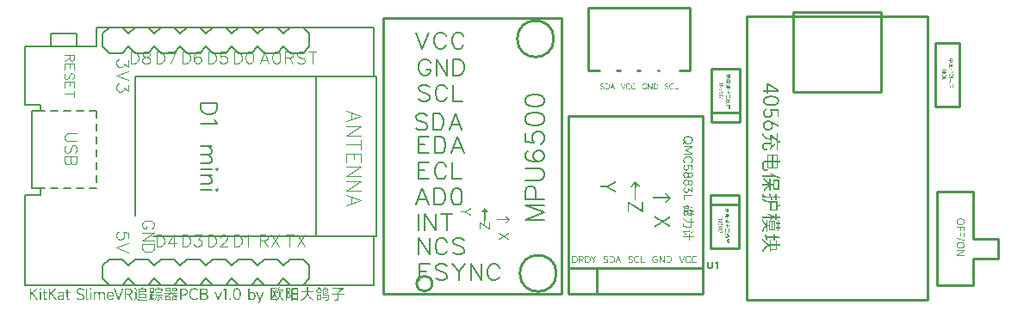
<source format=gto>
G04 Layer: TopSilkscreenLayer*
G04 EasyEDA Pro v1.7.24, 2022-06-27 14:19:48*
G04 Gerber Generator version 0.3*
G04 Scale: 100 percent, Rotated: No, Reflected: No*
G04 Dimensions in millimeters*
G04 Leading zeros omitted, absolute positions, 3 integers and 3 decimals*
%FSLAX33Y33*%
%MOMM*%
%ADD10C,0.1016*%
%ADD11C,0.08128*%
%ADD12C,0.14224*%
%ADD13C,0.12192*%
%ADD14C,0.2032*%
%ADD15C,0.1524*%
%ADD16C,0.127*%
%ADD17C,0.254*%
%ADD18C,0.250012*%
G75*


G04 Text Start*
G04 //text: 4056充电保护模块*
G36*
G01X83338Y65865D02*
G01X83338Y65162D01*
G01X83478D01*
G01Y65413D01*
G01X83480Y65657D01*
G01Y65666D01*
G01X83481Y65667D01*
G01Y65668D01*
G01X83483Y65669D01*
G01X83487Y65668D01*
G01X83492Y65667D01*
G01X83506Y65662D01*
G01X83514Y65657D01*
G01X83518Y65654D01*
G01X83523Y65649D01*
G01X83532Y65643D01*
G01X83550Y65634D01*
G01X83584Y65613D01*
G01X83887Y65431D01*
G01X83935Y65401D01*
G01X84299Y65182D01*
G01X84306Y65178D01*
G01X84313Y65172D01*
G01X84316Y65169D01*
G01X84317Y65168D01*
G01X84311Y65166D01*
G01X84214Y65163D01*
G01X83899Y65162D01*
G01X83478D01*
G01X83338D01*
G01X82992D01*
G01Y65004D01*
G01X83338D01*
G01Y64816D01*
G01X83478D01*
G01Y65004D01*
G01X84508D01*
G01Y65228D01*
G01X84372Y65310D01*
G01X84323Y65340D01*
G01X83747Y65686D01*
G01X83699Y65716D01*
G01X83487Y65843D01*
G01X83465Y65855D01*
G01X83459Y65859D01*
G01X83456Y65860D01*
G01X83444Y65862D01*
G01X83428Y65864D01*
G01X83393Y65865D01*
G37*
G36*
G01X83741Y64622D02*
G01X83687Y64621D01*
G01X83672Y64620D01*
G01X83666Y64618D01*
G01X83652Y64617D01*
G01X83591Y64616D01*
G01X83576Y64614D01*
G01X83572Y64613D01*
G01X83566Y64612D01*
G01X83558Y64610D01*
G01X83522Y64609D01*
G01X83510Y64608D01*
G01X83494Y64604D01*
G01X83481Y64601D01*
G01X83426Y64592D01*
G01X83403Y64586D01*
G01X83379Y64580D01*
G01X83367Y64576D01*
G01X83348Y64569D01*
G01X83337Y64566D01*
G01X83322Y64563D01*
G01X83313Y64560D01*
G01X83307Y64557D01*
G01X83300Y64553D01*
G01X83290Y64548D01*
G01X83271Y64542D01*
G01X83243Y64530D01*
G01X83225Y64522D01*
G01X83218Y64519D01*
G01X83211Y64514D01*
G01X83199Y64506D01*
G01X83192Y64502D01*
G01X83185Y64498D01*
G01X83171Y64492D01*
G01X83165Y64488D01*
G01X83160Y64484D01*
G01X83157Y64479D01*
G01X83153Y64475D01*
G01X83149Y64472D01*
G01X83145Y64469D01*
G01X83137Y64466D01*
G01X83133Y64464D01*
G01X83129Y64461D01*
G01X83123Y64456D01*
G01X83111Y64446D01*
G01X83103Y64439D01*
G01X83093Y64427D01*
G01X83085Y64419D01*
G01X83076Y64412D01*
G01X83072Y64408D01*
G01X83067Y64402D01*
G01X83058Y64388D01*
G01X83051Y64379D01*
G01X83046Y64375D01*
G01X83040Y64370D01*
G01X83037Y64367D01*
G01X83034Y64363D01*
G01X83031Y64354D01*
G01X83026Y64345D01*
G01X83017Y64330D01*
G01X83006Y64306D01*
G01X83000Y64294D01*
G01X82996Y64287D01*
G01X82993Y64281D01*
G01X82991Y64275D01*
G01X82988Y64260D01*
G01X82983Y64247D01*
G01X82978Y64234D01*
G01X82976Y64226D01*
G01X82975Y64214D01*
G01X82974Y64202D01*
G01X82973Y64194D01*
G01X82971Y64188D01*
G01X82970Y64185D01*
G01X82969Y64183D01*
G01X82967Y64180D01*
G01X82965Y64170D01*
G01X82963Y64154D01*
G01X82962Y64131D01*
G01X83114D01*
G01Y64150D01*
G01X83115Y64160D01*
G01X83116Y64162D01*
G01Y64163D01*
G01Y64164D01*
G01X83117D01*
G01X83118Y64167D01*
G01X83119Y64172D01*
G01X83120Y64186D01*
G01Y64194D01*
G01X83122Y64203D01*
G01X83125Y64211D01*
G01X83133Y64226D01*
G01X83137Y64234D01*
G01X83139Y64240D01*
G01X83143Y64252D01*
G01X83146Y64257D01*
G01X83149Y64261D01*
G01X83158Y64268D01*
G01X83162Y64272D01*
G01X83165Y64277D01*
G01X83172Y64288D01*
G01X83175Y64293D01*
G01X83179Y64298D01*
G01X83188Y64304D01*
G01X83196Y64312D01*
G01X83202Y64320D01*
G01X83206Y64323D01*
G01X83209Y64326D01*
G01X83218Y64330D01*
G01X83222Y64333D01*
G01X83226Y64336D01*
G01X83232Y64344D01*
G01X83237Y64348D01*
G01X83241Y64350D01*
G01X83253Y64354D01*
G01X83258Y64356D01*
G01X83262Y64359D01*
G01X83269Y64365D01*
G01X83279Y64371D01*
G01X83307Y64383D01*
G01X83330Y64393D01*
G01X83341Y64398D01*
G01X83356Y64403D01*
G01X83385Y64411D01*
G01X83400Y64416D01*
G01X83425Y64422D01*
G01X83436Y64425D01*
G01X83452Y64431D01*
G01X83459Y64433D01*
G01X83467Y64434D01*
G01X83482D01*
G01X83494Y64436D01*
G01X83504Y64439D01*
G01X83519Y64442D01*
G01X83529Y64443D01*
G01X83572Y64449D01*
G01X83589Y64451D01*
G01X83620Y64453D01*
G01X83629D01*
G01X83655D01*
G01X83670Y64455D01*
G01X83675Y64456D01*
G01X83678D01*
G01X83691Y64457D01*
G01X83763Y64459D01*
G01X83831Y64458D01*
G01X83847Y64456D01*
G01X83849D01*
G01X83853Y64455D01*
G01X83868Y64453D01*
G01X83933Y64452D01*
G01X83949Y64450D01*
G01X83958Y64448D01*
G01X83969Y64446D01*
G01X83986Y64445D01*
G01X84001Y64442D01*
G01X84016Y64439D01*
G01X84041Y64435D01*
G01X84056Y64431D01*
G01X84080Y64424D01*
G01X84094Y64421D01*
G01X84115Y64417D01*
G01X84127Y64414D01*
G01X84132Y64411D01*
G01X84140Y64407D01*
G01X84146Y64405D01*
G01X84152Y64403D01*
G01X84166Y64399D01*
G01X84176Y64396D01*
G01X84181Y64393D01*
G01X84188Y64389D01*
G01X84199Y64384D01*
G01X84216Y64379D01*
G01X84226Y64374D01*
G01X84275Y64343D01*
G01X84293Y64331D01*
G01X84301Y64324D01*
G01X84311Y64312D01*
G01X84319Y64304D01*
G01X84332Y64294D01*
G01X84338Y64286D01*
G01X84357Y64258D01*
G01X84363Y64249D01*
G01X84365Y64243D01*
G01X84369Y64229D01*
G01X84375Y64219D01*
G01X84377Y64214D01*
G01X84380Y64209D01*
G01X84382Y64202D01*
G01X84386Y64181D01*
G01X84391Y64166D01*
G01X84393Y64155D01*
G01X84394Y64138D01*
G01X84396Y64128D01*
G01X84397Y64122D01*
G01Y64105D01*
G01X84396Y64092D01*
G01X84391Y64058D01*
G01X84388Y64042D01*
G01X84383Y64028D01*
G01X84373Y64006D01*
G01X84365Y63987D01*
G01X84361Y63980D01*
G01X84356Y63972D01*
G01X84350Y63964D01*
G01X84344Y63957D01*
G01X84331Y63943D01*
G01X84316Y63931D01*
G01X84310Y63926D01*
G01X84304Y63919D01*
G01X84298Y63911D01*
G01X84293Y63907D01*
G01X84287Y63902D01*
G01X84281Y63898D01*
G01X84246Y63876D01*
G01X84222Y63866D01*
G01X84210Y63860D01*
G01X84197Y63853D01*
G01X84184Y63846D01*
G01X84153Y63834D01*
G01X84136Y63828D01*
G01X84117Y63822D01*
G01X84075Y63810D01*
G01X84060Y63806D01*
G01X84052Y63805D01*
G01X84038Y63804D01*
G01X84032Y63803D01*
G01X84026Y63802D01*
G01X84020Y63799D01*
G01X84011Y63795D01*
G01X84003Y63793D01*
G01X83991Y63792D01*
G01X83971Y63791D01*
G01X83962Y63790D01*
G01X83957Y63788D01*
G01X83944Y63787D01*
G01X83925Y63786D01*
G01X83893Y63785D01*
G01X83879Y63784D01*
G01X83874Y63782D01*
G01X83864Y63780D01*
G01X83843Y63779D01*
G01X83831Y63778D01*
G01X83826Y63777D01*
G01X83823Y63776D01*
G01X83810Y63775D01*
G01X83744Y63774D01*
G01X83680Y63775D01*
G01X83666Y63776D01*
G01X83663D01*
G01X83657Y63778D01*
G01X83644Y63779D01*
G01X83619Y63780D01*
G01X83610Y63782D01*
G01X83605Y63783D01*
G01X83593Y63785D01*
G01X83574D01*
G01X83541Y63787D01*
G01X83527Y63788D01*
G01X83518Y63790D01*
G01X83508Y63792D01*
G01X83496D01*
G01X83490Y63793D01*
G01X83484Y63795D01*
G01X83475Y63799D01*
G01X83468Y63802D01*
G01X83461Y63803D01*
G01X83454Y63804D01*
G01X83436Y63805D01*
G01X83428Y63806D01*
G01X83399Y63816D01*
G01X83381Y63822D01*
G01X83358Y63827D01*
G01X83349Y63830D01*
G01X83343Y63833D01*
G01X83336Y63837D01*
G01X83326Y63841D01*
G01X83308Y63847D01*
G01X83299Y63853D01*
G01X83288Y63859D01*
G01X83267Y63868D01*
G01X83259Y63872D01*
G01X83255Y63875D01*
G01X83250Y63879D01*
G01X83241Y63886D01*
G01X83225Y63895D01*
G01X83219Y63899D01*
G01X83208Y63908D01*
G01X83196Y63919D01*
G01X83189Y63925D01*
G01X83180Y63934D01*
G01X83176Y63940D01*
G01X83171Y63949D01*
G01X83168Y63954D01*
G01X83164Y63958D01*
G01X83160Y63961D01*
G01X83155Y63965D01*
G01X83152Y63969D01*
G01X83149Y63974D01*
G01X83145Y63986D01*
G01X83141Y63996D01*
G01X83132Y64012D01*
G01X83126Y64028D01*
G01X83123Y64038D01*
G01X83120Y64049D01*
G01X83118Y64067D01*
G01X83117Y64074D01*
G01X83115Y64098D01*
G01X83114Y64131D01*
G01X82962D01*
G01Y64119D01*
G01X82963Y64074D01*
G01X82965Y64058D01*
G01X82969Y64045D01*
G01X82972Y64031D01*
G01X82978Y64001D01*
G01X82981Y63987D01*
G01X82987Y63973D01*
G01X82992Y63961D01*
G01X82998Y63943D01*
G01X83002Y63933D01*
G01X83010Y63919D01*
G01X83016Y63905D01*
G01X83022Y63895D01*
G01X83035Y63876D01*
G01X83049Y63855D01*
G01X83055Y63846D01*
G01X83060Y63842D01*
G01X83067Y63837D01*
G01X83074Y63830D01*
G01X83084Y63817D01*
G01X83097Y63807D01*
G01X83105Y63799D01*
G01X83111Y63790D01*
G01X83116Y63785D01*
G01X83122Y63781D01*
G01X83139Y63770D01*
G01X83148Y63763D01*
G01X83154Y63758D01*
G01X83159Y63755D01*
G01X83171Y63746D01*
G01X83202Y63728D01*
G01X83213Y63722D01*
G01X83225Y63716D01*
G01X83242Y63708D01*
G01X83254Y63702D01*
G01X83261Y63698D01*
G01X83268Y63695D01*
G01X83284Y63689D01*
G01X83365Y63662D01*
G01X83376Y63658D01*
G01X83403Y63652D01*
G01X83419Y63648D01*
G01X83434Y63645D01*
G01X83460Y63641D01*
G01X83476Y63637D01*
G01X83497Y63632D01*
G01X83508Y63630D01*
G01X83518Y63629D01*
G01X83543Y63628D01*
G01X83554Y63626D01*
G01X83564Y63623D01*
G01X83580Y63620D01*
G01X83590Y63619D01*
G01X83597Y63618D01*
G01X83670Y63616D01*
G01X83769D01*
G01X83921Y63618D01*
G01X83933Y63619D01*
G01X83935D01*
G01X83940Y63620D01*
G01X83956Y63623D01*
G01X83965Y63625D01*
G01X83985Y63628D01*
G01X84005D01*
G01X84013Y63629D01*
G01X84020Y63631D01*
G01X84026Y63633D01*
G01X84035Y63637D01*
G01X84042Y63639D01*
G01X84049Y63640D01*
G01X84063Y63641D01*
G01X84076Y63642D01*
G01X84091Y63646D01*
G01X84119Y63652D01*
G01X84145Y63660D01*
G01X84162Y63665D01*
G01X84181Y63673D01*
G01X84193Y63678D01*
G01X84211Y63683D01*
G01X84239Y63696D01*
G01X84250Y63701D01*
G01X84281Y63713D01*
G01X84293Y63719D01*
G01X84298Y63722D01*
G01X84305Y63728D01*
G01X84314Y63734D01*
G01X84329Y63742D01*
G01X84338Y63748D01*
G01X84366Y63768D01*
G01X84382Y63780D01*
G01X84397Y63792D01*
G01X84403Y63797D01*
G01X84409Y63805D01*
G01X84414Y63811D01*
G01X84421Y63819D01*
G01X84431Y63826D01*
G01X84435Y63830D01*
G01X84440Y63836D01*
G01X84450Y63854D01*
G01X84458Y63863D01*
G01X84463Y63868D01*
G01X84466Y63873D01*
G01X84474Y63886D01*
G01X84481Y63897D01*
G01X84486Y63908D01*
G01X84494Y63927D01*
G01X84500Y63938D01*
G01X84505Y63946D01*
G01X84508Y63953D01*
G01X84511Y63961D01*
G01X84525Y64006D01*
G01X84528Y64020D01*
G01X84532Y64044D01*
G01X84535Y64055D01*
G01X84536Y64059D01*
G01X84537Y64070D01*
G01X84538Y64128D01*
G01X84537Y64182D01*
G01X84536Y64198D01*
G01X84532Y64212D01*
G01X84526Y64237D01*
G01X84523Y64248D01*
G01X84514Y64270D01*
G01X84509Y64288D01*
G01X84505Y64299D01*
G01X84496Y64314D01*
G01X84486Y64335D01*
G01X84482Y64344D01*
G01X84479Y64348D01*
G01X84471Y64358D01*
G01X84458Y64378D01*
G01X84451Y64386D01*
G01X84446Y64390D01*
G01X84440Y64395D01*
G01X84436Y64399D01*
G01X84432Y64404D01*
G01X84426Y64416D01*
G01X84421Y64422D01*
G01X84415Y64427D01*
G01X84401Y64436D01*
G01X84393Y64442D01*
G01X84388Y64447D01*
G01X84383Y64454D01*
G01X84379Y64458D01*
G01X84374Y64461D01*
G01X84358Y64471D01*
G01X84352Y64475D01*
G01X84347Y64480D01*
G01X84342Y64483D01*
G01X84329Y64492D01*
G01X84308Y64504D01*
G01X84285Y64515D01*
G01X84267Y64526D01*
G01X84260Y64530D01*
G01X84253Y64532D01*
G01X84236Y64538D01*
G01X84226Y64543D01*
G01X84221Y64546D01*
G01X84215Y64549D01*
G01X84209Y64551D01*
G01X84194Y64554D01*
G01X84181Y64559D01*
G01X84162Y64567D01*
G01X84134Y64575D01*
G01X84124Y64578D01*
G01X84110Y64581D01*
G01X84086Y64586D01*
G01X84069Y64590D01*
G01X84054Y64593D01*
G01X84028Y64597D01*
G01X84013Y64601D01*
G01X83991Y64606D01*
G01X83979Y64608D01*
G01X83967Y64609D01*
G01X83935Y64610D01*
G01X83923Y64612D01*
G01X83914Y64614D01*
G01X83900Y64615D01*
G01X83835Y64617D01*
G01X83818Y64618D01*
G01X83814Y64619D01*
G01X83811Y64620D01*
G01X83799Y64621D01*
G37*
G36*
G01X83282Y63378D02*
G01X83274Y63377D01*
G01X83267Y63375D01*
G01X83258Y63371D01*
G01X83253Y63369D01*
G01X83240Y63361D01*
G01X83219Y63352D01*
G01X83211Y63349D01*
G01X83205Y63345D01*
G01X83186Y63331D01*
G01X83162Y63316D01*
G01X83152Y63308D01*
G01X83139Y63298D01*
G01X83131Y63292D01*
G01X83123Y63284D01*
G01X83113Y63271D01*
G01X83101Y63261D01*
G01X83093Y63254D01*
G01X83077Y63232D01*
G01X83050Y63198D01*
G01X83044Y63189D01*
G01X83038Y63179D01*
G01X83029Y63162D01*
G01X83020Y63147D01*
G01X83017Y63142D01*
G01X83011Y63128D01*
G01X82999Y63098D01*
G01X82992Y63081D01*
G01X82987Y63062D01*
G01X82982Y63045D01*
G01X82979Y63030D01*
G01X82972Y62983D01*
G01X82966Y62952D01*
G01X82964Y62943D01*
G01X82963Y62923D01*
G01X82962Y62895D01*
G01X82963Y62864D01*
G01X82965Y62848D01*
G01X82966Y62843D01*
G01X82967Y62838D01*
G01X82968Y62824D01*
G01X82969Y62800D01*
G01X82971Y62791D01*
G01X82973Y62784D01*
G01X82976Y62770D01*
G01X82979Y62753D01*
G01X82981Y62745D01*
G01X82984Y62737D01*
G01X82989Y62725D01*
G01X82994Y62711D01*
G01X82998Y62697D01*
G01X83001Y62687D01*
G01X83003Y62682D01*
G01X83011Y62669D01*
G01X83020Y62648D01*
G01X83024Y62641D01*
G01X83028Y62634D01*
G01X83041Y62615D01*
G01X83055Y62594D01*
G01X83062Y62586D01*
G01X83066Y62582D01*
G01X83073Y62576D01*
G01X83077Y62571D01*
G01X83082Y62565D01*
G01X83092Y62552D01*
G01X83097Y62545D01*
G01X83102Y62541D01*
G01X83113Y62534D01*
G01X83118Y62530D01*
G01X83123Y62527D01*
G01X83130Y62518D01*
G01X83134Y62514D01*
G01X83139Y62510D01*
G01X83154Y62502D01*
G01X83163Y62496D01*
G01X83175Y62488D01*
G01X83181Y62483D01*
G01X83189Y62480D01*
G01X83206Y62472D01*
G01X83218Y62466D01*
G01X83225Y62462D01*
G01X83231Y62459D01*
G01X83247Y62453D01*
G01X83284Y62440D01*
G01X83298Y62436D01*
G01X83313Y62433D01*
G01X83341Y62428D01*
G01X83358Y62424D01*
G01X83369Y62423D01*
G01X83386Y62422D01*
G01X83396Y62419D01*
G01X83403Y62418D01*
G01X83416Y62417D01*
G01X83456Y62416D01*
G01X83497Y62417D01*
G01X83513Y62418D01*
G01X83516Y62419D01*
G01X83522Y62421D01*
G01X83532Y62422D01*
G01X83550Y62423D01*
G01X83559Y62425D01*
G01X83564Y62427D01*
G01X83578Y62430D01*
G01X83595Y62433D01*
G01X83603Y62435D01*
G01X83611Y62437D01*
G01X83629Y62445D01*
G01X83647Y62451D01*
G01X83657Y62456D01*
G01X83673Y62465D01*
G01X83694Y62474D01*
G01X83701Y62477D01*
G01X83708Y62481D01*
G01X83727Y62495D01*
G01X83748Y62508D01*
G01X83757Y62515D01*
G01X83761Y62520D01*
G01X83766Y62527D01*
G01X83775Y62534D01*
G01X83786Y62541D01*
G01X83791Y62545D01*
G01X83795Y62550D01*
G01X83800Y62558D01*
G01X83804Y62564D01*
G01X83807Y62568D01*
G01X83812Y62572D01*
G01X83818Y62577D01*
G01X83822Y62581D01*
G01X83826Y62586D01*
G01X83834Y62601D01*
G01X83840Y62610D01*
G01X83848Y62622D01*
G01X83853Y62629D01*
G01X83856Y62636D01*
G01X83864Y62654D01*
G01X83870Y62665D01*
G01X83874Y62672D01*
G01X83877Y62679D01*
G01X83884Y62695D01*
G01X83896Y62731D01*
G01X83900Y62745D01*
G01X83903Y62760D01*
G01X83905Y62771D01*
G01X83911Y62813D01*
G01X83912Y62826D01*
G01X83913Y62863D01*
G01X83914Y62889D01*
G01X83913Y62934D01*
G01X83911Y62949D01*
G01X83909Y62957D01*
G01X83906Y62973D01*
G01X83902Y63001D01*
G01X83899Y63013D01*
G01X83890Y63037D01*
G01X83877Y63068D01*
G01X83873Y63078D01*
G01X83867Y63090D01*
G01X83844Y63126D01*
G01X83837Y63136D01*
G01X83833Y63140D01*
G01X83831Y63143D01*
G01Y63146D01*
G01X83832Y63149D01*
G01X83835Y63152D01*
G01X83842Y63154D01*
G01X83852Y63155D01*
G01X83865Y63156D01*
G01X83885Y63155D01*
G01X83895Y63154D01*
G01X83904Y63153D01*
G01X83911Y63151D01*
G01X83919Y63150D01*
G01X83944Y63149D01*
G01X83964D01*
G01X83974Y63148D01*
G01X83983Y63147D01*
G01X83990Y63145D01*
G01X83998Y63144D01*
G01X84023Y63143D01*
G01X84043D01*
G01X84053Y63142D01*
G01X84061Y63141D01*
G01X84068Y63139D01*
G01X84077Y63138D01*
G01X84102Y63137D01*
G01X84122D01*
G01X84131Y63136D01*
G01X84140Y63135D01*
G01X84147Y63133D01*
G01X84156Y63132D01*
G01X84181Y63131D01*
G01X84200D01*
G01X84210Y63130D01*
G01X84219Y63129D01*
G01X84226Y63127D01*
G01X84235Y63126D01*
G01X84259Y63125D01*
G01X84279D01*
G01X84289Y63124D01*
G01X84298Y63123D01*
G01X84305Y63121D01*
G01X84313Y63120D01*
G01X84338Y63119D01*
G01X84369D01*
G01Y62501D01*
G01X84508D01*
G01Y63259D01*
G01X84493Y63261D01*
G01X84484Y63263D01*
G01X84468Y63264D01*
G01X84428Y63265D01*
G01X84417Y63266D01*
G01X84409Y63267D01*
G01X84405Y63268D01*
G01X84393Y63270D01*
G01X84373D01*
G01X84341Y63271D01*
G01X84327Y63272D01*
G01X84323Y63273D01*
G01X84317Y63275D01*
G01X84308Y63276D01*
G01X84288D01*
G01X84256Y63277D01*
G01X84243Y63279D01*
G01X84238Y63280D01*
G01X84232Y63281D01*
G01X84223Y63282D01*
G01X84204Y63283D01*
G01X84171D01*
G01X84158Y63285D01*
G01X84153Y63286D01*
G01X84147Y63287D01*
G01X84138Y63288D01*
G01X84119Y63289D01*
G01X84086D01*
G01X84072Y63291D01*
G01X84062Y63293D01*
G01X84053Y63294D01*
G01X84034Y63295D01*
G01X84001D01*
G01X83988Y63297D01*
G01X83977Y63299D01*
G01X83968Y63300D01*
G01X83949Y63301D01*
G01X83917D01*
G01X83903Y63303D01*
G01X83893Y63305D01*
G01X83884Y63306D01*
G01X83864Y63307D01*
G01X83832D01*
G01X83818Y63309D01*
G01X83808Y63312D01*
G01X83799D01*
G01X83779Y63313D01*
G01X83747Y63314D01*
G01X83733Y63315D01*
G01X83729Y63316D01*
G01X83723Y63317D01*
G01X83715Y63318D01*
G01X83692Y63319D01*
G01X83666D01*
G01X83663Y63301D01*
G01X83660Y63292D01*
G01X83658Y63284D01*
G01X83656Y63277D01*
G01X83649Y63260D01*
G01X83647Y63252D01*
G01X83643Y63227D01*
G01X83641Y63218D01*
G01X83637Y63207D01*
G01X83634Y63201D01*
G01X83633Y63198D01*
G01X83632Y63195D01*
G01Y63190D01*
G01X83633Y63188D01*
G01X83634Y63185D01*
G01X83635Y63183D01*
G01X83642Y63174D01*
G01X83654Y63164D01*
G01X83662Y63157D01*
G01X83672Y63144D01*
G01X83681Y63137D01*
G01X83685Y63134D01*
G01X83689Y63130D01*
G01X83692Y63125D01*
G01X83702Y63108D01*
G01X83706Y63102D01*
G01X83711Y63098D01*
G01X83717Y63089D01*
G01X83726Y63071D01*
G01X83735Y63057D01*
G01X83738Y63050D01*
G01X83744Y63034D01*
G01X83757Y62998D01*
G01X83759Y62988D01*
G01X83762Y62977D01*
G01X83765Y62959D01*
G01X83766Y62952D01*
G01X83767Y62930D01*
G01X83769Y62880D01*
G01X83768Y62843D01*
G01X83767Y62830D01*
G01X83763Y62815D01*
G01X83758Y62793D01*
G01X83753Y62780D01*
G01X83743Y62757D01*
G01X83734Y62736D01*
G01X83728Y62724D01*
G01X83714Y62704D01*
G01X83702Y62687D01*
G01X83690Y62672D01*
G01X83684Y62667D01*
G01X83677Y62660D01*
G01X83641Y62634D01*
G01X83626Y62625D01*
G01X83615Y62619D01*
G01X83603Y62613D01*
G01X83596Y62610D01*
G01X83567Y62599D01*
G01X83548Y62594D01*
G01X83533Y62591D01*
G01X83487Y62583D01*
G01X83477Y62582D01*
G01X83456Y62580D01*
G01X83426D01*
G01X83390Y62581D01*
G01X83376Y62582D01*
G01X83366Y62584D01*
G01X83351Y62587D01*
G01X83331Y62591D01*
G01X83322Y62593D01*
G01X83311Y62596D01*
G01X83296Y62603D01*
G01X83278Y62608D01*
G01X83267Y62613D01*
G01X83238Y62631D01*
G01X83231Y62636D01*
G01X83223Y62642D01*
G01X83219Y62647D01*
G01X83214Y62654D01*
G01X83210Y62657D01*
G01X83206Y62660D01*
G01X83197Y62664D01*
G01X83193Y62667D01*
G01X83188Y62673D01*
G01X83179Y62687D01*
G01X83172Y62695D01*
G01X83168Y62699D01*
G01X83161Y62704D01*
G01X83158Y62709D01*
G01X83155Y62714D01*
G01X83151Y62725D01*
G01X83149Y62730D01*
G01X83147Y62734D01*
G01X83141Y62741D01*
G01X83139Y62745D01*
G01X83137Y62750D01*
G01X83131Y62767D01*
G01X83125Y62783D01*
G01X83120Y62795D01*
G01X83118Y62805D01*
G01X83114Y62837D01*
G01X83110Y62852D01*
G01X83109Y62869D01*
G01X83108Y62907D01*
G01X83109Y62946D01*
G01X83110Y62962D01*
G01X83112Y62970D01*
G01X83115Y62985D01*
G01X83118Y63005D01*
G01X83120Y63014D01*
G01X83125Y63025D01*
G01X83131Y63038D01*
G01X83141Y63067D01*
G01X83146Y63076D01*
G01X83149Y63081D01*
G01X83157Y63090D01*
G01X83165Y63107D01*
G01X83171Y63115D01*
G01X83177Y63122D01*
G01X83187Y63134D01*
G01X83194Y63142D01*
G01X83206Y63153D01*
G01X83214Y63160D01*
G01X83221Y63169D01*
G01X83225Y63173D01*
G01X83229Y63176D01*
G01X83244Y63185D01*
G01X83253Y63191D01*
G01X83272Y63204D01*
G01X83287Y63213D01*
G01X83298Y63220D01*
G01X83309Y63225D01*
G01X83321Y63230D01*
G01X83324Y63232D01*
G01X83327Y63233D01*
G01X83331Y63238D01*
G01X83333Y63240D01*
G01X83334Y63243D01*
G01X83335Y63247D01*
G01X83336Y63253D01*
G01Y63259D01*
G01X83334Y63264D01*
G01X83328Y63281D01*
G01X83320Y63301D01*
G01X83314Y63318D01*
G01X83305Y63337D01*
G01X83300Y63349D01*
G01X83296Y63366D01*
G01X83293Y63374D01*
G01X83291Y63376D01*
G01X83287Y63378D01*
G37*
G36*
G01X83441Y62186D02*
G01X83391Y62185D01*
G01X83374Y62183D01*
G01X83366Y62181D01*
G01X83349Y62178D01*
G01X83327Y62175D01*
G01X83317Y62173D01*
G01X83305Y62169D01*
G01X83289Y62162D01*
G01X83267Y62157D01*
G01X83254Y62152D01*
G01X83231Y62142D01*
G01X83212Y62134D01*
G01X83206Y62130D01*
G01X83199Y62126D01*
G01X83180Y62113D01*
G01X83156Y62097D01*
G01X83146Y62090D01*
G01X83133Y62080D01*
G01X83125Y62074D01*
G01X83117Y62066D01*
G01X83107Y62053D01*
G01X83095Y62043D01*
G01X83087Y62035D01*
G01X83071Y62014D01*
G01X83066Y62007D01*
G01X83054Y61992D01*
G01X83029Y61953D01*
G01X83023Y61942D01*
G01X83012Y61918D01*
G01X83006Y61906D01*
G01X83002Y61899D01*
G01X83000Y61893D01*
G01X82998Y61887D01*
G01X82994Y61872D01*
G01X82989Y61859D01*
G01X82984Y61845D01*
G01X82981Y61837D01*
G01X82979Y61827D01*
G01X82975Y61796D01*
G01X82970Y61778D01*
G01X82969Y61766D01*
G01X82968Y61749D01*
G01X82967Y61744D01*
G01Y61742D01*
G01X82966Y61740D01*
G01X82964Y61736D01*
G01X82963Y61728D01*
G01X82962Y61695D01*
G01X83108D01*
G01Y61725D01*
G01X83109Y61736D01*
G01X83110Y61739D01*
G01Y61740D01*
G01X83111D01*
G01X83112Y61742D01*
G01X83113Y61746D01*
G01X83114Y61766D01*
G01X83115Y61778D01*
G01X83126Y61810D01*
G01X83131Y61822D01*
G01X83137Y61835D01*
G01X83144Y61848D01*
G01X83154Y61868D01*
G01X83158Y61877D01*
G01X83161Y61881D01*
G01X83171Y61894D01*
G01X83178Y61902D01*
G01X83186Y61910D01*
G01X83198Y61920D01*
G01X83208Y61932D01*
G01X83215Y61940D01*
G01X83228Y61950D01*
G01X83239Y61959D01*
G01X83243Y61962D01*
G01X83256Y61970D01*
G01X83268Y61977D01*
G01X83279Y61983D01*
G01X83297Y61990D01*
G01X83308Y61996D01*
G01X83316Y62001D01*
G01X83330Y62005D01*
G01X83354Y62010D01*
G01X83371Y62015D01*
G01X83386Y62018D01*
G01X83396Y62019D01*
G01X83408Y62020D01*
G01X83445Y62022D01*
G01X83468D01*
G01X83510Y62021D01*
G01X83525Y62020D01*
G01X83528Y62019D01*
G01X83540Y62016D01*
G01X83561Y62011D01*
G01X83574Y62007D01*
G01X83593Y61998D01*
G01X83608Y61994D01*
G01X83614Y61992D01*
G01X83620Y61989D01*
G01X83642Y61973D01*
G01X83664Y61960D01*
G01X83672Y61953D01*
G01X83676Y61949D01*
G01X83681Y61942D01*
G01X83688Y61934D01*
G01X83701Y61924D01*
G01X83711Y61911D01*
G01X83718Y61904D01*
G01X83727Y61898D01*
G01X83731Y61894D01*
G01X83733Y61890D01*
G01X83737Y61881D01*
G01X83741Y61872D01*
G01X83750Y61857D01*
G01X83761Y61833D01*
G01X83767Y61822D01*
G01X83771Y61814D01*
G01X83774Y61808D01*
G01X83776Y61800D01*
G01X83780Y61776D01*
G01X83785Y61759D01*
G01X83788Y61744D01*
G01X83790Y61734D01*
G01X83791Y61722D01*
G01X83793Y61689D01*
G01Y61668D01*
G01X83792Y61631D01*
G01X83791Y61618D01*
G01X83786Y61603D01*
G01X83782Y61581D01*
G01X83777Y61568D01*
G01X83767Y61545D01*
G01X83759Y61527D01*
G01X83755Y61520D01*
G01X83751Y61513D01*
G01X83732Y61486D01*
G01X83719Y61469D01*
G01X83714Y61461D01*
G01X83708Y61454D01*
G01X83699Y61446D01*
G01X83692Y61442D01*
G01X83679Y61434D01*
G01X83673Y61430D01*
G01X83668Y61425D01*
G01X83663Y61421D01*
G01X83650Y61413D01*
G01X83621Y61395D01*
G01X83611Y61390D01*
G01X83593Y61385D01*
G01X83577Y61378D01*
G01X83565Y61375D01*
G01X83555Y61372D01*
G01X83524Y61367D01*
G01X83511Y61364D01*
G01X83508D01*
G01X83497Y61363D01*
G01X83458Y61361D01*
G01X83444D01*
G01X83397Y61362D01*
G01X83381Y61364D01*
G01X83372Y61366D01*
G01X83359Y61369D01*
G01X83341Y61372D01*
G01X83334Y61375D01*
G01X83326Y61377D01*
G01X83304Y61387D01*
G01X83282Y61396D01*
G01X83271Y61402D01*
G01X83234Y61425D01*
G01X83225Y61432D01*
G01X83212Y61443D01*
G01X83203Y61450D01*
G01X83196Y61457D01*
G01X83180Y61479D01*
G01X83174Y61486D01*
G01X83163Y61501D01*
G01X83154Y61516D01*
G01X83147Y61527D01*
G01X83141Y61539D01*
G01X83129Y61568D01*
G01X83123Y61580D01*
G01X83120Y61589D01*
G01X83118Y61599D01*
G01X83114Y61631D01*
G01X83110Y61646D01*
G01X83109Y61661D01*
G01X83108Y61695D01*
G01X82962D01*
G01X82963Y61664D01*
G01X82965Y61648D01*
G01X82966Y61643D01*
G01X82967Y61638D01*
G01X82968Y61624D01*
G01X82969Y61600D01*
G01X82971Y61591D01*
G01X82973Y61584D01*
G01X82976Y61570D01*
G01X82981Y61546D01*
G01X82992Y61507D01*
G01X82999Y61490D01*
G01X83012Y61460D01*
G01X83020Y61442D01*
G01X83024Y61435D01*
G01X83028Y61428D01*
G01X83041Y61409D01*
G01X83056Y61385D01*
G01X83064Y61375D01*
G01X83075Y61363D01*
G01X83081Y61354D01*
G01X83088Y61347D01*
G01X83101Y61336D01*
G01X83111Y61324D01*
G01X83118Y61316D01*
G01X83140Y61300D01*
G01X83147Y61295D01*
G01X83163Y61284D01*
G01X83202Y61259D01*
G01X83212Y61253D01*
G01X83247Y61237D01*
G01X83260Y61231D01*
G01X83273Y61227D01*
G01X83295Y61221D01*
G01X83308Y61216D01*
G01X83314Y61213D01*
G01X83320Y61211D01*
G01X83326Y61210D01*
G01X83338D01*
G01X83349Y61208D01*
G01X83359Y61205D01*
G01X83377Y61202D01*
G01X83390Y61201D01*
G01X83414Y61199D01*
G01X83472Y61198D01*
G01X83517Y61199D01*
G01X83532Y61200D01*
G01X83540Y61202D01*
G01X83550Y61204D01*
G01X83568Y61205D01*
G01X83578Y61207D01*
G01X83608Y61216D01*
G01X83632Y61224D01*
G01X83644Y61228D01*
G01X83675Y61240D01*
G01X83685Y61245D01*
G01X83697Y61251D01*
G01X83709Y61259D01*
G01X83726Y61268D01*
G01X83733Y61272D01*
G01X83747Y61283D01*
G01X83767Y61297D01*
G01X83776Y61304D01*
G01X83783Y61312D01*
G01X83790Y61320D01*
G01X83794Y61324D01*
G01X83798Y61326D01*
G01X83806Y61330D01*
G01X83810Y61333D01*
G01X83814Y61338D01*
G01X83820Y61349D01*
G01X83824Y61354D01*
G01X83828Y61358D01*
G01X83832Y61361D01*
G01X83836Y61365D01*
G01X83840Y61369D01*
G01X83844Y61374D01*
G01X83852Y61389D01*
G01X83858Y61398D01*
G01X83869Y61413D01*
G01X83874Y61422D01*
G01X83884Y61440D01*
G01X83893Y61454D01*
G01X83897Y61465D01*
G01X83902Y61483D01*
G01X83911Y61501D01*
G01X83915Y61516D01*
G01X83920Y61541D01*
G01X83925Y61558D01*
G01X83928Y61573D01*
G01X83929Y61583D01*
G01X83930Y61596D01*
G01X83932Y61654D01*
G01Y61671D01*
G01X83931Y61728D01*
G01X83930Y61743D01*
G01X83929Y61746D01*
G01X83920Y61777D01*
G01X83908Y61816D01*
G01X83903Y61828D01*
G01X83897Y61841D01*
G01X83890Y61853D01*
G01X83877Y61876D01*
G01X83871Y61886D01*
G01X83869Y61890D01*
G01Y61893D01*
G01X83871Y61896D01*
G01X83874Y61898D01*
G01X83879Y61899D01*
G01X83883D01*
G01X83887Y61897D01*
G01X83893Y61892D01*
G01X83904Y61886D01*
G01X83924Y61876D01*
G01X83929Y61873D01*
G01X83935Y61868D01*
G01X83944Y61862D01*
G01X83962Y61853D01*
G01X83982Y61840D01*
G01X84004Y61828D01*
G01X84038Y61807D01*
G01X84068Y61789D01*
G01X84089Y61777D01*
G01X84107Y61768D01*
G01X84141Y61746D01*
G01X84172Y61728D01*
G01X84192Y61716D01*
G01X84210Y61707D01*
G01X84244Y61686D01*
G01X84265Y61674D01*
G01X84283Y61665D01*
G01X84317Y61643D01*
G01X84347Y61625D01*
G01X84368Y61613D01*
G01X84386Y61604D01*
G01X84420Y61583D01*
G01X84450Y61565D01*
G01X84471Y61553D01*
G01X84489Y61543D01*
G01X84499Y61537D01*
G01X84503Y61540D01*
G01X84506Y61555D01*
G01X84508Y61622D01*
G01X84507Y61667D01*
G01X84505Y61688D01*
G01X84504Y61700D01*
G01X84501Y61711D01*
G01X84499Y61715D01*
G01X84498Y61717D01*
G01X84497Y61718D01*
G01X84484Y61725D01*
G01X84465Y61737D01*
G01X84442Y61749D01*
G01X84408Y61771D01*
G01X84387Y61782D01*
G01X84369Y61792D01*
G01X84349Y61804D01*
G01X84327Y61816D01*
G01X84293Y61837D01*
G01X84272Y61849D01*
G01X84254Y61859D01*
G01X84235Y61870D01*
G01X84212Y61883D01*
G01X84178Y61904D01*
G01X84156Y61916D01*
G01X84139Y61925D01*
G01X84119Y61937D01*
G01X84096Y61950D01*
G01X84062Y61970D01*
G01X84041Y61983D01*
G01X84024Y61992D01*
G01X84004Y62004D01*
G01X83982Y62016D01*
G01X83967Y62025D01*
G01X83961Y62028D01*
G01X83937Y62039D01*
G01X83925Y62045D01*
G01X83899Y62061D01*
G01X83888Y62068D01*
G01X83876Y62074D01*
G01X83847Y62086D01*
G01X83825Y62096D01*
G01X83803Y62106D01*
G01X83792Y62112D01*
G01X83785Y62116D01*
G01X83774Y62120D01*
G01X83757Y62126D01*
G01X83734Y62136D01*
G01X83714Y62143D01*
G01X83675Y62155D01*
G01X83654Y62161D01*
G01X83619Y62168D01*
G01X83603Y62172D01*
G01X83587Y62175D01*
G01X83578Y62177D01*
G01X83529Y62183D01*
G01X83509Y62184D01*
G37*
G36*
G01X82961Y60954D02*
G01X82956Y60953D01*
G01X82947Y60951D01*
G01X82941Y60949D01*
G01X82935Y60946D01*
G01X82913Y60931D01*
G01X82899Y60922D01*
G01X82869Y60904D01*
G01X82858Y60898D01*
G01X82849Y60890D01*
G01X82847Y60889D01*
G01X82845Y60885D01*
G01Y60881D01*
G01X82847Y60876D01*
G01X82854Y60864D01*
G01X82859Y60855D01*
G01X82861Y60849D01*
G01X82866Y60835D01*
G01X82872Y60825D01*
G01X82878Y60815D01*
G01X82888Y60790D01*
G01X82894Y60779D01*
G01X82911Y60752D01*
G01X82917Y60741D01*
G01X82923Y60730D01*
G01X82929Y60715D01*
G01X82933Y60708D01*
G01X82937Y60701D01*
G01X82950Y60682D01*
G01X82959Y60667D01*
G01X82978Y60637D01*
G01X82989Y60620D01*
G01X83017Y60581D01*
G01X83026Y60570D01*
G01X83030Y60565D01*
G01X83043Y60545D01*
G01X83049Y60537D01*
G01X83054Y60533D01*
G01X83061Y60528D01*
G01X83068Y60521D01*
G01X83078Y60508D01*
G01X83091Y60498D01*
G01X83099Y60490D01*
G01X83109Y60477D01*
G01X83117Y60471D01*
G01X83129Y60462D01*
G01X83143Y60449D01*
G01X83190Y60416D01*
G01X83202Y60407D01*
G01X83208Y60401D01*
G01X83219Y60395D01*
G01X83236Y60387D01*
G01X83248Y60381D01*
G01X83261Y60374D01*
G01X83274Y60368D01*
G01X83305Y60355D01*
G01X83334Y60345D01*
G01X83365Y60334D01*
G01X83419Y60319D01*
G01X83446Y60313D01*
G01X83461Y60309D01*
G01X83474Y60307D01*
G01X83488D01*
G01X83495Y60305D01*
G01X83501Y60304D01*
G01X83511Y60300D01*
G01X83519Y60297D01*
G01X83524D01*
G01X83536Y60295D01*
G01X83570D01*
G01X83580Y60294D01*
G01X83588Y60292D01*
G01X83600Y60289D01*
G01X83614Y60286D01*
G01X83622Y60284D01*
G01X83639Y60283D01*
G01X83659D01*
G01X83689D01*
G01X83690Y60260D01*
G01X83691Y60248D01*
G01X83694Y60238D01*
G01X83696Y60224D01*
G01X83697Y60200D01*
G01X83698Y60191D01*
G01X83700Y60185D01*
G01X83701Y60173D01*
G01X83702Y60104D01*
G01X83703Y60037D01*
G01X83704Y60022D01*
G01X83705Y60020D01*
G01X83706Y60014D01*
G01X83708Y60000D01*
G01Y59973D01*
G01X83405D01*
G01X83102Y59971D01*
G01X83094D01*
G01X83093Y59970D01*
G01X83087Y59969D01*
G01X83069Y59966D01*
G01X83044Y59963D01*
G01X83032Y59960D01*
G01X83024Y59958D01*
G01X83021Y59956D01*
G01X83011Y59950D01*
G01X82997Y59945D01*
G01X82986Y59938D01*
G01X82981Y59934D01*
G01X82970Y59926D01*
G01X82959Y59916D01*
G01X82950Y59904D01*
G01X82944Y59894D01*
G01X82938Y59883D01*
G01X82934Y59873D01*
G01X82926Y59853D01*
G01X82921Y59835D01*
G01X82916Y59811D01*
G01X82914Y59795D01*
G01Y59759D01*
G01X82912Y59746D01*
G01X82911Y59740D01*
G01X82910Y59736D01*
G01X82909Y59719D01*
G01X82908Y59622D01*
G01X82909Y59519D01*
G01X82910Y59506D01*
G01X82912Y59501D01*
G01X82913Y59488D01*
G01X82914Y59442D01*
G01X82916Y59426D01*
G01X82917Y59419D01*
G01X82918Y59416D01*
G01X82923Y59408D01*
G01X82924Y59403D01*
G01X82925Y59398D01*
G01X82926Y59386D01*
G01X82927Y59381D01*
G01X82929Y59376D01*
G01X82935Y59366D01*
G01X82940Y59355D01*
G01X82943Y59344D01*
G01X82946Y59339D01*
G01X82949Y59334D01*
G01X82957Y59328D01*
G01X82965Y59320D01*
G01X82975Y59307D01*
G01X82984Y59301D01*
G01X83002Y59289D01*
G01X83012Y59283D01*
G01X83026Y59276D01*
G01X83043Y59270D01*
G01X83063Y59264D01*
G01X83077Y59261D01*
G01X83085Y59259D01*
G01X83102Y59258D01*
G01X83112Y59257D01*
G01X83123Y59254D01*
G01X83131Y59253D01*
G01X83154D01*
G01X83171Y59252D01*
G01X83184Y59251D01*
G01X83190Y59250D01*
G01X83193Y59249D01*
G01X83207Y59248D01*
G01X83287Y59247D01*
G01X83374D01*
G01X83378Y59267D01*
G01X83380Y59283D01*
G01X83384Y59298D01*
G01X83389Y59316D01*
G01X83391Y59324D01*
G01X83392Y59332D01*
G01X83393Y59348D01*
G01X83394Y59360D01*
G01X83396Y59364D01*
G01Y59368D01*
G01X83394Y59372D01*
G01X83390Y59375D01*
G01X83384Y59377D01*
G01X83379Y59378D01*
G01X83350Y59379D01*
G01X83277Y59380D01*
G01X83194Y59381D01*
G01X83180Y59382D01*
G01X83177Y59383D01*
G01X83172Y59384D01*
G01X83154Y59387D01*
G01X83126Y59391D01*
G01X83114Y59393D01*
G01X83101Y59397D01*
G01X83088Y59402D01*
G01X83077Y59409D01*
G01X83075Y59410D01*
G01X83070Y59414D01*
G01X83067Y59418D01*
G01X83064Y59424D01*
G01X83063Y59431D01*
G01X83060Y59445D01*
G01X83053Y59466D01*
G01X83050Y59480D01*
G01X83049Y59485D01*
G01X83048Y59523D01*
G01X83047Y59625D01*
G01X83049Y59731D01*
G01X83050Y59750D01*
G01X83052Y59760D01*
G01Y59763D01*
G01X83053Y59764D01*
G01X83059Y59774D01*
G01X83063Y59786D01*
G01X83064Y59792D01*
G01X83070Y59801D01*
G01X83075Y59804D01*
G01X83084Y59810D01*
G01X83096Y59816D01*
G01X83109Y59822D01*
G01X83123Y59825D01*
G01X83126Y59826D01*
G01X83173Y59827D01*
G01X83426Y59828D01*
G01X83714D01*
G01X83717Y59813D01*
G01X83718Y59805D01*
G01X83719Y59796D01*
G01X83720Y59777D01*
G01Y59763D01*
G01X83721Y59754D01*
G01X83722Y59751D01*
G01X83724Y59746D01*
G01Y59742D01*
G01Y59739D01*
G01X83722Y59729D01*
G01X83721Y59724D01*
G01X83722Y59717D01*
G01X83723Y59706D01*
G01X83725Y59693D01*
G01X83726Y59640D01*
G01X83727Y59595D01*
G01X83729Y59580D01*
G01X83731Y59572D01*
G01X83732Y59561D01*
G01Y59555D01*
G01Y59550D01*
G01X83730Y59545D01*
G01X83727Y59541D01*
G01X83723Y59537D01*
G01X83706Y59525D01*
G01X83699Y59519D01*
G01X83683Y59506D01*
G01X83674Y59498D01*
G01X83663Y59489D01*
G01X83654Y59482D01*
G01X83647Y59474D01*
G01X83644Y59469D01*
G01X83640Y59465D01*
G01X83635Y59462D01*
G01X83618Y59452D01*
G01X83613Y59448D01*
G01X83599Y59434D01*
G01X83596Y59431D01*
G01Y59427D01*
G01Y59423D01*
G01X83599Y59419D01*
G01X83606Y59411D01*
G01X83618Y59400D01*
G01X83626Y59393D01*
G01X83632Y59384D01*
G01X83640Y59375D01*
G01X83654Y59360D01*
G01X83671Y59339D01*
G01X83677Y59334D01*
G01X83682Y59330D01*
G01X83684Y59329D01*
G01X83686Y59328D01*
G01X83691Y59327D01*
G01X83695Y59328D01*
G01X83699Y59330D01*
G01X83705Y59338D01*
G01X83713Y59346D01*
G01X83734Y59362D01*
G01X83748Y59374D01*
G01X83754Y59379D01*
G01X83761Y59386D01*
G01X83766Y59393D01*
G01X83773Y59400D01*
G01X83782Y59407D01*
G01X83791Y59415D01*
G01X83803Y59425D01*
G01X83814Y59434D01*
G01X83822Y59441D01*
G01X83829Y59449D01*
G01X83833Y59454D01*
G01X83837Y59458D01*
G01X83841Y59461D01*
G01X83853Y59467D01*
G01X83858Y59472D01*
G01X83862Y59475D01*
G01X83869Y59484D01*
G01X83876Y59491D01*
G01X83889Y59502D01*
G01X83896Y59510D01*
G01X83903Y59519D01*
G01X83925Y59537D01*
G01X83945Y59556D01*
G01X83966Y59574D01*
G01X83972Y59579D01*
G01X83979Y59586D01*
G01X83984Y59593D01*
G01X83989Y59598D01*
G01X83995Y59603D01*
G01X84009Y59611D01*
G01X84017Y59618D01*
G01X84021Y59623D01*
G01X84026Y59630D01*
G01X84034Y59637D01*
G01X84047Y59647D01*
G01X84057Y59660D01*
G01X84064Y59667D01*
G01X84077Y59677D01*
G01X84087Y59690D01*
G01X84094Y59698D01*
G01X84107Y59708D01*
G01X84117Y59720D01*
G01X84125Y59728D01*
G01X84138Y59738D01*
G01X84148Y59750D01*
G01X84155Y59758D01*
G01X84167Y59768D01*
G01X84175Y59777D01*
G01X84180Y59785D01*
G01X84184Y59792D01*
G01Y59798D01*
G01X84178Y59804D01*
G01X84174Y59807D01*
G01X84170Y59811D01*
G01X84167Y59814D01*
G01X84163Y59824D01*
G01X84161Y59827D01*
G01X84157Y59831D01*
G01X84149Y59837D01*
G01X84146Y59841D01*
G01X84143Y59845D01*
G01X84140Y59854D01*
G01X84136Y59858D01*
G01X84133Y59861D01*
G01X84125Y59868D01*
G01X84117Y59875D01*
G01X84111Y59883D01*
G01X84107Y59885D01*
G01X84103D01*
G01X84099Y59883D01*
G01X84090Y59876D01*
G01X84081Y59863D01*
G01X84073Y59856D01*
G01X84060Y59845D01*
G01X84050Y59833D01*
G01X84043Y59825D01*
G01X84030Y59816D01*
G01X84023Y59810D01*
G01X83990Y59777D01*
G01X83978Y59767D01*
G01X83967Y59758D01*
G01X83960Y59750D01*
G01X83950Y59738D01*
G01X83941Y59731D01*
G01X83929Y59722D01*
G01X83915Y59710D01*
G01X83906Y59704D01*
G01X83899Y59696D01*
G01X83892Y59687D01*
G01X83888Y59683D01*
G01X83883Y59680D01*
G01X83877Y59677D01*
G01X83872Y59675D01*
G01X83868Y59674D01*
G01X83865Y59676D01*
G01X83862Y59680D01*
G01X83861Y59686D01*
G01X83860Y59696D01*
G01X83859Y59757D01*
G01X83858Y59772D01*
G01X83857Y59777D01*
G01X83855Y59784D01*
G01X83854Y59796D01*
G01X83853Y59878D01*
G01X83851Y59894D01*
G01X83850Y59897D01*
G01X83849Y59901D01*
G01X83848Y59913D01*
G01X83847Y59970D01*
G01X83846Y60025D01*
G01X83845Y60040D01*
G01X83844Y60043D01*
G01X83843Y60047D01*
G01X83842Y60059D01*
G01X83841Y60125D01*
G01X83840Y60189D01*
G01X83839Y60204D01*
G01X83838Y60206D01*
G01X83837Y60210D01*
G01X83836Y60220D01*
G01X83835Y60257D01*
G01Y60271D01*
G01X83834Y60316D01*
G01X83833Y60331D01*
G01X83832Y60334D01*
G01X83831Y60338D01*
G01X83830Y60351D01*
G01X83828Y60499D01*
G01X83827Y60513D01*
G01X83826Y60516D01*
G01X83825Y60522D01*
G01X83824Y60529D01*
G01X83823Y60550D01*
G01X83824Y60560D01*
G01X83825Y60564D01*
G01X83826Y60567D01*
G01X83828Y60569D01*
G01X83830Y60570D01*
G01X83832Y60571D01*
G01X83835Y60570D01*
G01X83841Y60569D01*
G01X83846Y60566D01*
G01X83850Y60563D01*
G01X83854Y60559D01*
G01X83866Y60541D01*
G01X83877Y60527D01*
G01X83883Y60521D01*
G01X83891Y60514D01*
G01X83897Y60510D01*
G01X83905Y60502D01*
G01X83914Y60490D01*
G01X83927Y60479D01*
G01X83935Y60472D01*
G01X83945Y60459D01*
G01X83958Y60449D01*
G01X83965Y60442D01*
G01X83975Y60429D01*
G01X83988Y60419D01*
G01X83996Y60411D01*
G01X84005Y60399D01*
G01X84018Y60389D01*
G01X84026Y60381D01*
G01X84036Y60368D01*
G01X84049Y60358D01*
G01X84056Y60351D01*
G01X84066Y60338D01*
G01X84079Y60328D01*
G01X84087Y60320D01*
G01X84093Y60312D01*
G01X84096Y60308D01*
G01X84100Y60306D01*
G01X84109Y60302D01*
G01X84113Y60300D01*
G01X84117Y60296D01*
G01X84123Y60287D01*
G01X84131Y60280D01*
G01X84144Y60270D01*
G01X84150Y60262D01*
G01X84154Y60257D01*
G01X84159Y60252D01*
G01X84164Y60248D01*
G01X84179Y60239D01*
G01X84187Y60232D01*
G01X84191Y60227D01*
G01X84196Y60220D01*
G01X84201Y60216D01*
G01X84221Y60203D01*
G01X84229Y60195D01*
G01X84234Y60191D01*
G01X84239Y60184D01*
G01X84243Y60180D01*
G01X84248Y60177D01*
G01X84259Y60171D01*
G01X84264Y60167D01*
G01X84268Y60163D01*
G01X84272Y60158D01*
G01X84277Y60149D01*
G01X84281Y60140D01*
G01Y60138D01*
G01X84283Y60026D01*
G01X84284Y59701D01*
G01X84288Y59303D01*
G01X84290Y59278D01*
G01X84291Y59268D01*
G01X84292Y59266D01*
G01Y59265D01*
G01X84293Y59264D01*
G01X84296Y59263D01*
G01X84307Y59261D01*
G01X84324Y59259D01*
G01X84363Y59258D01*
G01X84423D01*
G01X84426Y59280D01*
G01X84427Y59290D01*
G01X84429Y59634D01*
G01Y59967D01*
G01X84474Y59983D01*
G01X84513Y59997D01*
G01X84542Y60005D01*
G01X84547Y60007D01*
G01X84571Y60016D01*
G01X84600Y60027D01*
G01X84641Y60041D01*
G01X84671Y60051D01*
G01X84678Y60054D01*
G01X84682Y60056D01*
G01X84687Y60060D01*
G01X84689Y60062D01*
G01X84692Y60067D01*
G01X84693Y60070D01*
G01X84694Y60077D01*
G01Y60082D01*
G01Y60087D01*
G01X84691Y60097D01*
G01X84688Y60112D01*
G01X84687Y60122D01*
G01X84685Y60138D01*
G01X84684Y60154D01*
G01X84683Y60174D01*
G01X84682Y60183D01*
G01X84680Y60189D01*
G01X84679Y60192D01*
G01X84678Y60195D01*
G01X84674Y60199D01*
G01X84670Y60202D01*
G01X84665Y60204D01*
G01X84659D01*
G01X84654D01*
G01X84648Y60203D01*
G01X84643Y60201D01*
G01X84633Y60195D01*
G01X84628Y60192D01*
G01X84621Y60190D01*
G01X84600Y60186D01*
G01X84590Y60183D01*
G01X84537Y60163D01*
G01X84460Y60137D01*
G01X84447Y60134D01*
G01X84441Y60133D01*
G01X84439D01*
G01X84437D01*
G01X84435Y60134D01*
G01X84434Y60136D01*
G01Y60141D01*
G01X84432Y60174D01*
G01X84429Y60531D01*
G01Y60925D01*
G01X84414Y60931D01*
G01X84404Y60934D01*
G01X84390Y60936D01*
G01X84372Y60937D01*
G01X84350D01*
G01X84329D01*
G01X84315Y60936D01*
G01X84302Y60933D01*
G01X84298Y60931D01*
G01X84295Y60930D01*
G01X84294Y60929D01*
G01X84293Y60928D01*
G01X84291Y60926D01*
G01X84290Y60921D01*
G01X84289Y60906D01*
G01X84285Y60828D01*
G01X84284Y60625D01*
G01Y60331D01*
G01X84272Y60334D01*
G01X84266Y60336D01*
G01X84261Y60339D01*
G01X84257Y60342D01*
G01X84250Y60351D01*
G01X84243Y60358D01*
G01X84230Y60368D01*
G01X84223Y60377D01*
G01X84217Y60384D01*
G01X84214Y60387D01*
G01X84208Y60391D01*
G01X84200Y60397D01*
G01X84189Y60407D01*
G01X84178Y60416D01*
G01X84169Y60423D01*
G01X84162Y60431D01*
G01X84159Y60435D01*
G01X84156Y60439D01*
G01X84152Y60441D01*
G01X84143Y60445D01*
G01X84139Y60448D01*
G01X84135Y60451D01*
G01X84129Y60460D01*
G01X84121Y60467D01*
G01X84109Y60477D01*
G01X84098Y60490D01*
G01X84091Y60498D01*
G01X84078Y60508D01*
G01X84068Y60521D01*
G01X84061Y60528D01*
G01X84048Y60538D01*
G01X84038Y60551D01*
G01X84030Y60558D01*
G01X84018Y60568D01*
G01X84007Y60581D01*
G01X84000Y60589D01*
G01X83991Y60595D01*
G01X83988Y60599D01*
G01X83984Y60604D01*
G01X83977Y60616D01*
G01X83974Y60621D01*
G01X83970Y60625D01*
G01X83961Y60631D01*
G01X83954Y60639D01*
G01X83944Y60652D01*
G01X83938Y60658D01*
G01X83923Y60673D01*
G01X83913Y60684D01*
G01X83896Y60705D01*
G01X83891Y60711D01*
G01X83883Y60717D01*
G01X83876Y60722D01*
G01X83873Y60726D01*
G01X83870Y60730D01*
G01X83867Y60739D01*
G01X83864Y60743D01*
G01X83861Y60746D01*
G01X83852Y60753D01*
G01X83848Y60757D01*
G01X83844Y60762D01*
G01X83838Y60773D01*
G01X83834Y60778D01*
G01X83830Y60782D01*
G01X83822Y60789D01*
G01X83814Y60796D01*
G01X83807Y60805D01*
G01X83803Y60808D01*
G01X83798Y60810D01*
G01X83793D01*
G01X83781Y60809D01*
G01X83761Y60804D01*
G01X83747Y60801D01*
G01X83717Y60795D01*
G01X83703Y60792D01*
G01X83692Y60789D01*
G01X83688Y60787D01*
G01X83684Y60785D01*
G01X83681Y60783D01*
G01X83678Y60780D01*
G01X83675Y60776D01*
G01X83672Y60772D01*
G01X83670Y60765D01*
G01X83669Y60758D01*
G01X83667Y60751D01*
G01Y60736D01*
G01X83670Y60720D01*
G01X83671Y60712D01*
G01X83672Y60686D01*
G01X83673Y60672D01*
G01X83675Y60667D01*
G01Y60664D01*
G01X83676Y60651D01*
G01X83678Y60583D01*
G01X83679Y60516D01*
G01X83680Y60501D01*
G01Y60498D01*
G01X83682Y60493D01*
G01X83683Y60486D01*
G01X83684Y60454D01*
G01X83685Y60442D01*
G01X83686Y60437D01*
G01X83687Y60433D01*
G01X83685Y60430D01*
G01X83681Y60427D01*
G01X83675Y60425D01*
G01X83664Y60424D01*
G01X83658D01*
G01X83653Y60425D01*
G01X83645Y60427D01*
G01X83638Y60428D01*
G01X83601Y60429D01*
G01X83589Y60430D01*
G01X83579Y60433D01*
G01X83567Y60434D01*
G01X83546Y60435D01*
G01X83538Y60437D01*
G01X83530Y60439D01*
G01X83520Y60440D01*
G01X83503Y60441D01*
G01X83482Y60446D01*
G01X83457Y60452D01*
G01X83435Y60459D01*
G01X83418Y60464D01*
G01X83394Y60469D01*
G01X83381Y60474D01*
G01X83364Y60481D01*
G01X83332Y60493D01*
G01X83319Y60499D01*
G01X83307Y60507D01*
G01X83285Y60519D01*
G01X83238Y60550D01*
G01X83230Y60556D01*
G01X83220Y60569D01*
G01X83212Y60576D01*
G01X83200Y60587D01*
G01X83190Y60599D01*
G01X83182Y60607D01*
G01X83169Y60617D01*
G01X83159Y60629D01*
G01X83151Y60637D01*
G01X83143Y60644D01*
G01X83140Y60647D01*
G01X83137Y60651D01*
G01X83133Y60660D01*
G01X83127Y60671D01*
G01X83108Y60698D01*
G01X83096Y60716D01*
G01X83089Y60726D01*
G01X83079Y60746D01*
G01X83073Y60755D01*
G01X83064Y60768D01*
G01X83060Y60775D01*
G01X83056Y60781D01*
G01X83049Y60799D01*
G01X83043Y60811D01*
G01X83035Y60823D01*
G01X83023Y60846D01*
G01X83014Y60860D01*
G01X83011Y60867D01*
G01X83000Y60895D01*
G01X82994Y60908D01*
G01X82987Y60920D01*
G01X82972Y60950D01*
G01X82969Y60952D01*
G01X82965Y60953D01*
G37*
G36*
G01X83387Y58834D02*
G01X83383Y58816D01*
G01X83382Y58768D01*
G01X83381Y58510D01*
G01Y58462D01*
G01X83508D01*
G01X83510Y58669D01*
G01X83511Y58678D01*
G01Y58680D01*
G01X83514Y58684D01*
G01X83517Y58689D01*
G01X83520Y58690D01*
G01X83528Y58691D01*
G01X83558Y58693D01*
G01X83675Y58695D01*
G01X83829D01*
G01X83833Y58677D01*
G01X83834Y58650D01*
G01X83835Y58465D01*
G01X83968D01*
G01X83970Y58675D01*
G01X83971Y58684D01*
G01Y58685D01*
G01Y58686D01*
G01X83976Y58689D01*
G01X83984Y58692D01*
G01X83988D01*
G01X84027Y58694D01*
G01X84138Y58695D01*
G01X84284D01*
G01Y58216D01*
G01X83974D01*
G01X83971Y58234D01*
G01X83970Y58251D01*
G01X83968Y58465D01*
G01X83835D01*
G01Y58440D01*
G01Y58216D01*
G01X83514D01*
G01X83511Y58234D01*
G01X83510Y58251D01*
G01X83508Y58462D01*
G01X83381D01*
G01Y58216D01*
G01X83259D01*
G01X83144Y58215D01*
G01X83131Y58213D01*
G01X83129D01*
G01X83124Y58212D01*
G01X83117Y58211D01*
G01X83088Y58210D01*
G01X83076Y58208D01*
G01X83069Y58205D01*
G01X83052Y58199D01*
G01X83038Y58195D01*
G01X83031Y58193D01*
G01X83021Y58190D01*
G01X83016Y58187D01*
G01X83014Y58186D01*
G01X82992Y58171D01*
G01X82981Y58161D01*
G01X82967Y58148D01*
G01X82959Y58137D01*
G01X82956Y58131D01*
G01X82944Y58107D01*
G01X82940Y58097D01*
G01X82932Y58077D01*
G01X82929Y58068D01*
G01X82927Y58060D01*
G01X82926Y58050D01*
G01X82925Y58035D01*
G01X82923Y58025D01*
G01X82922Y58019D01*
G01X82921Y58011D01*
G01X82919Y57967D01*
G01X82918Y57957D01*
G01Y57955D01*
G01Y57954D01*
G01X82917Y57953D01*
G01X82916Y57948D01*
G01X82914Y57764D01*
G01Y57707D01*
G01X82916Y57465D01*
G01X82917Y57456D01*
G01X82918Y57450D01*
G01X82920Y57437D01*
G01X82921Y57412D01*
G01X82922Y57403D01*
G01X82926Y57390D01*
G01X82932Y57363D01*
G01X82935Y57352D01*
G01X82944Y57328D01*
G01X82947Y57321D01*
G01X82951Y57315D01*
G01X82955Y57311D01*
G01X82959Y57307D01*
G01X82964Y57303D01*
G01X82968Y57299D01*
G01X82971Y57294D01*
G01X82978Y57283D01*
G01X82981Y57279D01*
G01X82983Y57277D01*
G01X82985Y57275D01*
G01X82987Y57274D01*
G01X82994Y57272D01*
G01X82998Y57270D01*
G01X83002Y57267D01*
G01X83009Y57261D01*
G01X83014Y57258D01*
G01X83021Y57256D01*
G01X83029Y57253D01*
G01X83083Y57234D01*
G01X83093Y57232D01*
G01X83102Y57230D01*
G01X83111Y57229D01*
G01X83129Y57228D01*
G01X83142Y57226D01*
G01X83152Y57224D01*
G01X83164Y57222D01*
G01X83185Y57221D01*
G01X83193Y57220D01*
G01X83199Y57219D01*
G01X83210Y57217D01*
G01X83251Y57216D01*
G01X83265D01*
G01X83315Y57215D01*
G01X83332Y57214D01*
G01X83338Y57212D01*
G01X83351Y57211D01*
G01X83381Y57210D01*
G01X83417D01*
G01X83433Y57267D01*
G01X83436Y57280D01*
G01X83441Y57304D01*
G01X83450Y57334D01*
G01Y57338D01*
G01X83447Y57342D01*
G01X83441Y57345D01*
G01X83432Y57346D01*
G01X83419Y57348D01*
G01X83377Y57349D01*
G01X83347D01*
G01X83293Y57350D01*
G01X83277Y57352D01*
G01X83274D01*
G01X83269Y57354D01*
G01X83261Y57355D01*
G01X83238D01*
G01X83220Y57356D01*
G01X83207Y57357D01*
G01X83202Y57358D01*
G01X83197Y57360D01*
G01X83190Y57361D01*
G01X83157Y57362D01*
G01X83146Y57363D01*
G01X83141Y57364D01*
G01X83117Y57374D01*
G01X83110Y57377D01*
G01X83104Y57381D01*
G01X83099Y57384D01*
G01X83096Y57389D01*
G01X83086Y57400D01*
G01X83080Y57408D01*
G01X83075Y57416D01*
G01X83069Y57428D01*
G01X83064Y57442D01*
G01X83063Y57449D01*
G01X83061Y57460D01*
G01X83060Y57477D01*
G01X83059Y57488D01*
G01X83056Y57498D01*
G01X83055Y57504D01*
G01X83052Y57522D01*
G01X83050Y57534D01*
G01X83049Y57550D01*
G01X83047Y57740D01*
G01X83049Y57916D01*
G01X83050Y57927D01*
G01X83051Y57933D01*
G01X83053Y57945D01*
G01X83054Y57966D01*
G01X83055Y57974D01*
G01X83060Y57987D01*
G01X83064Y58008D01*
G01X83067Y58018D01*
G01X83070Y58023D01*
G01X83083Y58043D01*
G01X83087Y58048D01*
G01X83091Y58051D01*
G01X83096Y58054D01*
G01X83108Y58057D01*
G01X83120Y58062D01*
G01X83130Y58066D01*
G01X83138Y58068D01*
G01X83149Y58069D01*
G01X83164Y58070D01*
G01X83196Y58071D01*
G01X83210Y58073D01*
G01X83214Y58074D01*
G01X83218Y58075D01*
G01X83231Y58076D01*
G01X83302Y58077D01*
G01X83381D01*
G01Y57837D01*
G01X83508D01*
G01X83510Y58057D01*
G01X83511Y58066D01*
G01Y58067D01*
G01X83515Y58070D01*
G01X83523Y58074D01*
G01X83527Y58075D01*
G01X83567Y58076D01*
G01X83681Y58077D01*
G01X83829D01*
G01X83833Y58059D01*
G01X83834Y58031D01*
G01X83835Y57813D01*
G01Y57580D01*
G01X83968D01*
G01Y57822D01*
G01X83970Y58057D01*
G01X83971Y58066D01*
G01Y58067D01*
G01X83976Y58070D01*
G01X83984Y58074D01*
G01X83988Y58075D01*
G01X84027Y58076D01*
G01X84138Y58077D01*
G01X84284D01*
G01Y57580D01*
G01X83968D01*
G01X83835D01*
G01X83514D01*
G01X83511Y57598D01*
G01X83509Y57625D01*
G01X83508Y57837D01*
G01X83381D01*
G01Y57440D01*
G01X83396Y57437D01*
G01X83399D01*
G01X83908Y57434D01*
G01X84405D01*
G01X84411Y57452D01*
G01X84412Y57456D01*
G01X84413Y57469D01*
G01X84416Y57582D01*
G01X84417Y57762D01*
G01X84415Y58053D01*
G01X84414Y58061D01*
G01X84413Y58065D01*
G01X84415Y58069D01*
G01X84419Y58072D01*
G01X84426Y58074D01*
G01X84431Y58075D01*
G01X84465Y58076D01*
G01X84551Y58077D01*
G01X84659D01*
G01X84662Y58092D01*
G01X84664Y58101D01*
G01X84665Y58124D01*
G01Y58155D01*
G01Y58177D01*
G01X84664Y58190D01*
G01X84662Y58200D01*
G01X84660Y58204D01*
G01X84659Y58206D01*
G01Y58208D01*
G01X84656Y58210D01*
G01X84653Y58211D01*
G01X84645Y58213D01*
G01X84621Y58214D01*
G01X84532Y58216D01*
G01X84469Y58217D01*
G01X84445Y58219D01*
G01X84433Y58220D01*
G01X84424Y58222D01*
G01X84419Y58224D01*
G01X84416Y58225D01*
G01X84415Y58226D01*
G01X84414Y58227D01*
G01Y58228D01*
G01X84413Y58234D01*
G01X84412Y58240D01*
G01X84413Y58245D01*
G01X84414Y58251D01*
G01X84415Y58271D01*
G01X84417Y58537D01*
G01X84413Y58779D01*
G01X84411Y58807D01*
G01X84410Y58820D01*
G01X84409Y58823D01*
G01X84408Y58824D01*
G01Y58825D01*
G01X84405Y58826D01*
G01X84398Y58827D01*
G01X84353Y58830D01*
G01X83893Y58834D01*
G37*
G36*
G01X83761Y56994D02*
G01X83757Y56993D01*
G01X83753Y56992D01*
G01X83732Y56983D01*
G01X83710Y56972D01*
G01X83688Y56963D01*
G01X83677Y56957D01*
G01X83666Y56950D01*
G01X83656Y56946D01*
G01X83652Y56944D01*
G01X83649Y56942D01*
G01X83648Y56938D01*
G01X83647Y56934D01*
G01X83648Y56930D01*
G01X83650Y56926D01*
G01X83654Y56922D01*
G01X83669Y56914D01*
G01X83678Y56908D01*
G01X83697Y56895D01*
G01X83722Y56879D01*
G01X83741Y56865D01*
G01X83757Y56853D01*
G01X83796Y56828D01*
G01X83826Y56811D01*
G01X83835Y56805D01*
G01X83850Y56794D01*
G01X83859Y56789D01*
G01X83874Y56781D01*
G01X83884Y56775D01*
G01X83900Y56763D01*
G01X83908Y56758D01*
G01X83910Y56755D01*
G01X83905Y56752D01*
G01X83902D01*
G01X83384Y56749D01*
G01X82885Y56745D01*
G01X82868Y56744D01*
G01X82866D01*
G01X82865D01*
G01Y56743D01*
G01X82864Y56741D01*
G01X82863Y56737D01*
G01X82862Y56731D01*
G01X82860Y56716D01*
G01X82859Y56680D01*
G01Y56622D01*
G01X82875Y56619D01*
G01X82888Y56618D01*
G01X83544Y56616D01*
G01X84194Y56612D01*
G01X84209Y56611D01*
G01X84210Y56610D01*
G01X84211D01*
G01X84223Y56605D01*
G01X84241Y56599D01*
G01X84253Y56595D01*
G01X84276Y56584D01*
G01X84287Y56580D01*
G01X84315Y56569D01*
G01X84337Y56561D01*
G01X84362Y56550D01*
G01X84381Y56542D01*
G01X84399Y56534D01*
G01X84413Y56530D01*
G01X84434Y56524D01*
G01X84453Y56516D01*
G01X84467Y56511D01*
G01X84482Y56508D01*
G01X84491Y56505D01*
G01X84496Y56502D01*
G01X84504Y56498D01*
G01X84509Y56496D01*
G01X84516Y56494D01*
G01X84537Y56489D01*
G01X84547Y56486D01*
G01X84583Y56472D01*
G01X84594Y56469D01*
G01X84602Y56468D01*
G01X84620Y56465D01*
G01X84623D01*
G01X84626Y56466D01*
G01X84629Y56470D01*
G01X84632Y56476D01*
G01X84635Y56486D01*
G01X84642Y56514D01*
G01X84647Y56533D01*
G01X84651Y56545D01*
G01X84656Y56560D01*
G01X84658Y56567D01*
G01X84659Y56575D01*
G01Y56586D01*
G01X84658Y56590D01*
G01X84657Y56592D01*
G01X84655Y56595D01*
G01X84652Y56597D01*
G01X84649Y56599D01*
G01X84646Y56600D01*
G01X84632Y56602D01*
G01X84625Y56605D01*
G01X84618Y56607D01*
G01X84604Y56613D01*
G01X84597Y56615D01*
G01X84589Y56617D01*
G01X84572Y56621D01*
G01X84564Y56623D01*
G01X84557Y56625D01*
G01X84544Y56631D01*
G01X84530Y56635D01*
G01X84509Y56641D01*
G01X84489Y56649D01*
G01X84477Y56654D01*
G01X84463Y56658D01*
G01X84432Y56667D01*
G01X84422Y56671D01*
G01X84395Y56684D01*
G01X84383Y56689D01*
G01X84355Y56699D01*
G01X84334Y56707D01*
G01X84304Y56721D01*
G01X84272Y56734D01*
G01X84255Y56742D01*
G01X84223Y56754D01*
G01X84210Y56760D01*
G01X84203Y56764D01*
G01X84196Y56767D01*
G01X84172Y56777D01*
G01X84162Y56781D01*
G01X84158Y56784D01*
G01X84153Y56789D01*
G01X84150Y56791D01*
G01X84146Y56793D01*
G01X84131Y56798D01*
G01X84103Y56812D01*
G01X84082Y56821D01*
G01X84071Y56826D01*
G01X84058Y56834D01*
G01X84034Y56845D01*
G01X84022Y56851D01*
G01X84010Y56858D01*
G01X83983Y56873D01*
G01X83960Y56886D01*
G01X83949Y56891D01*
G01X83934Y56898D01*
G01X83926Y56903D01*
G01X83922Y56906D01*
G01X83917Y56910D01*
G01X83913Y56912D01*
G01X83909Y56914D01*
G01X83900Y56918D01*
G01X83890Y56924D01*
G01X83872Y56936D01*
G01X83865Y56939D01*
G01X83858Y56942D01*
G01X83847Y56948D01*
G01X83828Y56962D01*
G01X83814Y56971D01*
G01X83783Y56989D01*
G01X83780Y56991D01*
G01X83776Y56993D01*
G01X83772Y56994D01*
G01X83769D01*
G37*
G36*
G01X83079Y56532D02*
G01X83076Y56531D01*
G01X83072Y56530D01*
G01X83069Y56528D01*
G01X83051Y56517D01*
G01X83029Y56501D01*
G01X82989Y56476D01*
G01X82986Y56473D01*
G01X82984Y56469D01*
G01X82983Y56464D01*
G01X82984Y56459D01*
G01X82987Y56447D01*
G01X82992Y56437D01*
G01X82999Y56428D01*
G01X83010Y56407D01*
G01X83016Y56398D01*
G01X83029Y56379D01*
G01X83049Y56347D01*
G01X83108Y56265D01*
G01X83117Y56255D01*
G01X83126Y56243D01*
G01X83139Y56226D01*
G01X83168Y56189D01*
G01X83174Y56182D01*
G01X83180Y56176D01*
G01X83188Y56169D01*
G01X83194Y56164D01*
G01X83202Y56157D01*
G01X83211Y56144D01*
G01X83220Y56134D01*
G01X83229Y56122D01*
G01X83236Y56114D01*
G01X83249Y56104D01*
G01X83256Y56096D01*
G01X83263Y56088D01*
G01X83266Y56084D01*
G01X83270Y56082D01*
G01X83279Y56078D01*
G01X83283Y56075D01*
G01X83287Y56072D01*
G01X83293Y56063D01*
G01X83300Y56056D01*
G01X83313Y56046D01*
G01X83320Y56037D01*
G01X83323Y56033D01*
G01X83327Y56030D01*
G01X83331Y56027D01*
G01X83339Y56023D01*
G01X83343Y56021D01*
G01X83347Y56017D01*
G01X83354Y56009D01*
G01X83357Y56005D01*
G01X83361Y56003D01*
G01X83370Y55999D01*
G01X83374Y55996D01*
G01X83378Y55993D01*
G01X83384Y55985D01*
G01X83388Y55981D01*
G01X83393Y55977D01*
G01X83408Y55968D01*
G01X83417Y55963D01*
G01X83423Y55958D01*
G01X83434Y55950D01*
G01X83444Y55940D01*
G01X83448Y55936D01*
G01X83449Y55933D01*
G01X83448Y55930D01*
G01X83444Y55928D01*
G01X83442D01*
G01X83423Y55927D01*
G01X83154Y55925D01*
G01X82878Y55923D01*
G01X82870Y55922D01*
G01X82869D01*
G01X82867Y55917D01*
G01X82865Y55884D01*
G01Y55792D01*
G01X82881Y55786D01*
G01X82883Y55785D01*
G01X82895Y55783D01*
G01X82976Y55781D01*
G01X83160Y55779D01*
G01X83422Y55782D01*
G01X83431D01*
G01X83432D01*
G01X83436Y55783D01*
G01X83441D01*
G01X83444Y55782D01*
G01X83447Y55779D01*
G01X83449Y55776D01*
G01Y55773D01*
G01X83446Y55769D01*
G01X83441Y55765D01*
G01X83369Y55713D01*
G01X83359Y55704D01*
G01X83347Y55695D01*
G01X83330Y55682D01*
G01X83316Y55671D01*
G01X83310Y55665D01*
G01X83303Y55657D01*
G01X83298Y55651D01*
G01X83293Y55646D01*
G01X83288Y55642D01*
G01X83273Y55633D01*
G01X83265Y55626D01*
G01X83261Y55621D01*
G01X83256Y55615D01*
G01X83249Y55607D01*
G01X83236Y55597D01*
G01X83226Y55584D01*
G01X83218Y55577D01*
G01X83206Y55567D01*
G01X83199Y55558D01*
G01X83186Y55541D01*
G01X83175Y55527D01*
G01X83169Y55521D01*
G01X83162Y55515D01*
G01X83155Y55509D01*
G01X83150Y55505D01*
G01X83146Y55499D01*
G01X83135Y55482D01*
G01X83128Y55472D01*
G01X83117Y55460D01*
G01X83111Y55451D01*
G01X83103Y55444D01*
G01X83095Y55437D01*
G01X83091Y55433D01*
G01X83088Y55429D01*
G01X83084Y55420D01*
G01X83081Y55415D01*
G01X83077Y55408D01*
G01X83060Y55386D01*
G01X83044Y55360D01*
G01X83037Y55351D01*
G01X83032Y55346D01*
G01X83029Y55341D01*
G01X83020Y55328D01*
G01X82999Y55294D01*
G01X82991Y55280D01*
G01X82990Y55277D01*
G01X82989Y55272D01*
G01X82990Y55268D01*
G01X82991Y55266D01*
G01X82992Y55264D01*
G01X83001Y55258D01*
G01X83014Y55250D01*
G01X83044Y55231D01*
G01X83065Y55219D01*
G01X83083Y55210D01*
G01X83093Y55204D01*
G01X83097Y55202D01*
G01X83101Y55201D01*
G01X83105Y55202D01*
G01X83108Y55204D01*
G01X83111Y55207D01*
G01X83117Y55218D01*
G01X83126Y55238D01*
G01X83129Y55243D01*
G01X83135Y55250D01*
G01X83141Y55259D01*
G01X83149Y55273D01*
G01X83155Y55283D01*
G01X83168Y55301D01*
G01X83189Y55334D01*
G01X83205Y55356D01*
G01X83220Y55381D01*
G01X83228Y55390D01*
G01X83232Y55395D01*
G01X83236Y55400D01*
G01X83251Y55423D01*
G01X83258Y55432D01*
G01X83268Y55445D01*
G01X83275Y55454D01*
G01X83283Y55461D01*
G01X83291Y55468D01*
G01X83294Y55472D01*
G01X83297Y55475D01*
G01X83301Y55484D01*
G01X83303Y55488D01*
G01X83307Y55491D01*
G01X83315Y55498D01*
G01X83319Y55503D01*
G01X83323Y55507D01*
G01X83329Y55519D01*
G01X83333Y55523D01*
G01X83337Y55528D01*
G01X83346Y55535D01*
G01X83353Y55542D01*
G01X83363Y55555D01*
G01X83376Y55565D01*
G01X83384Y55572D01*
G01X83393Y55585D01*
G01X83402Y55592D01*
G01X83406Y55595D01*
G01X83416Y55603D01*
G01X83427Y55613D01*
G01X83438Y55622D01*
G01X83447Y55629D01*
G01X83453Y55637D01*
G01X83456Y55641D01*
G01X83460Y55645D01*
G01X83464Y55647D01*
G01X83473Y55651D01*
G01X83477Y55654D01*
G01X83480Y55657D01*
G01X83487Y55666D01*
G01X83490Y55669D01*
G01X83494Y55672D01*
G01X83503Y55675D01*
G01X83507Y55677D01*
G01X83511Y55680D01*
G01X83522Y55690D01*
G01X83553Y55709D01*
G01X83568Y55720D01*
G01X83573Y55722D01*
G01X83577Y55723D01*
G01X83579D01*
G01X83581Y55722D01*
G01X83583Y55719D01*
G01X83586Y55714D01*
G01X83588Y55707D01*
G01X83590Y55698D01*
G01Y55690D01*
G01X83593Y55452D01*
G01Y55228D01*
G01X83714D01*
G01Y55504D01*
G01X83717Y55739D01*
G01X83719Y55765D01*
G01X83721Y55777D01*
G01Y55780D01*
G01X83722Y55782D01*
G01X83723D01*
G01X83728Y55784D01*
G01X83737D01*
G01X83745Y55782D01*
G01X83760Y55781D01*
G01X83841Y55779D01*
G01X83925Y55781D01*
G01X83939Y55782D01*
G01X83941D01*
G01X83943Y55780D01*
G01X83945Y55771D01*
G01X83948Y55733D01*
G01X83950Y55577D01*
G01Y55501D01*
G01X84084D01*
G01Y55846D01*
G01X84086Y56187D01*
G01Y56194D01*
G01X84087D01*
G01Y56195D01*
G01X84090D01*
G01X84132Y56197D01*
G01X84262Y56198D01*
G01X84435D01*
G01X84438Y56183D01*
G01X84439Y56180D01*
G01X84440Y56109D01*
G01X84441Y55834D01*
G01Y55501D01*
G01X84084D01*
G01X83950D01*
G01Y55367D01*
G01X84568D01*
G01X84571Y55389D01*
G01X84572Y55401D01*
G01X84574Y55865D01*
G01X84570Y56290D01*
G01X84568Y56315D01*
G01X84567Y56325D01*
G01X84566Y56327D01*
G01Y56328D01*
G01X84565D01*
G01X84563Y56329D01*
G01X84559Y56330D01*
G01X84543Y56332D01*
G01X84463Y56336D01*
G01X84256Y56337D01*
G01X83956D01*
G01X83953Y56319D01*
G01X83952Y56304D01*
G01X83950Y56116D01*
G01Y55925D01*
G01X83714D01*
G01Y56471D01*
G01X83593D01*
G01Y56237D01*
G01X83590Y56045D01*
G01X83588Y56017D01*
G01X83586Y56004D01*
G01X83585Y56000D01*
G01X83584Y55998D01*
G01X83579Y55995D01*
G01X83575Y55994D01*
G01X83570D01*
G01X83565Y55995D01*
G01X83555Y55999D01*
G01X83523Y56022D01*
G01X83506Y56034D01*
G01X83468Y56064D01*
G01X83449Y56079D01*
G01X83440Y56086D01*
G01X83432Y56093D01*
G01X83422Y56106D01*
G01X83414Y56113D01*
G01X83410Y56116D01*
G01X83400Y56124D01*
G01X83378Y56146D01*
G01X83367Y56158D01*
G01X83359Y56169D01*
G01X83352Y56177D01*
G01X83339Y56186D01*
G01X83329Y56199D01*
G01X83321Y56207D01*
G01X83313Y56214D01*
G01X83308Y56218D01*
G01X83303Y56224D01*
G01X83294Y56238D01*
G01X83288Y56247D01*
G01X83283Y56251D01*
G01X83276Y56255D01*
G01X83273Y56259D01*
G01X83270Y56263D01*
G01X83267Y56272D01*
G01X83264Y56276D01*
G01X83261Y56279D01*
G01X83252Y56286D01*
G01X83249Y56289D01*
G01X83246Y56294D01*
G01X83242Y56303D01*
G01X83239Y56308D01*
G01X83235Y56315D01*
G01X83218Y56337D01*
G01X83208Y56352D01*
G01X83197Y56370D01*
G01X83180Y56393D01*
G01X83160Y56425D01*
G01X83147Y56443D01*
G01X83141Y56453D01*
G01X83132Y56470D01*
G01X83120Y56490D01*
G01X83110Y56507D01*
G01X83106Y56513D01*
G01X83101Y56519D01*
G01X83093Y56528D01*
G01X83089Y56530D01*
G01X83086Y56531D01*
G01X83083Y56532D01*
G37*
G36*
G01X83656Y54980D02*
G01X83649Y54979D01*
G01X83642Y54978D01*
G01X83635Y54976D01*
G01X83626Y54972D01*
G01X83620Y54970D01*
G01X83614Y54968D01*
G01X83608D01*
G01X83593Y54967D01*
G01X83584Y54965D01*
G01X83559Y54955D01*
G01X83556Y54954D01*
G01X83553Y54952D01*
G01X83551Y54949D01*
G01X83549Y54947D01*
G01X83547Y54941D01*
G01Y54938D01*
G01Y54934D01*
G01X83549Y54927D01*
G01X83552Y54918D01*
G01X83555Y54912D01*
G01X83559Y54905D01*
G01X83564Y54894D01*
G01X83570Y54872D01*
G01X83572Y54868D01*
G01X83581Y54843D01*
G01X83593Y54813D01*
G01X83603Y54784D01*
G01X83611Y54763D01*
G01X83620Y54743D01*
G01X83624Y54729D01*
G01X83629Y54707D01*
G01X83350D01*
G01X83122Y54711D01*
G01X83084Y54713D01*
G01X83071Y54715D01*
G01X83062Y54717D01*
G01X83059Y54718D01*
G01X83057Y54719D01*
G01X83056D01*
G01X83049Y54725D01*
G01X83044Y54733D01*
G01X83040Y54741D01*
G01X83038Y54749D01*
G01X83035Y54765D01*
G01X83032Y54777D01*
G01Y54780D01*
G01X83030Y54792D01*
G01X83029Y54858D01*
G01Y54890D01*
G01X83027Y54906D01*
G01X83025Y54920D01*
G01X83023Y54927D01*
G01X83021Y54930D01*
G01X83020Y54933D01*
G01X83019D01*
G01X83018Y54934D01*
G01X83017D01*
G01X83011Y54935D01*
G01X83006Y54936D01*
G01X83001Y54935D01*
G01X82990Y54933D01*
G01X82975Y54930D01*
G01X82949Y54925D01*
G01X82934Y54922D01*
G01X82923Y54919D01*
G01X82903Y54913D01*
G01X82896Y54910D01*
G01X82894Y54908D01*
G01X82893Y54902D01*
G01X82891Y54880D01*
G01X82890Y54795D01*
G01X82891Y54709D01*
G01X82892Y54689D01*
G01X82894Y54679D01*
G01X82895Y54676D01*
G01Y54675D01*
G01X82898Y54669D01*
G01X82903Y54658D01*
G01X82907Y54646D01*
G01X82910Y54639D01*
G01X82914Y54632D01*
G01X82920Y54625D01*
G01X82926Y54618D01*
G01X82933Y54612D01*
G01X82940Y54606D01*
G01X82947Y54601D01*
G01X82968Y54589D01*
G01X82978Y54584D01*
G01X82985Y54582D01*
G01X82993Y54580D01*
G01X83008Y54576D01*
G01X83050Y54570D01*
G01X83060D01*
G01X83381Y54567D01*
G01X83689D01*
G01X83696Y54553D01*
G01X83706Y54524D01*
G01X83714Y54502D01*
G01X83723Y54482D01*
G01X83728Y54470D01*
G01X83737Y54441D01*
G01X83741Y54429D01*
G01X83749Y54412D01*
G01X83757Y54392D01*
G01X83763Y54375D01*
G01X83770Y54359D01*
G01X83773Y54353D01*
G01X83777Y54350D01*
G01X83779Y54348D01*
G01X83783Y54346D01*
G01X83789Y54345D01*
G01X83797Y54344D01*
G01X83817Y54343D01*
G01X83828Y54344D01*
G01X83842Y54346D01*
G01X83850Y54348D01*
G01X83860Y54352D01*
G01X83868Y54354D01*
G01X83876Y54355D01*
G01X83896Y54356D01*
G01X83900Y54357D01*
G01X83903Y54359D01*
G01X83906Y54360D01*
G01X83908Y54362D01*
G01X83910Y54365D01*
G01X83911Y54368D01*
G01X83912Y54373D01*
G01X83911Y54379D01*
G01X83910Y54384D01*
G01X83905Y54394D01*
G01X83900Y54404D01*
G01X83895Y54422D01*
G01X83887Y54436D01*
G01X83884Y54442D01*
G01X83871Y54475D01*
G01X83858Y54505D01*
G01X83854Y54516D01*
G01X83841Y54547D01*
G01X83839Y54553D01*
G01Y54556D01*
G01Y54559D01*
G01Y54561D01*
G01X83842Y54564D01*
G01X83844D01*
G01X83849Y54565D01*
G01X83891Y54567D01*
G01X84011D01*
G01X84168D01*
G01X84172Y54553D01*
G01Y54548D01*
G01X84174Y54517D01*
G01X84175Y54440D01*
G01Y54343D01*
G01X84308D01*
G01X84311Y54365D01*
G01X84312Y54375D01*
G01X84314Y54427D01*
G01Y54567D01*
G01X84486D01*
G01X84618Y54570D01*
G01X84643Y54571D01*
G01X84658Y54574D01*
G01X84663Y54575D01*
G01X84665Y54576D01*
G01X84667Y54580D01*
G01X84669Y54590D01*
G01X84670Y54606D01*
G01X84671Y54640D01*
G01Y54659D01*
G01X84670Y54672D01*
G01X84668Y54685D01*
G01X84666Y54691D01*
G01X84665Y54695D01*
G01X84663Y54697D01*
G01X84662Y54698D01*
G01X84660Y54700D01*
G01X84659Y54701D01*
G01X84654Y54702D01*
G01X84628Y54704D01*
G01X84477Y54707D01*
G01X84308D01*
G01X84311Y54734D01*
G01X84312Y54752D01*
G01X84314Y54849D01*
G01X84313Y54901D01*
G01X84311Y54920D01*
G01X84310Y54931D01*
G01X84308Y54940D01*
G01X84307Y54944D01*
G01X84305Y54946D01*
G01X84302Y54948D01*
G01X84297Y54950D01*
G01X84291Y54952D01*
G01X84283Y54953D01*
G01X84262Y54955D01*
G01X84235D01*
G01X84175D01*
G01Y54713D01*
G01X84157Y54710D01*
G01X84141Y54709D01*
G01X83959Y54707D01*
G01X83774D01*
G01X83771Y54722D01*
G01X83770Y54729D01*
G01X83767Y54739D01*
G01X83764Y54744D01*
G01X83760Y54751D01*
G01X83755Y54762D01*
G01X83749Y54780D01*
G01X83741Y54798D01*
G01X83737Y54811D01*
G01X83728Y54840D01*
G01X83723Y54852D01*
G01X83715Y54869D01*
G01X83708Y54889D01*
G01X83702Y54906D01*
G01X83693Y54925D01*
G01X83688Y54939D01*
G01X83685Y54953D01*
G01X83682Y54963D01*
G01X83679Y54968D01*
G01X83678Y54971D01*
G01X83674Y54975D01*
G01X83669Y54977D01*
G01X83664Y54979D01*
G37*
G36*
G01X82933Y54468D02*
G01X82927Y54466D01*
G01X82923Y54462D01*
G01X82918Y54452D01*
G01X82915Y54445D01*
G01X82911Y54440D01*
G01X82907Y54436D01*
G01X82901Y54431D01*
G01X82896Y54427D01*
G01X82893Y54422D01*
G01X82886Y54410D01*
G01X82882Y54403D01*
G01X82872Y54389D01*
G01X82859Y54373D01*
G01X82853Y54368D01*
G01X82851Y54365D01*
G01Y54362D01*
G01X82853Y54359D01*
G01X82856Y54355D01*
G01X82890Y54331D01*
G01X82905Y54322D01*
G01X82935Y54304D01*
G01X82969Y54283D01*
G01X82992Y54271D01*
G01X83007Y54262D01*
G01X83012Y54258D01*
G01X83037Y54248D01*
G01X83048Y54242D01*
G01X83061Y54234D01*
G01X83085Y54223D01*
G01X83097Y54217D01*
G01X83104Y54213D01*
G01X83114Y54209D01*
G01X83132Y54203D01*
G01X83151Y54195D01*
G01X83163Y54190D01*
G01X83192Y54181D01*
G01X83204Y54177D01*
G01X83224Y54169D01*
G01X83238Y54164D01*
G01X83265Y54158D01*
G01X83297Y54149D01*
G01X83325Y54143D01*
G01X83340Y54139D01*
G01X83351Y54138D01*
G01X83362Y54137D01*
G01X83374Y54134D01*
G01X83384Y54130D01*
G01X83392Y54127D01*
G01X83396Y54126D01*
G01X83408Y54125D01*
G01X83438D01*
G01X83451Y54123D01*
G01X83462Y54121D01*
G01X83480Y54118D01*
G01X83493Y54116D01*
G01X83519Y54114D01*
G01X83560Y54113D01*
G01X83572Y54111D01*
G01X83578Y54110D01*
G01X83583Y54109D01*
G01X83591Y54108D01*
G01X83614Y54107D01*
G01X83632D01*
G01X83645Y54105D01*
G01X83654Y54103D01*
G01X83658D01*
G01X83662D01*
G01X83666Y54104D01*
G01X83671Y54103D01*
G01X83675Y54092D01*
G01Y54088D01*
G01X83677Y53927D01*
G01X83678Y53689D01*
G01Y53434D01*
G01X83811D01*
G01Y53762D01*
G01X83813Y54084D01*
G01Y54091D01*
G01X83814D01*
G01Y54092D01*
G01X83818Y54095D01*
G01X83826Y54098D01*
G01X83832D01*
G01X84002Y54101D01*
G01X84272D01*
G01X84275Y54080D01*
G01Y54070D01*
G01X84278Y53749D01*
G01Y53440D01*
G01X84260Y53437D01*
G01X84242Y53436D01*
G01X84029Y53434D01*
G01X83811D01*
G01X83678D01*
G01Y53301D01*
G01X83692Y53298D01*
G01X83696Y53297D01*
G01X83769Y53296D01*
G01X84053Y53295D01*
G01X84381Y53298D01*
G01X84397Y53299D01*
G01X84403Y53300D01*
G01X84404D01*
G01X84405Y53301D01*
G01X84407Y53304D01*
G01X84409Y53307D01*
G01Y53312D01*
G01X84407Y53321D01*
G01X84406Y53363D01*
G01X84405Y53486D01*
G01X84407Y53623D01*
G01X84408Y53643D01*
G01X84410Y53651D01*
G01Y53654D01*
G01X84411Y53655D01*
G01X84414Y53660D01*
G01X84419Y53664D01*
G01X84425Y53667D01*
G01X84432Y53671D01*
G01X84466Y53683D01*
G01X84489Y53694D01*
G01X84517Y53704D01*
G01X84527Y53708D01*
G01X84548Y53717D01*
G01X84568Y53725D01*
G01X84585Y53731D01*
G01X84609Y53742D01*
G01X84646Y53756D01*
G01X84671Y53768D01*
G01X84681Y53774D01*
G01X84685Y53777D01*
G01X84687Y53781D01*
G01X84689Y53786D01*
G01X84690Y53792D01*
G01X84689Y53798D01*
G01X84688Y53803D01*
G01X84686Y53808D01*
G01X84681Y53818D01*
G01X84679Y53824D01*
G01X84678Y53830D01*
G01X84677Y53844D01*
G01X84676Y53851D01*
G01X84674Y53857D01*
G01X84671Y53862D01*
G01X84669Y53866D01*
G01X84667Y53872D01*
G01X84666Y53878D01*
G01X84665Y53889D01*
G01Y53893D01*
G01X84664Y53895D01*
G01X84662Y53898D01*
G01X84661Y53900D01*
G01X84659Y53902D01*
G01X84656Y53903D01*
G01X84653Y53904D01*
G01X84648Y53905D01*
G01X84642D01*
G01X84637Y53903D01*
G01X84627Y53898D01*
G01X84617Y53894D01*
G01X84599Y53888D01*
G01X84570Y53875D01*
G01X84559Y53870D01*
G01X84468Y53834D01*
G01X84457Y53830D01*
G01X84446Y53827D01*
G01X84431Y53824D01*
G01X84425D01*
G01X84420D01*
G01X84418Y53825D01*
G01X84417D01*
G01X84414Y53827D01*
G01X84412Y53831D01*
G01X84410Y53836D01*
G01X84408Y53843D01*
G01X84407Y53862D01*
G01X84405Y54046D01*
G01Y54234D01*
G01X84389Y54237D01*
G01X84386Y54238D01*
G01X84257Y54240D01*
G01X83996D01*
G01X83615Y54243D01*
G01X83609D01*
G01X83603Y54245D01*
G01X83592Y54246D01*
G01X83575Y54247D01*
G01X83565Y54249D01*
G01X83559Y54251D01*
G01X83548Y54252D01*
G01X83483Y54253D01*
G01X83467Y54254D01*
G01X83452Y54258D01*
G01X83438Y54262D01*
G01X83427Y54264D01*
G01X83416Y54265D01*
G01X83394D01*
G01X83386Y54267D01*
G01X83373Y54271D01*
G01X83338Y54279D01*
G01X83323Y54283D01*
G01X83281Y54295D01*
G01X83241Y54307D01*
G01X83214Y54316D01*
G01X83190Y54325D01*
G01X83179Y54330D01*
G01X83168Y54336D01*
G01X83161Y54340D01*
G01X83150Y54345D01*
G01X83133Y54350D01*
G01X83123Y54355D01*
G01X83099Y54371D01*
G01X83078Y54382D01*
G01X83063Y54391D01*
G01X83053Y54397D01*
G01X83036Y54408D01*
G01X83029Y54412D01*
G01X83021Y54415D01*
G01X83011Y54421D01*
G01X82962Y54456D01*
G01X82956Y54460D01*
G01X82947Y54464D01*
G01X82941Y54467D01*
G01X82938Y54468D01*
G37*
G36*
G01X83504Y53000D02*
G01X83501Y52999D01*
G01X83494Y52995D01*
G01X83488Y52993D01*
G01X83482Y52990D01*
G01X83467Y52987D01*
G01X83454Y52982D01*
G01X83441Y52977D01*
G01X83428Y52972D01*
G01X83399Y52963D01*
G01X83387Y52958D01*
G01X83373Y52951D01*
G01X83367Y52948D01*
G01X83365Y52946D01*
G01Y52943D01*
G01X83368Y52937D01*
G01X83376Y52931D01*
G01X83398Y52919D01*
G01X83418Y52907D01*
G01X83441Y52895D01*
G01X83455Y52886D01*
G01X83461Y52883D01*
G01X83485Y52872D01*
G01X83496Y52866D01*
G01X83509Y52858D01*
G01X83520Y52852D01*
G01X83569Y52828D01*
G01X83585Y52820D01*
G01X83596Y52816D01*
G01X83626Y52804D01*
G01X83638Y52799D01*
G01X83649Y52793D01*
G01X83664Y52785D01*
G01X83671Y52781D01*
G01X83677Y52779D01*
G01X83695Y52773D01*
G01X83710Y52764D01*
G01X83716Y52761D01*
G01X83732Y52755D01*
G01X83760Y52746D01*
G01X83769Y52743D01*
G01X83789Y52733D01*
G01X83792Y52730D01*
G01X83794Y52728D01*
G01X83796Y52725D01*
G01X83794Y52724D01*
G01X83789D01*
G01X83732Y52721D01*
G01X83332Y52719D01*
G01X82869Y52717D01*
G01X82863Y52716D01*
G01X82862D01*
G01X82861Y52711D01*
G01X82859Y52679D01*
G01Y52592D01*
G01X82875Y52589D01*
G01X82878Y52588D01*
G01X83344Y52586D01*
G01X83759Y52581D01*
G01X83783Y52580D01*
G01X83792Y52579D01*
G01X83794Y52577D01*
G01X83796D01*
G01Y52576D01*
G01X83794Y52572D01*
G01X83791Y52568D01*
G01X83788Y52565D01*
G01X83779Y52558D01*
G01X83772Y52551D01*
G01X83762Y52538D01*
G01X83749Y52528D01*
G01X83741Y52521D01*
G01X83731Y52508D01*
G01X83718Y52498D01*
G01X83711Y52490D01*
G01X83701Y52477D01*
G01X83688Y52467D01*
G01X83681Y52460D01*
G01X83678Y52456D01*
G01X83666Y52437D01*
G01X83663Y52433D01*
G01Y52429D01*
G01Y52425D01*
G01X83666Y52422D01*
G01X83674Y52415D01*
G01X83686Y52407D01*
G01X83708Y52395D01*
G01X83726Y52385D01*
G01X83740Y52377D01*
G01X83750Y52372D01*
G01X83757Y52371D01*
G01X83762Y52370D01*
G01X83767Y52371D01*
G01X83771Y52373D01*
G01X83778Y52381D01*
G01X83785Y52389D01*
G01X83794Y52395D01*
G01X83798Y52399D01*
G01X83802Y52404D01*
G01X83808Y52415D01*
G01X83812Y52421D01*
G01X83815Y52425D01*
G01X83825Y52431D01*
G01X83832Y52439D01*
G01X83842Y52452D01*
G01X83855Y52462D01*
G01X83862Y52469D01*
G01X83872Y52482D01*
G01X83880Y52489D01*
G01X83885Y52492D01*
G01X83889Y52496D01*
G01X83893Y52501D01*
G01X83899Y52512D01*
G01X83902Y52518D01*
G01X83906Y52522D01*
G01X83911Y52525D01*
G01X83915Y52529D01*
G01X83919Y52533D01*
G01X83923Y52538D01*
G01X83929Y52549D01*
G01X83933Y52554D01*
G01X83937Y52558D01*
G01X83945Y52565D01*
G01X83953Y52572D01*
G01X83956Y52576D01*
G01X83959Y52579D01*
G01X83965Y52581D01*
G01X83974Y52582D01*
G01X84002Y52585D01*
G01X84065Y52586D01*
G01X84168D01*
G01Y52380D01*
G01X84184Y52377D01*
G01X84193Y52375D01*
G01X84214Y52374D01*
G01X84290D01*
G01X84293Y52395D01*
G01X84294Y52405D01*
G01X84295Y52446D01*
G01Y52586D01*
G01X84671D01*
G01X84674Y52601D01*
G01X84676Y52611D01*
G01X84677Y52633D01*
G01X84678Y52664D01*
G01Y52713D01*
G01X84660Y52716D01*
G01X84645Y52717D01*
G01X84471Y52719D01*
G01X84295D01*
G01Y52831D01*
G01X84294Y52903D01*
G01X84292Y52925D01*
G01X84290Y52940D01*
G01X84289Y52945D01*
G01X84288Y52947D01*
G01Y52948D01*
G01X84287Y52949D01*
G01X84284Y52951D01*
G01X84274Y52953D01*
G01X84259Y52954D01*
G01X84226Y52955D01*
G01X84175D01*
G01X84172Y52934D01*
G01X84171Y52924D01*
G01X84169Y52871D01*
G01X84168Y52819D01*
G01Y52725D01*
G01X84147Y52728D01*
G01X84138Y52730D01*
G01X84125Y52733D01*
G01X84119Y52736D01*
G01X84112Y52740D01*
G01X84105Y52743D01*
G01X84098Y52745D01*
G01X84081Y52748D01*
G01X84073Y52750D01*
G01X84066Y52753D01*
G01X84053Y52758D01*
G01X84039Y52763D01*
G01X84019Y52767D01*
G01X84008Y52771D01*
G01X83984Y52780D01*
G01X83955Y52790D01*
G01X83934Y52798D01*
G01X83914Y52807D01*
G01X83902Y52811D01*
G01X83884Y52817D01*
G01X83862Y52826D01*
G01X83841Y52834D01*
G01X83829Y52839D01*
G01X83816Y52845D01*
G01X83809Y52849D01*
G01X83799Y52854D01*
G01X83786Y52857D01*
G01X83780Y52860D01*
G01X83773Y52863D01*
G01X83758Y52872D01*
G01X83751Y52875D01*
G01X83744Y52878D01*
G01X83727Y52883D01*
G01X83717Y52889D01*
G01X83706Y52895D01*
G01X83682Y52906D01*
G01X83671Y52911D01*
G01X83658Y52919D01*
G01X83634Y52930D01*
G01X83622Y52936D01*
G01X83609Y52943D01*
G01X83585Y52954D01*
G01X83574Y52960D01*
G01X83547Y52977D01*
G01X83529Y52988D01*
G01X83517Y52997D01*
G01X83514Y52999D01*
G01X83511Y53000D01*
G01X83509D01*
G37*
G36*
G01X82955Y52479D02*
G01X82950Y52479D01*
G01X82944Y52476D01*
G01X82934Y52472D01*
G01X82897Y52459D01*
G01X82872Y52447D01*
G01X82862Y52443D01*
G01X82858Y52441D01*
G01X82856Y52438D01*
G01X82854Y52434D01*
G01X82853Y52428D01*
G01X82854Y52417D01*
G01X82856Y52407D01*
G01X82869Y52375D01*
G01X82871Y52367D01*
G01X82873Y52358D01*
G01X82876Y52341D01*
G01X82880Y52330D01*
G01X82882Y52325D01*
G01X82886Y52317D01*
G01X82889Y52311D01*
G01X82891Y52305D01*
G01X82896Y52284D01*
G01X82903Y52264D01*
G01X82913Y52240D01*
G01X82919Y52222D01*
G01X82921Y52215D01*
G01X82925Y52208D01*
G01X82933Y52193D01*
G01X82937Y52186D01*
G01X82939Y52178D01*
G01X82943Y52163D01*
G01X82946Y52154D01*
G01X82949Y52149D01*
G01X82956Y52136D01*
G01X82967Y52112D01*
G01X82973Y52100D01*
G01X82981Y52087D01*
G01X82989Y52066D01*
G01X82994Y52058D01*
G01X82997Y52054D01*
G01X83006Y52044D01*
G01X83014Y52031D01*
G01X83029Y52007D01*
G01X83053Y51970D01*
G01X83060Y51962D01*
G01X83069Y51955D01*
G01X83073Y51952D01*
G01X83077Y51948D01*
G01X83080Y51943D01*
G01X83087Y51931D01*
G01X83091Y51927D01*
G01X83095Y51923D01*
G01X83103Y51916D01*
G01X83111Y51908D01*
G01X83120Y51896D01*
G01X83129Y51889D01*
G01X83146Y51876D01*
G01X83186Y51845D01*
G01X83191Y51840D01*
G01X83194Y51836D01*
G01X83195Y51833D01*
G01X83196Y51831D01*
G01Y51827D01*
G01X83195Y51822D01*
G01X83672D01*
G01X83674Y52169D01*
G01Y52176D01*
G01Y52177D01*
G01X83675D01*
G01X83679Y52180D01*
G01X83686Y52183D01*
G01X83690D01*
G01X83701Y52184D01*
G01X83760Y52186D01*
G01X83823D01*
G01X83826Y52171D01*
G01X83827Y52168D01*
G01X83828Y52096D01*
G01X83829Y51819D01*
G01Y51483D01*
G01X83809Y51479D01*
G01X83797Y51478D01*
G01X83741Y51477D01*
G01X83926D01*
G01Y51825D01*
G01X83928Y52169D01*
G01X83929Y52176D01*
G01Y52177D01*
G01X83934Y52180D01*
G01X83941Y52183D01*
G01X83944D01*
G01X83955Y52184D01*
G01X83994Y52186D01*
G01X84065D01*
G01X84068Y52171D01*
G01X84069Y52168D01*
G01X84070Y52095D01*
G01X84071Y51816D01*
G01Y51477D01*
G01X83926D01*
G01X83741D01*
G01X83695Y51476D01*
G01X83682Y51475D01*
G01X83678Y51474D01*
G01X83676Y51478D01*
G01X83674Y51521D01*
G01X83672Y51822D01*
G01X83195D01*
G01X83194Y51821D01*
G01X83190Y51816D01*
G01X83183Y51810D01*
G01X83154Y51786D01*
G01X83134Y51771D01*
G01X83125Y51764D01*
G01X83117Y51757D01*
G01X83107Y51744D01*
G01X83095Y51734D01*
G01X83087Y51727D01*
G01X83071Y51705D01*
G01X83041Y51668D01*
G01X83030Y51652D01*
G01X83020Y51637D01*
G01X83009Y51619D01*
G01X82996Y51601D01*
G01X82990Y51592D01*
G01X82981Y51574D01*
G01X82969Y51555D01*
G01X82962Y51543D01*
G01X82957Y51532D01*
G01X82949Y51512D01*
G01X82944Y51501D01*
G01X82932Y51477D01*
G01X82924Y51460D01*
G01X82920Y51449D01*
G01X82905Y51407D01*
G01X82891Y51372D01*
G01X82888Y51360D01*
G01X82885Y51345D01*
G01X82880Y51331D01*
G01X82875Y51319D01*
G01X82872Y51312D01*
G01X82870Y51303D01*
G01X82865Y51279D01*
G01X82861Y51263D01*
G01X82859Y51254D01*
G01Y51250D01*
G01X82860Y51245D01*
G01X82863Y51242D01*
G01X82868Y51239D01*
G01X82882Y51235D01*
G01X82895Y51231D01*
G01X82908Y51225D01*
G01X82915Y51223D01*
G01X82923Y51221D01*
G01X82941Y51218D01*
G01X82951Y51214D01*
G01X82957Y51211D01*
G01X82964Y51208D01*
G01X82968Y51207D01*
G01X82971Y51208D01*
G01X82975Y51210D01*
G01X82978Y51214D01*
G01X82981Y51219D01*
G01X82984Y51226D01*
G01X82987Y51234D01*
G01X82991Y51248D01*
G01X82994Y51261D01*
G01X82999Y51287D01*
G01X83006Y51313D01*
G01X83012Y51335D01*
G01X83035Y51404D01*
G01X83041Y51421D01*
G01X83052Y51444D01*
G01X83064Y51477D01*
G01X83070Y51489D01*
G01X83077Y51503D01*
G01X83088Y51526D01*
G01X83094Y51538D01*
G01X83132Y51595D01*
G01X83141Y51607D01*
G01X83154Y51621D01*
G01X83163Y51634D01*
G01X83171Y51643D01*
G01X83180Y51655D01*
G01X83188Y51664D01*
G01X83196Y51671D01*
G01X83213Y51683D01*
G01X83220Y51689D01*
G01X83235Y51702D01*
G01X83250Y51714D01*
G01X83262Y51722D01*
G01X83270Y51726D01*
G01X83277Y51730D01*
G01X83284Y51732D01*
G01X83290Y51734D01*
G01X83302Y51737D01*
G01Y51240D01*
G01X83317Y51237D01*
G01X83326Y51236D01*
G01X83347Y51235D01*
G01X83374Y51234D01*
G01X83417D01*
G01X83420Y51252D01*
G01X83422Y51282D01*
G01X83423Y51516D01*
G01Y51768D01*
G01X83562D01*
G01X83566Y51750D01*
G01X83567Y51734D01*
G01X83569Y51552D01*
G01X83571Y51425D01*
G01X83573Y51391D01*
G01X83575Y51379D01*
G01X83577Y51369D01*
G01X83578Y51365D01*
G01X83579Y51363D01*
G01X83580Y51362D01*
G01X83581Y51361D01*
G01X83583D01*
G01X83588Y51360D01*
G01X83615Y51358D01*
G01X83884Y51355D01*
G01X84175D01*
G01X84178Y51370D01*
G01Y51374D01*
G01X84181Y51843D01*
G01Y52301D01*
G01X84162Y52304D01*
G01X84116Y52306D01*
G01X83862Y52307D01*
G01X83575D01*
G01X83571Y52289D01*
G01X83570Y52273D01*
G01X83569Y52089D01*
G01Y51901D01*
G01X83553Y51898D01*
G01X83544Y51896D01*
G01X83525Y51895D01*
G01X83499D01*
G01X83470D01*
G01X83455Y51897D01*
G01X83450Y51898D01*
G01X83432Y51904D01*
G01X83430Y51908D01*
G01X83428Y51921D01*
G01X83425Y51968D01*
G01X83423Y52155D01*
G01Y52404D01*
G01X83404Y52411D01*
G01X83394Y52413D01*
G01X83382Y52415D01*
G01X83367Y52416D01*
G01X83348D01*
G01X83334Y52414D01*
G01X83324Y52412D01*
G01X83319Y52410D01*
G01X83316Y52408D01*
G01X83314Y52407D01*
G01X83313Y52405D01*
G01X83311Y52401D01*
G01X83310Y52396D01*
G01X83307Y52380D01*
G01X83304Y52327D01*
G01X83302Y52168D01*
G01Y51937D01*
G01X83279Y51942D01*
G01X83272Y51945D01*
G01X83266Y51948D01*
G01X83246Y51961D01*
G01X83225Y51975D01*
G01X83216Y51982D01*
G01X83212Y51987D01*
G01X83208Y51993D01*
G01X83204Y51996D01*
G01X83200Y51999D01*
G01X83192Y52002D01*
G01X83188Y52004D01*
G01X83186Y52007D01*
G01X83181Y52014D01*
G01X83174Y52024D01*
G01X83163Y52038D01*
G01X83157Y52044D01*
G01X83149Y52051D01*
G01X83143Y52056D01*
G01X83140Y52060D01*
G01X83137Y52065D01*
G01X83133Y52076D01*
G01X83131Y52081D01*
G01X83127Y52085D01*
G01X83119Y52092D01*
G01X83115Y52096D01*
G01X83113Y52101D01*
G01X83109Y52113D01*
G01X83107Y52118D01*
G01X83105Y52122D01*
G01X83099Y52129D01*
G01X83093Y52139D01*
G01X83085Y52157D01*
G01X83079Y52168D01*
G01X83072Y52181D01*
G01X83066Y52195D01*
G01X83041Y52255D01*
G01X83032Y52276D01*
G01X83026Y52289D01*
G01X83021Y52303D01*
G01X83016Y52325D01*
G01X83008Y52343D01*
G01X83004Y52357D01*
G01X82999Y52378D01*
G01X82992Y52399D01*
G01X82987Y52427D01*
G01X82979Y52453D01*
G01X82976Y52464D01*
G01X82973Y52469D01*
G01X82970Y52473D01*
G01X82966Y52476D01*
G01X82960Y52479D01*
G37*
G36*
G01X84375Y52392D02*
G01X84372Y52377D01*
G01X84371Y52371D01*
G01X84369Y52333D01*
G01Y52231D01*
G01Y52101D01*
G01X84305D01*
G01X84268Y52100D01*
G01X84254Y52099D01*
G01X84245Y52098D01*
G01X84242Y52097D01*
G01X84240Y52096D01*
G01X84238Y52095D01*
G01X84237Y52089D01*
G01X84236Y52078D01*
G01X84235Y52040D01*
G01X84236Y52019D01*
G01X84237Y52005D01*
G01X84240Y51992D01*
G01X84241Y51988D01*
G01X84242Y51986D01*
G01X84244Y51983D01*
G01X84247Y51981D01*
G01X84252Y51979D01*
G01X84258Y51977D01*
G01X84266Y51976D01*
G01X84285Y51974D01*
G01X84311Y51973D01*
G01X84369D01*
G01Y51822D01*
G01X84367Y51727D01*
G01X84365Y51699D01*
G01X84363Y51685D01*
G01X84361Y51676D01*
G01X84360Y51672D01*
G01X84359Y51670D01*
G01X84358Y51669D01*
G01X84357Y51668D01*
G01X84356D01*
G01X84350Y51667D01*
G01X84345Y51666D01*
G01X84340Y51667D01*
G01X84333Y51668D01*
G01X84320Y51670D01*
G01X84301Y51671D01*
G01X84293D01*
G01X84278Y51670D01*
G01X84263Y51669D01*
G01X84256Y51667D01*
G01X84253Y51666D01*
G01X84250Y51665D01*
G01X84246Y51661D01*
G01X84243Y51656D01*
G01X84240Y51650D01*
G01X84238Y51643D01*
G01X84237Y51634D01*
G01X84236Y51615D01*
G01X84235Y51589D01*
G01Y51549D01*
G01X84255Y51546D01*
G01X84267Y51545D01*
G01X84305Y51543D01*
G01X84369D01*
G01Y51258D01*
G01X84383Y51255D01*
G01X84393Y51254D01*
G01X84414Y51253D01*
G01X84490D01*
G01Y51537D01*
G01X84510Y51541D01*
G01X84526Y51542D01*
G01X84602Y51543D01*
G01X84684D01*
G01Y51604D01*
G01X84683Y51628D01*
G01X84682Y51638D01*
G01X84680Y51651D01*
G01X84679Y51658D01*
G01X84678Y51660D01*
G01X84676Y51662D01*
G01X84675Y51663D01*
G01X84674Y51664D01*
G01X84673D01*
G01X84672Y51665D01*
G01X84666D01*
G01X84655Y51666D01*
G01X84647Y51668D01*
G01X84636Y51669D01*
G01X84595Y51671D01*
G01X84580D01*
G01X84531Y51670D01*
G01X84514Y51668D01*
G01X84511D01*
G01X84506Y51667D01*
G01X84503D01*
G01X84499Y51668D01*
G01X84496Y51671D01*
G01X84494Y51674D01*
G01X84493Y51682D01*
G01X84491Y51712D01*
G01X84490Y51825D01*
G01Y51973D01*
G01X84678D01*
G01X84681Y51989D01*
G01X84682Y51998D01*
G01X84683Y52021D01*
G01X84684Y52052D01*
G01Y52101D01*
G01X84496D01*
G01X84493Y52116D01*
G01X84492Y52122D01*
G01X84491Y52160D01*
G01X84490Y52262D01*
G01Y52392D01*
G37*
G36*
G01X83233Y50972D02*
G01X83226Y50971D01*
G01X83205Y50966D01*
G01X83174Y50957D01*
G01X83158Y50954D01*
G01X83129Y50949D01*
G01X83117Y50946D01*
G01X83113Y50944D01*
G01X83110Y50941D01*
G01X83108Y50937D01*
G01Y50931D01*
G01Y50925D01*
G01X83109Y50920D01*
G01X83111Y50915D01*
G01X83117Y50905D01*
G01X83119Y50900D01*
G01X83122Y50893D01*
G01X83125Y50878D01*
G01X83129Y50865D01*
G01X83137Y50846D01*
G01X83141Y50831D01*
G01X83144Y50818D01*
G01X83147Y50807D01*
G01X83162Y50769D01*
G01X83170Y50739D01*
G01X83180Y50707D01*
G01X83188Y50683D01*
G01X83194Y50660D01*
G01X83229Y50556D01*
G01X83241Y50516D01*
G01X83255Y50470D01*
G01X83261Y50448D01*
G01X83267Y50428D01*
G01X83273Y50406D01*
G01X83281Y50383D01*
G01X83283Y50378D01*
G01X83286Y50374D01*
G01X83290Y50369D01*
G01X83299Y50363D01*
G01X83304Y50360D01*
G01X83307Y50359D01*
G01X83312Y50358D01*
G01X83315D01*
G01X83328Y50362D01*
G01X83341Y50365D01*
G01X83353Y50366D01*
G01X83364Y50367D01*
G01X83385Y50368D01*
G01X83393Y50370D01*
G01X83400Y50372D01*
G01X83410Y50377D01*
G01X83414Y50380D01*
G01X83418Y50383D01*
G01X83421Y50387D01*
G01X83422Y50392D01*
G01X83423Y50398D01*
G01Y50404D01*
G01X83422Y50409D01*
G01X83420Y50414D01*
G01X83414Y50424D01*
G01X83412Y50430D01*
G01X83410Y50436D01*
G01X83405Y50457D01*
G01X83402Y50468D01*
G01X83387Y50506D01*
G01X83379Y50535D01*
G01X83368Y50567D01*
G01X83365Y50580D01*
G01X83364Y50586D01*
G01Y50588D01*
G01X83365Y50590D01*
G01Y50592D01*
G01X83368Y50595D01*
G01X83371Y50597D01*
G01X83377Y50599D01*
G01X83384Y50601D01*
G01X83387D01*
G01X83434Y50603D01*
G01X83696Y50604D01*
G01X83993D01*
G01X83996Y50589D01*
G01Y50584D01*
G01X83998Y50554D01*
G01X83999Y50479D01*
G01Y50385D01*
G01X84018Y50382D01*
G01X84030Y50381D01*
G01X84068Y50380D01*
G01X84132D01*
G01X84135Y50401D01*
G01X84136Y50411D01*
G01X84138Y50450D01*
G01Y50501D01*
G01X84137Y50569D01*
G01X84136Y50583D01*
G01X84135Y50585D01*
G01Y50586D01*
G01X84134Y50589D01*
G01X84136Y50592D01*
G01X84139Y50595D01*
G01X84144Y50598D01*
G01X84147D01*
G01X84151Y50599D01*
G01X84176Y50601D01*
G01X84411Y50604D01*
G01X84665D01*
G01X84668Y50625D01*
G01X84670Y50643D01*
G01X84671Y50674D01*
G01Y50683D01*
G01Y50695D01*
G01X84669Y50709D01*
G01X84668Y50714D01*
G01X84665Y50720D01*
G01X84663Y50722D01*
G01X84662Y50723D01*
G01X84659Y50725D01*
G01X84657Y50726D01*
G01X84653D01*
G01X84628Y50728D01*
G01X84389Y50731D01*
G01X84132D01*
G01X84135Y50758D01*
G01X84136Y50781D01*
G01X84138Y50868D01*
G01Y50911D01*
G01X84136Y50931D01*
G01X84134Y50940D01*
G01X84132Y50949D01*
G01Y50952D01*
G01X84131Y50953D01*
G01X84130Y50954D01*
G01X84129Y50955D01*
G01X84126Y50957D01*
G01X84116Y50959D01*
G01X84099Y50961D01*
G01X84062Y50962D01*
G01X84005D01*
G01X84001Y50941D01*
G01X83999Y50911D01*
G01Y50837D01*
G01X84000Y50754D01*
G01X84001Y50740D01*
G01Y50738D01*
G01X84002Y50737D01*
G01X83997Y50736D01*
G01X83956Y50733D01*
G01X83663Y50731D01*
G01X83320D01*
G01X83314Y50749D01*
G01X83308Y50767D01*
G01X83303Y50790D01*
G01X83299Y50804D01*
G01X83293Y50816D01*
G01X83291Y50823D01*
G01X83288Y50831D01*
G01X83284Y50856D01*
G01X83271Y50895D01*
G01X83266Y50912D01*
G01X83259Y50942D01*
G01X83256Y50952D01*
G01X83255Y50957D01*
G01X83253Y50961D01*
G01X83247Y50968D01*
G01X83243Y50970D01*
G01X83239Y50971D01*
G37*
G36*
G01X82969Y50540D02*
G01X82964Y50539D01*
G01X82959Y50537D01*
G01X82949Y50531D01*
G01X82927Y50519D01*
G01X82881Y50489D01*
G01X82872Y50484D01*
G01X82862Y50479D01*
G01X82858Y50477D01*
G01X82856Y50473D01*
G01Y50468D01*
G01Y50462D01*
G01X82859Y50452D01*
G01X82861Y50446D01*
G01X82864Y50442D01*
G01X82872Y50432D01*
G01X82887Y50409D01*
G01X82894Y50400D01*
G01X82899Y50394D01*
G01X82903Y50390D01*
G01X82918Y50365D01*
G01X82932Y50346D01*
G01X82947Y50327D01*
G01X82963Y50305D01*
G01X82983Y50278D01*
G01X82992Y50265D01*
G01X83002Y50255D01*
G01X83011Y50243D01*
G01X83018Y50235D01*
G01X83026Y50228D01*
G01X83034Y50222D01*
G01X83036Y50219D01*
G01X83040Y50212D01*
G01X83048Y50202D01*
G01X83059Y50188D01*
G01X83065Y50182D01*
G01X83072Y50175D01*
G01X83079Y50171D01*
G01X83086Y50163D01*
G01X83097Y50150D01*
G01X83109Y50140D01*
G01X83117Y50132D01*
G01X83127Y50120D01*
G01X83135Y50113D01*
G01X83147Y50104D01*
G01X83161Y50092D01*
G01X83170Y50086D01*
G01X83177Y50078D01*
G01X83184Y50069D01*
G01X83188Y50066D01*
G01X83192Y50063D01*
G01X83200Y50059D01*
G01X83204Y50057D01*
G01X83208Y50054D01*
G01X83214Y50045D01*
G01X83218Y50042D01*
G01X83222Y50039D01*
G01X83230Y50035D01*
G01X83234Y50033D01*
G01X83238Y50031D01*
G01X83250Y50021D01*
G01X83280Y50001D01*
G01X83296Y49990D01*
G01X83302Y49987D01*
G01X83309Y49983D01*
G01X83330Y49973D01*
G01X83334Y49970D01*
G01X83341Y49965D01*
G01X83345Y49962D01*
G01X83349Y49960D01*
G01X83364Y49954D01*
G01X83385Y49942D01*
G01X83398Y49936D01*
G01X83417Y49930D01*
G01X83429Y49925D01*
G01X83434Y49922D01*
G01X83439Y49918D01*
G01X83441Y49917D01*
G01X83442Y49915D01*
G01X83443Y49912D01*
G01X83444Y49910D01*
G01X83445Y49906D01*
G01X83444Y49902D01*
G01X83442Y49900D01*
G01X83438Y49898D01*
G01X83429Y49894D01*
G01X83415Y49886D01*
G01X83404Y49882D01*
G01X83393Y49878D01*
G01X83384Y49873D01*
G01X83368Y49863D01*
G01X83362Y49859D01*
G01X83355Y49856D01*
G01X83334Y49846D01*
G01X83330Y49843D01*
G01X83323Y49837D01*
G01X83318Y49833D01*
G01X83305Y49825D01*
G01X83281Y49810D01*
G01X83262Y49798D01*
G01X83245Y49786D01*
G01X83219Y49765D01*
G01X83206Y49756D01*
G01X83191Y49742D01*
G01X83171Y49725D01*
G01X83165Y49720D01*
G01X83158Y49712D01*
G01X83153Y49706D01*
G01X83145Y49698D01*
G01X83133Y49688D01*
G01X83123Y49675D01*
G01X83115Y49668D01*
G01X83103Y49658D01*
G01X83096Y49649D01*
G01X83086Y49637D01*
G01X83075Y49623D01*
G01X83068Y49615D01*
G01X83061Y49607D01*
G01X83052Y49601D01*
G01X83048Y49597D01*
G01X83044Y49591D01*
G01X83035Y49575D01*
G01X83031Y49569D01*
G01X83020Y49557D01*
G01X82987Y49510D01*
G01X82975Y49492D01*
G01X82959Y49468D01*
G01X82941Y49437D01*
G01X82930Y49419D01*
G01X82915Y49398D01*
G01X82912Y49391D01*
G01X82907Y49380D01*
G01X82899Y49365D01*
G01X82896Y49360D01*
G01X82885Y49336D01*
G01X82879Y49324D01*
G01X82872Y49313D01*
G01X82869Y49304D01*
G01X82868Y49299D01*
G01X82870Y49295D01*
G01X82874Y49290D01*
G01X82881Y49286D01*
G01X82902Y49274D01*
G01X82919Y49264D01*
G01X82934Y49255D01*
G01X82940Y49253D01*
G01X82960Y49243D01*
G01X82970Y49237D01*
G01X82978Y49231D01*
G01X82982Y49228D01*
G01X82987Y49227D01*
G01X82991Y49228D01*
G01X82996Y49231D01*
G01X83000Y49236D01*
G01X83004Y49242D01*
G01X83008Y49248D01*
G01X83011Y49255D01*
G01X83023Y49286D01*
G01X83028Y49296D01*
G01X83034Y49307D01*
G01X83041Y49321D01*
G01X83050Y49342D01*
G01X83054Y49349D01*
G01X83058Y49355D01*
G01X83067Y49368D01*
G01X83071Y49375D01*
G01X83074Y49381D01*
G01X83083Y49401D01*
G01X83086Y49407D01*
G01X83093Y49414D01*
G01X83097Y49418D01*
G01X83105Y49431D01*
G01X83123Y49461D01*
G01X83134Y49479D01*
G01X83150Y49502D01*
G01X83164Y49523D01*
G01X83171Y49532D01*
G01X83175Y49536D01*
G01X83182Y49541D01*
G01X83190Y49548D01*
G01X83205Y49570D01*
G01X83217Y49584D01*
G01X83222Y49589D01*
G01X83230Y49596D01*
G01X83236Y49601D01*
G01X83244Y49609D01*
G01X83254Y49621D01*
G01X83262Y49628D01*
G01X83274Y49637D01*
G01X83288Y49649D01*
G01X83297Y49655D01*
G01X83304Y49663D01*
G01X83311Y49672D01*
G01X83316Y49676D01*
G01X83320Y49679D01*
G01X83337Y49689D01*
G01X83342Y49693D01*
G01X83348Y49698D01*
G01X83353Y49702D01*
G01X83365Y49710D01*
G01X83390Y49725D01*
G01X83408Y49737D01*
G01X83419Y49743D01*
G01X83443Y49754D01*
G01X83454Y49760D01*
G01X83466Y49768D01*
G01X83478Y49774D01*
G01X83502Y49786D01*
G01X83518Y49793D01*
G01X83529Y49798D01*
G01X83590Y49822D01*
G01X83600Y49825D01*
G01X83605Y49826D01*
G01X83607D01*
G01X83609D01*
G01X83611Y49825D01*
G01X83612Y49820D01*
G01X83615Y49782D01*
G01X83617Y49531D01*
G01X83750D01*
G01Y49689D01*
G01X83752Y49837D01*
G01X83753Y49848D01*
G01Y49849D01*
G01Y49850D01*
G01X83758Y49853D01*
G01X83766Y49856D01*
G01X83771Y49857D01*
G01X83784Y49858D01*
G01X83801D01*
G01X83815Y49857D01*
G01X83820Y49856D01*
G01X83823Y49855D01*
G01X83835Y49854D01*
G01X83896Y49853D01*
G01X83953Y49852D01*
G01X83968Y49850D01*
G01X83971D01*
G01X83975Y49849D01*
G01X83993Y49848D01*
G01X84093Y49846D01*
G01X84195Y49848D01*
G01X84208Y49849D01*
G01X84211D01*
G01Y49850D01*
G01X84216D01*
G01X84220Y49843D01*
G01X84221Y49839D01*
G01Y49830D01*
G01X84219Y49821D01*
G01X84218Y49782D01*
G01X84217Y49671D01*
G01Y49525D01*
G01X84196Y49528D01*
G01X84187Y49529D01*
G01X83962Y49531D01*
G01X83750D01*
G01X83617D01*
G01Y49528D01*
G01Y49234D01*
G01X83632Y49228D01*
G01X83642Y49226D01*
G01X83655Y49224D01*
G01X83672Y49223D01*
G01X83692Y49222D01*
G01X83713Y49223D01*
G01X83728Y49224D01*
G01X83737Y49226D01*
G01X83741Y49228D01*
G01X83742Y49229D01*
G01X83744Y49231D01*
G01X83746Y49234D01*
G01X83747Y49240D01*
G01X83749Y49257D01*
G01X83750Y49298D01*
G01Y49316D01*
G01X83751Y49356D01*
G01X83752Y49371D01*
G01X83754Y49386D01*
G01X83756Y49390D01*
G01X83757Y49392D01*
G01Y49393D01*
G01X83758Y49394D01*
G01X83759D01*
G01X83760Y49395D01*
G01X83764Y49396D01*
G01X83769D01*
G01X83773D01*
G01X83780Y49394D01*
G01X83799Y49393D01*
G01X84062Y49392D01*
G01X84320Y49395D01*
G01X84338Y49396D01*
G01X84345Y49397D01*
G01X84346D01*
G01X84347Y49398D01*
G01X84349Y49402D01*
G01X84351Y49414D01*
G01X84354Y49458D01*
G01X84356Y49625D01*
G01Y49846D01*
G01X84678D01*
G01X84681Y49866D01*
G01X84683Y49878D01*
G01X84684Y49931D01*
G01Y49986D01*
G01X84529D01*
G01X84416Y49988D01*
G01X84389Y49990D01*
G01X84374Y49992D01*
G01X84369Y49993D01*
G01X84366Y49994D01*
G01Y49995D01*
G01X84363Y49999D01*
G01X84362Y50009D01*
G01X84358Y50042D01*
G01X84356Y50164D01*
G01Y50325D01*
G01X84335Y50328D01*
G01X84317Y50330D01*
G01X84284Y50331D01*
G01X84275D01*
G01X84261D01*
G01X84249Y50330D01*
G01X84237Y50328D01*
G01X84232Y50326D01*
G01X84229Y50324D01*
G01X84226Y50322D01*
G01X84224Y50317D01*
G01X84222Y50308D01*
G01X84219Y50275D01*
G01X84217Y50152D01*
G01Y49992D01*
G01X83750D01*
G01Y50422D01*
G01X83623D01*
G01X83620Y50404D01*
G01X83619Y50389D01*
G01X83617Y50201D01*
G01Y50010D01*
G01X83593Y50013D01*
G01X83581Y50015D01*
G01X83572Y50017D01*
G01X83559Y50021D01*
G01X83550Y50025D01*
G01X83544Y50027D01*
G01X83538Y50028D01*
G01X83526D01*
G01X83521Y50030D01*
G01X83516Y50031D01*
G01X83506Y50037D01*
G01X83495Y50042D01*
G01X83478Y50047D01*
G01X83459Y50055D01*
G01X83447Y50060D01*
G01X83435Y50063D01*
G01X83426Y50067D01*
G01X83411Y50078D01*
G01X83404Y50082D01*
G01X83397Y50086D01*
G01X83379Y50093D01*
G01X83368Y50099D01*
G01X83341Y50116D01*
G01X83330Y50123D01*
G01X83311Y50137D01*
G01X83281Y50161D01*
G01X83261Y50176D01*
G01X83252Y50183D01*
G01X83244Y50190D01*
G01X83234Y50203D01*
G01X83222Y50213D01*
G01X83214Y50221D01*
G01X83204Y50234D01*
G01X83196Y50240D01*
G01X83191Y50244D01*
G01X83187Y50249D01*
G01X83182Y50254D01*
G01X83173Y50269D01*
G01X83166Y50277D01*
G01X83162Y50281D01*
G01X83155Y50286D01*
G01X83152Y50289D01*
G01X83149Y50294D01*
G01X83145Y50302D01*
G01X83143Y50306D01*
G01X83139Y50310D01*
G01X83131Y50316D01*
G01X83126Y50321D01*
G01X83122Y50327D01*
G01X83110Y50345D01*
G01X83096Y50365D01*
G01X83084Y50380D01*
G01X83068Y50405D01*
G01X83061Y50414D01*
G01X83056Y50420D01*
G01X83052Y50425D01*
G01X83044Y50437D01*
G01X83026Y50468D01*
G01X82996Y50516D01*
G01X82991Y50523D01*
G01X82984Y50531D01*
G01X82980Y50535D01*
G01X82978Y50537D01*
G01X82973Y50539D01*
G37*
G04 //text: QMC5883L 磁力计*
G36*
G01X75594Y60640D02*
G01X75579Y60640D01*
G01X75571Y60639D01*
G01X75569D01*
G01X75564Y60638D01*
G01X75558Y60637D01*
G01X75522Y60636D01*
G01X75513D01*
G01X75510Y60635D01*
G01X75504Y60634D01*
G01X75491Y60633D01*
G01X75484Y60632D01*
G01X75478Y60630D01*
G01X75457Y60627D01*
G01X75452Y60626D01*
G01X75445Y60623D01*
G01X75440Y60621D01*
G01X75436Y60620D01*
G01X75432Y60619D01*
G01X75427D01*
G01X75423Y60618D01*
G01X75416Y60616D01*
G01X75407Y60612D01*
G01X75388Y60606D01*
G01X75378Y60601D01*
G01X75367Y60598D01*
G01X75359Y60595D01*
G01X75346Y60589D01*
G01X75335Y60584D01*
G01X75330Y60582D01*
G01X75328Y60580D01*
G01X75325Y60577D01*
G01X75323Y60575D01*
G01X75320Y60574D01*
G01X75312Y60571D01*
G01X75306Y60568D01*
G01X75296Y60561D01*
G01X75270Y60542D01*
G01X75260Y60535D01*
G01X75252Y60528D01*
G01X75248Y60525D01*
G01X75244Y60520D01*
G01X75241Y60516D01*
G01X75236Y60511D01*
G01X75229Y60505D01*
G01X75225Y60501D01*
G01X75220Y60493D01*
G01X75212Y60485D01*
G01X75207Y60477D01*
G01X75201Y60471D01*
G01X75199Y60468D01*
G01X75190Y60455D01*
G01X75186Y60449D01*
G01X75183Y60446D01*
G01X75179Y60439D01*
G01X75175Y60429D01*
G01X75171Y60422D01*
G01X75167Y60414D01*
G01X75160Y60400D01*
G01X75157Y60393D01*
G01X75154Y60389D01*
G01X75153Y60385D01*
G01X75151Y60381D01*
G01X75148Y60369D01*
G01X75141Y60346D01*
G01X75140Y60341D01*
G01X75138Y60336D01*
G01Y60330D01*
G01X75137Y60321D01*
G01X75136Y60315D01*
G01X75135Y60312D01*
G01X75133Y60301D01*
G01X75132Y60294D01*
G01X75130Y60263D01*
G01X75129Y60257D01*
G01X75128Y60253D01*
G01X75127Y60247D01*
G01Y60246D01*
G01X75218D01*
G01Y60252D01*
G01Y60257D01*
G01X75219Y60259D01*
G01Y60260D01*
G01X75220D01*
G01Y60263D01*
G01X75221Y60267D01*
G01X75222Y60297D01*
G01X75223Y60305D01*
G01X75229Y60326D01*
G01X75233Y60340D01*
G01X75236Y60348D01*
G01X75243Y60366D01*
G01X75246Y60374D01*
G01X75249Y60377D01*
G01X75252Y60381D01*
G01X75256Y60386D01*
G01X75260Y60394D01*
G01X75262Y60397D01*
G01X75268Y60406D01*
G01X75277Y60417D01*
G01X75282Y60423D01*
G01X75286Y60428D01*
G01X75293Y60434D01*
G01X75299Y60441D01*
G01X75304Y60446D01*
G01X75312Y60452D01*
G01X75318Y60460D01*
G01X75320Y60462D01*
G01X75322Y60463D01*
G01X75328Y60465D01*
G01X75331Y60467D01*
G01X75335Y60470D01*
G01X75344Y60476D01*
G01X75348Y60479D01*
G01X75353Y60482D01*
G01X75359Y60485D01*
G01X75368Y60490D01*
G01X75371Y60492D01*
G01X75386Y60498D01*
G01X75392Y60501D01*
G01X75400Y60506D01*
G01X75409Y60509D01*
G01X75417Y60513D01*
G01X75428Y60516D01*
G01X75436Y60519D01*
G01X75443Y60522D01*
G01X75451Y60524D01*
G01X75458D01*
G01X75462Y60525D01*
G01X75465Y60526D01*
G01X75469Y60527D01*
G01X75473Y60529D01*
G01X75477Y60531D01*
G01X75481D01*
G01X75489Y60532D01*
G01X75496D01*
G01X75502Y60534D01*
G01X75509Y60535D01*
G01X75519D01*
G01X75527Y60538D01*
G01X75534Y60539D01*
G01X75544D01*
G01X75550Y60540D01*
G01X75552Y60541D01*
G01X75561D01*
G01X75607Y60542D01*
G01X75652Y60541D01*
G01X75662D01*
G01X75666Y60540D01*
G01X75672Y60539D01*
G01X75682Y60538D01*
G01X75688Y60537D01*
G01X75692Y60536D01*
G01X75703Y60534D01*
G01X75718Y60532D01*
G01X75727Y60530D01*
G01X75732Y60529D01*
G01X75738Y60526D01*
G01X75741Y60525D01*
G01X75745D01*
G01X75750Y60524D01*
G01X75754D01*
G01X75761Y60522D01*
G01X75767Y60519D01*
G01X75775Y60516D01*
G01X75783Y60514D01*
G01X75790Y60512D01*
G01X75793Y60510D01*
G01X75797Y60508D01*
G01X75803Y60505D01*
G01X75813Y60502D01*
G01X75820Y60499D01*
G01X75826Y60495D01*
G01X75838Y60490D01*
G01X75843Y60487D01*
G01X75845Y60485D01*
G01X75852Y60480D01*
G01X75866Y60471D01*
G01X75877Y60462D01*
G01X75887Y60455D01*
G01X75895Y60447D01*
G01X75903Y60440D01*
G01X75907Y60437D01*
G01X75912Y60432D01*
G01X75915Y60428D01*
G01X75918Y60423D01*
G01X75920Y60419D01*
G01X75922Y60417D01*
G01X75925Y60415D01*
G01X75927Y60413D01*
G01X75929Y60411D01*
G01X75931Y60409D01*
G01X75933Y60403D01*
G01X75934Y60401D01*
G01X75936Y60399D01*
G01X75939Y60395D01*
G01X75943Y60390D01*
G01X75949Y60379D01*
G01X75954Y60370D01*
G01X75957Y60364D01*
G01X75960Y60354D01*
G01X75963Y60348D01*
G01X75965Y60345D01*
G01X75966Y60341D01*
G01X75967Y60338D01*
G01X75970Y60325D01*
G01X75973Y60316D01*
G01X75975Y60308D01*
G01X75977Y60293D01*
G01X75980Y60286D01*
G01Y60284D01*
G01X75981Y60276D01*
G01Y60235D01*
G01Y60205D01*
G01X75980Y60193D01*
G01X75979Y60186D01*
G01X75978Y60183D01*
G01X75976Y60179D01*
G01X75975Y60174D01*
G01X75974Y60167D01*
G01X75973Y60156D01*
G01X75972Y60152D01*
G01X75971Y60148D01*
G01X75967Y60140D01*
G01X75963Y60128D01*
G01X75960Y60120D01*
G01X75957Y60113D01*
G01X75952Y60106D01*
G01X75945Y60092D01*
G01X75934Y60075D01*
G01X75930Y60070D01*
G01X75922Y60064D01*
G01X75920Y60062D01*
G01X75919Y60059D01*
G01X75917Y60054D01*
G01X75915Y60052D01*
G01X75913Y60050D01*
G01X75908Y60046D01*
G01X75903Y60042D01*
G01X75897Y60034D01*
G01X75892Y60030D01*
G01X75885Y60024D01*
G01X75881Y60020D01*
G01X75878Y60018D01*
G01X75864Y60009D01*
G01X75852Y60000D01*
G01X75843Y59994D01*
G01X75838Y59992D01*
G01X75828Y59987D01*
G01X75821Y59983D01*
G01X75813Y59979D01*
G01X75805Y59975D01*
G01X75788Y59969D01*
G01X75769Y59962D01*
G01X75749Y59955D01*
G01X75744Y59954D01*
G01X75738Y59953D01*
G01X75721Y59950D01*
G01X75711Y59947D01*
G01X75702Y59945D01*
G01X75696Y59944D01*
G01X75684Y59943D01*
G01X75670Y59942D01*
G01X75663Y59941D01*
G01X75656Y59940D01*
G01X75648Y59939D01*
G01X75634Y59938D01*
G01X75628Y59937D01*
G01X75625Y59936D01*
G01X75619D01*
G01X75596Y59935D01*
G01X75588D01*
G01X75561D01*
G01X75552Y59936D01*
G01X75547Y59938D01*
G01X75532Y59940D01*
G01X75520Y59942D01*
G01X75504D01*
G01X75495Y59943D01*
G01X75489Y59945D01*
G01X75481Y59947D01*
G01X75466Y59950D01*
G01X75450Y59954D01*
G01X75437Y59958D01*
G01X75434Y59959D01*
G01X75419Y59964D01*
G01X75401Y59971D01*
G01X75389Y59977D01*
G01X75375Y59983D01*
G01X75364Y59988D01*
G01X75357Y59992D01*
G01X75351Y59997D01*
G01X75337Y60006D01*
G01X75331Y60011D01*
G01X75329Y60014D01*
G01X75327Y60016D01*
G01X75326Y60018D01*
G01X75325Y60021D01*
G01X75324Y60026D01*
G01Y60029D01*
G01X75325Y60031D01*
G01X75326Y60034D01*
G01X75328Y60036D01*
G01X75330Y60037D01*
G01X75335Y60040D01*
G01X75337Y60042D01*
G01X75339Y60044D01*
G01X75343Y60049D01*
G01X75346Y60051D01*
G01X75349Y60053D01*
G01X75356Y60057D01*
G01X75358Y60059D01*
G01X75361Y60061D01*
G01X75365Y60067D01*
G01X75369Y60072D01*
G01X75382Y60081D01*
G01X75391Y60088D01*
G01X75394Y60091D01*
G01X75398Y60095D01*
G01X75401Y60099D01*
G01X75403Y60101D01*
G01X75406Y60103D01*
G01X75411Y60106D01*
G01X75414Y60107D01*
G01X75416Y60109D01*
G01X75418Y60112D01*
G01X75419Y60114D01*
G01Y60116D01*
G01X75418Y60119D01*
G01X75413Y60122D01*
G01X75411Y60125D01*
G01X75410Y60127D01*
G01X75408Y60132D01*
G01X75405Y60135D01*
G01X75403Y60137D01*
G01X75398Y60141D01*
G01X75394Y60145D01*
G01X75388Y60153D01*
G01X75383Y60159D01*
G01X75378Y60166D01*
G01X75373Y60171D01*
G01X75368Y60175D01*
G01X75363Y60178D01*
G01X75359Y60181D01*
G01X75356D01*
G01X75352Y60177D01*
G01X75348Y60173D01*
G01X75346Y60171D01*
G01X75340Y60169D01*
G01X75338Y60167D01*
G01X75336Y60165D01*
G01X75332Y60159D01*
G01X75329Y60157D01*
G01X75325Y60154D01*
G01X75317Y60149D01*
G01X75312Y60145D01*
G01X75309Y60142D01*
G01X75306Y60138D01*
G01X75302Y60133D01*
G01X75289Y60124D01*
G01X75285Y60121D01*
G01X75275Y60113D01*
G01X75270Y60108D01*
G01X75265Y60104D01*
G01X75261Y60102D01*
G01X75258Y60101D01*
G01X75255D01*
G01X75252Y60103D01*
G01X75250Y60106D01*
G01X75246Y60116D01*
G01X75243Y60122D01*
G01X75236Y60141D01*
G01X75232Y60151D01*
G01X75229Y60162D01*
G01X75226Y60172D01*
G01X75224Y60181D01*
G01X75223Y60188D01*
G01X75222Y60200D01*
G01X75221Y60217D01*
G01X75220Y60225D01*
G01Y60228D01*
G01X75219Y60231D01*
G01X75218Y60235D01*
G01Y60246D01*
G01X75127D01*
G01Y60229D01*
G01Y60214D01*
G01X75128Y60205D01*
G01X75129Y60203D01*
G01Y60200D01*
G01X75130Y60191D01*
G01X75131Y60177D01*
G01X75132Y60171D01*
G01X75133Y60167D01*
G01X75135Y60156D01*
G01X75137Y60143D01*
G01X75138Y60137D01*
G01X75140Y60130D01*
G01X75144Y60120D01*
G01X75147Y60107D01*
G01X75150Y60099D01*
G01X75155Y60088D01*
G01X75158Y60079D01*
G01X75161Y60072D01*
G01X75167Y60062D01*
G01X75171Y60056D01*
G01X75174Y60047D01*
G01X75178Y60038D01*
G01Y60035D01*
G01Y60033D01*
G01X75177Y60031D01*
G01X75176Y60030D01*
G01X75174Y60028D01*
G01X75168Y60022D01*
G01X75164Y60019D01*
G01X75160Y60015D01*
G01X75157Y60011D01*
G01X75155Y60009D01*
G01X75152Y60006D01*
G01X75145Y60002D01*
G01X75142Y60000D01*
G01X75140Y59998D01*
G01X75136Y59992D01*
G01X75131Y59988D01*
G01X75118Y59979D01*
G01X75114Y59975D01*
G01X75105Y59967D01*
G01X75099Y59962D01*
G01X75092Y59957D01*
G01X75087Y59953D01*
G01X75083Y59948D01*
G01X75081Y59945D01*
G01X75078Y59943D01*
G01X75075Y59940D01*
G01X75069Y59937D01*
G01X75066Y59935D01*
G01X75063Y59932D01*
G01X75059Y59927D01*
G01X75054Y59923D01*
G01X75052Y59921D01*
G01X75050Y59919D01*
G01X75049Y59917D01*
G01Y59914D01*
G01X75050Y59911D01*
G01X75070Y59885D01*
G01X75074Y59880D01*
G01X75078Y59875D01*
G01X75084Y59871D01*
G01X75086Y59868D01*
G01X75090Y59865D01*
G01X75095Y59857D01*
G01X75098Y59853D01*
G01X75101Y59851D01*
G01X75103Y59850D01*
G01X75105D01*
G01X75108Y59849D01*
G01X75111Y59850D01*
G01X75114Y59851D01*
G01X75118Y59856D01*
G01X75121Y59859D01*
G01X75124Y59862D01*
G01X75133Y59867D01*
G01X75138Y59871D01*
G01X75140Y59874D01*
G01X75143Y59877D01*
G01X75147Y59882D01*
G01X75161Y59892D01*
G01X75165Y59895D01*
G01X75174Y59903D01*
G01X75179Y59908D01*
G01X75187Y59914D01*
G01X75192Y59918D01*
G01X75196Y59922D01*
G01X75198Y59925D01*
G01X75201Y59928D01*
G01X75204Y59931D01*
G01X75212Y59936D01*
G01X75218Y59940D01*
G01X75220Y59943D01*
G01X75223Y59947D01*
G01X75226Y59949D01*
G01X75229Y59951D01*
G01X75232Y59953D01*
G01X75243Y59959D01*
G01X75246D01*
G01X75250Y59955D01*
G01X75252Y59953D01*
G01X75255Y59950D01*
G01X75258Y59948D01*
G01X75265Y59944D01*
G01X75267Y59942D01*
G01X75270Y59939D01*
G01X75274Y59934D01*
G01X75276Y59932D01*
G01X75278Y59931D01*
G01X75284Y59928D01*
G01X75290Y59925D01*
G01X75302Y59917D01*
G01X75310Y59911D01*
G01X75317Y59907D01*
G01X75324Y59904D01*
G01X75333Y59900D01*
G01X75338Y59898D01*
G01X75340Y59896D01*
G01X75343Y59893D01*
G01X75345Y59892D01*
G01X75348Y59891D01*
G01X75356Y59888D01*
G01X75370Y59881D01*
G01X75381Y59877D01*
G01X75388Y59875D01*
G01X75396Y59871D01*
G01X75403Y59869D01*
G01X75412Y59866D01*
G01X75437Y59859D01*
G01X75447Y59856D01*
G01X75457Y59854D01*
G01X75474Y59852D01*
G01X75484Y59849D01*
G01X75490Y59848D01*
G01X75500Y59847D01*
G01X75507Y59846D01*
G01X75510Y59845D01*
G01X75521Y59843D01*
G01X75528Y59842D01*
G01X75540Y59841D01*
G01X75612Y59840D01*
G01X75675Y59841D01*
G01X75683Y59842D01*
G01X75688Y59843D01*
G01X75703Y59846D01*
G01X75730Y59850D01*
G01X75737Y59851D01*
G01X75743Y59852D01*
G01X75750Y59854D01*
G01X75756Y59857D01*
G01X75760Y59858D01*
G01X75763Y59859D01*
G01X75769D01*
G01X75772D01*
G01X75776Y59860D01*
G01X75779Y59862D01*
G01X75785Y59864D01*
G01X75793Y59867D01*
G01X75806Y59870D01*
G01X75820Y59876D01*
G01X75832Y59881D01*
G01X75842Y59884D01*
G01X75850Y59888D01*
G01X75860Y59893D01*
G01X75867Y59897D01*
G01X75879Y59904D01*
G01X75893Y59911D01*
G01X75899Y59915D01*
G01X75905Y59919D01*
G01X75911Y59923D01*
G01X75919Y59930D01*
G01X75926Y59935D01*
G01X75932Y59940D01*
G01X75939Y59946D01*
G01X75944Y59950D01*
G01X75951Y59958D01*
G01X75955Y59962D01*
G01X75963Y59968D01*
G01X75968Y59976D01*
G01X75973Y59981D01*
G01X75981Y59987D01*
G01X75985Y59991D01*
G01X76006Y60022D01*
G01X76011Y60026D01*
G01X76012Y60028D01*
G01X76016Y60034D01*
G01X76020Y60043D01*
G01X76022Y60047D01*
G01X76024Y60051D01*
G01X76029Y60059D01*
G01X76032Y60063D01*
G01X76034Y60067D01*
G01X76036Y60072D01*
G01X76044Y60092D01*
G01X76050Y60106D01*
G01X76055Y60123D01*
G01X76057Y60129D01*
G01X76058Y60137D01*
G01X76061Y60152D01*
G01X76064Y60162D01*
G01X76066Y60171D01*
G01Y60177D01*
G01X76068Y60187D01*
G01Y60197D01*
G01X76069Y60214D01*
G01Y60221D01*
G01X76070Y60224D01*
G01X76071Y60227D01*
G01Y60232D01*
G01X76072Y60244D01*
G01Y60254D01*
G01X76071Y60261D01*
G01X76070Y60266D01*
G01X76069Y60273D01*
G01X76068Y60285D01*
G01Y60304D01*
G01X76067Y60312D01*
G01X76065Y60321D01*
G01X76060Y60342D01*
G01X76058Y60351D01*
G01X76050Y60375D01*
G01X76045Y60392D01*
G01X76043Y60397D01*
G01X76039Y60404D01*
G01X76036Y60411D01*
G01X76030Y60420D01*
G01X76028Y60423D01*
G01X76023Y60436D01*
G01X76020Y60440D01*
G01X76017Y60445D01*
G01X76007Y60459D01*
G01X75997Y60474D01*
G01X75993Y60479D01*
G01X75987Y60487D01*
G01X75983Y60492D01*
G01X75979Y60497D01*
G01X75971Y60503D01*
G01X75965Y60510D01*
G01X75960Y60515D01*
G01X75953Y60521D01*
G01X75947Y60529D01*
G01X75944Y60531D01*
G01X75941Y60533D01*
G01X75934Y60537D01*
G01X75930Y60540D01*
G01X75905Y60559D01*
G01X75899Y60563D01*
G01X75894Y60566D01*
G01X75884Y60571D01*
G01X75874Y60577D01*
G01X75871Y60578D01*
G01X75859Y60584D01*
G01X75854Y60587D01*
G01X75852Y60589D01*
G01X75848Y60591D01*
G01X75846Y60593D01*
G01X75843Y60594D01*
G01X75832Y60597D01*
G01X75821Y60602D01*
G01X75814Y60605D01*
G01X75800Y60609D01*
G01X75798D01*
G01X75778Y60617D01*
G01X75772Y60618D01*
G01X75769Y60619D01*
G01X75763D01*
G01X75760Y60620D01*
G01X75757Y60621D01*
G01X75751Y60624D01*
G01X75748Y60625D01*
G01X75745Y60626D01*
G01X75738D01*
G01X75731Y60627D01*
G01X75726Y60629D01*
G01X75710Y60631D01*
G01X75681Y60635D01*
G01X75666Y60636D01*
G01X75645Y60637D01*
G01X75630D01*
G01X75622Y60638D01*
G01X75619Y60639D01*
G01X75616D01*
G01X75610Y60640D01*
G01X75599D01*
G37*
G36*
G01X75145Y59677D02*
G01X75145Y59582D01*
G01X75509D01*
G01X75860Y59580D01*
G01X75869Y59579D01*
G01X75870D01*
G01X75869Y59577D01*
G01X75867Y59575D01*
G01X75864Y59573D01*
G01X75855Y59570D01*
G01X75850Y59567D01*
G01X75847Y59565D01*
G01X75844Y59562D01*
G01X75838Y59559D01*
G01X75826Y59553D01*
G01X75824Y59551D01*
G01X75821Y59550D01*
G01X75819Y59548D01*
G01X75813Y59544D01*
G01X75801Y59539D01*
G01X75798Y59537D01*
G01X75794Y59533D01*
G01X75787Y59529D01*
G01X75775Y59524D01*
G01X75772Y59522D01*
G01X75770Y59520D01*
G01X75768Y59519D01*
G01X75762Y59515D01*
G01X75750Y59510D01*
G01X75747Y59508D01*
G01X75745Y59506D01*
G01X75743Y59504D01*
G01X75736Y59501D01*
G01X75725Y59495D01*
G01X75721Y59493D01*
G01X75719Y59491D01*
G01X75717Y59490D01*
G01X75711Y59486D01*
G01X75699Y59481D01*
G01X75696Y59479D01*
G01X75694Y59477D01*
G01X75692Y59475D01*
G01X75685Y59472D01*
G01X75673Y59466D01*
G01X75671Y59464D01*
G01X75669Y59462D01*
G01X75666Y59460D01*
G01X75660Y59457D01*
G01X75648Y59451D01*
G01X75645Y59450D01*
G01X75643Y59448D01*
G01X75641Y59446D01*
G01X75635Y59443D01*
G01X75622Y59437D01*
G01X75620Y59435D01*
G01X75617Y59433D01*
G01X75615Y59431D01*
G01X75609Y59428D01*
G01X75597Y59422D01*
G01X75594Y59421D01*
G01X75592Y59419D01*
G01X75590Y59417D01*
G01X75584Y59413D01*
G01X75572Y59408D01*
G01X75569Y59406D01*
G01X75567Y59404D01*
G01X75564Y59402D01*
G01X75558Y59399D01*
G01X75546Y59393D01*
G01X75543Y59391D01*
G01X75541Y59390D01*
G01X75539Y59388D01*
G01X75532Y59384D01*
G01X75521Y59379D01*
G01X75518Y59377D01*
G01X75516Y59375D01*
G01X75514Y59374D01*
G01X75507Y59369D01*
G01X75495Y59364D01*
G01X75492Y59362D01*
G01X75490Y59360D01*
G01X75488Y59359D01*
G01X75482Y59355D01*
G01X75470Y59350D01*
G01X75467Y59348D01*
G01X75465Y59346D01*
G01X75463Y59344D01*
G01X75456Y59340D01*
G01X75445Y59335D01*
G01X75442Y59333D01*
G01X75440Y59331D01*
G01X75437Y59330D01*
G01X75431Y59326D01*
G01X75419Y59321D01*
G01X75416Y59319D01*
G01X75414Y59317D01*
G01X75412Y59315D01*
G01X75405Y59312D01*
G01X75393Y59306D01*
G01X75391Y59304D01*
G01X75388Y59302D01*
G01X75386Y59300D01*
G01X75380Y59297D01*
G01X75368Y59291D01*
G01X75365Y59290D01*
G01X75361Y59286D01*
G01X75356Y59283D01*
G01X75352Y59281D01*
G01X75351Y59279D01*
G01X75349Y59277D01*
G01X75348Y59274D01*
G01X75347Y59270D01*
G01X75346Y59266D01*
G01X75345Y59261D01*
G01Y59219D01*
G01X75354Y59215D01*
G01X75358Y59213D01*
G01X75362Y59211D01*
G01X75366Y59208D01*
G01X75374Y59203D01*
G01X75378Y59201D01*
G01X75382Y59199D01*
G01X75394Y59193D01*
G01X75397Y59192D01*
G01X75401Y59188D01*
G01X75408Y59184D01*
G01X75417Y59180D01*
G01X75421Y59178D01*
G01X75425Y59176D01*
G01X75432Y59171D01*
G01X75436Y59168D01*
G01X75441Y59166D01*
G01X75453Y59161D01*
G01X75455Y59159D01*
G01X75457Y59157D01*
G01X75460Y59155D01*
G01X75466Y59152D01*
G01X75478Y59146D01*
G01X75481Y59144D01*
G01X75483Y59142D01*
G01X75485Y59140D01*
G01X75491Y59137D01*
G01X75504Y59132D01*
G01X75509Y59128D01*
G01X75511Y59126D01*
G01X75517Y59123D01*
G01X75529Y59117D01*
G01X75532Y59115D01*
G01X75534Y59113D01*
G01X75536Y59111D01*
G01X75543Y59108D01*
G01X75554Y59102D01*
G01X75557Y59101D01*
G01X75559Y59099D01*
G01X75561Y59097D01*
G01X75568Y59093D01*
G01X75577Y59090D01*
G01X75581Y59088D01*
G01X75585Y59085D01*
G01X75592Y59080D01*
G01X75596Y59077D01*
G01X75601Y59075D01*
G01X75613Y59070D01*
G01X75615Y59068D01*
G01X75617Y59066D01*
G01X75620Y59064D01*
G01X75626Y59061D01*
G01X75638Y59055D01*
G01X75641Y59053D01*
G01X75643Y59051D01*
G01X75645Y59049D01*
G01X75651Y59046D01*
G01X75664Y59041D01*
G01X75669Y59037D01*
G01X75671Y59035D01*
G01X75677Y59032D01*
G01X75689Y59026D01*
G01X75692Y59024D01*
G01X75694Y59022D01*
G01X75696Y59020D01*
G01X75703Y59017D01*
G01X75714Y59011D01*
G01X75717Y59010D01*
G01X75719Y59008D01*
G01X75721Y59006D01*
G01X75728Y59002D01*
G01X75737Y58999D01*
G01X75741Y58997D01*
G01X75745Y58994D01*
G01X75752Y58989D01*
G01X75756Y58986D01*
G01X75761Y58984D01*
G01X75773Y58979D01*
G01X75775Y58977D01*
G01X75777Y58975D01*
G01X75780Y58973D01*
G01X75786Y58970D01*
G01X75798Y58964D01*
G01X75801Y58963D01*
G01X75803Y58961D01*
G01X75805Y58958D01*
G01X75811Y58955D01*
G01X75824Y58950D01*
G01X75829Y58946D01*
G01X75831Y58944D01*
G01X75837Y58941D01*
G01X75849Y58935D01*
G01X75852Y58933D01*
G01X75856Y58930D01*
G01X75861Y58926D01*
G01X75868Y58922D01*
G01X75870Y58920D01*
G01X75871Y58919D01*
G01X75870Y58917D01*
G01X75869Y58916D01*
G01X75857D01*
G01X75507Y58913D01*
G01X75145D01*
G01Y58819D01*
G01X76054D01*
G01Y58917D01*
G01X76045Y58922D01*
G01X76032Y58930D01*
G01X76022Y58935D01*
G01X76010Y58942D01*
G01X75996Y58950D01*
G01X75985Y58957D01*
G01X75971Y58964D01*
G01X75959Y58972D01*
G01X75945Y58979D01*
G01X75933Y58986D01*
G01X75920Y58993D01*
G01X75908Y59001D01*
G01X75894Y59008D01*
G01X75883Y59015D01*
G01X75869Y59022D01*
G01X75857Y59030D01*
G01X75843Y59037D01*
G01X75832Y59044D01*
G01X75818Y59051D01*
G01X75806Y59059D01*
G01X75793Y59066D01*
G01X75781Y59073D01*
G01X75767Y59080D01*
G01X75756Y59088D01*
G01X75742Y59095D01*
G01X75730Y59102D01*
G01X75716Y59110D01*
G01X75707Y59115D01*
G01X75704Y59117D01*
G01X75691Y59123D01*
G01X75686Y59125D01*
G01X75684Y59127D01*
G01X75681Y59130D01*
G01X75675Y59133D01*
G01X75663Y59139D01*
G01X75659Y59140D01*
G01X75655Y59144D01*
G01X75649Y59148D01*
G01X75637Y59153D01*
G01X75634Y59155D01*
G01X75632Y59157D01*
G01X75630Y59159D01*
G01X75623Y59162D01*
G01X75612Y59168D01*
G01X75609Y59170D01*
G01X75607Y59171D01*
G01X75605Y59173D01*
G01X75598Y59177D01*
G01X75586Y59183D01*
G01X75583Y59184D01*
G01X75581Y59186D01*
G01X75579Y59188D01*
G01X75573Y59192D01*
G01X75561Y59197D01*
G01X75558Y59199D01*
G01X75556Y59201D01*
G01X75553Y59202D01*
G01X75547Y59206D01*
G01X75535Y59211D01*
G01X75532Y59213D01*
G01X75530Y59215D01*
G01X75528Y59217D01*
G01X75522Y59221D01*
G01X75510Y59226D01*
G01X75507Y59228D01*
G01X75505Y59230D01*
G01X75503Y59231D01*
G01X75496Y59235D01*
G01X75488Y59239D01*
G01X75485Y59241D01*
G01X75484Y59242D01*
G01X75483Y59243D01*
G01X75482Y59244D01*
G01X75481Y59246D01*
G01Y59249D01*
G01X75482Y59251D01*
G01X75484Y59253D01*
G01X75487Y59255D01*
G01X75493Y59259D01*
G01X75505Y59266D01*
G01X75519Y59273D01*
G01X75531Y59281D01*
G01X75544Y59288D01*
G01X75556Y59295D01*
G01X75570Y59302D01*
G01X75579Y59308D01*
G01X75582Y59310D01*
G01X75594Y59315D01*
G01X75600Y59318D01*
G01X75602Y59320D01*
G01X75605Y59322D01*
G01X75612Y59326D01*
G01X75623Y59331D01*
G01X75626Y59333D01*
G01X75629Y59335D01*
G01X75631Y59337D01*
G01X75637Y59340D01*
G01X75649Y59346D01*
G01X75652Y59348D01*
G01X75656Y59352D01*
G01X75663Y59355D01*
G01X75674Y59360D01*
G01X75677Y59362D01*
G01X75679Y59364D01*
G01X75681Y59366D01*
G01X75688Y59369D01*
G01X75700Y59375D01*
G01X75703Y59377D01*
G01X75705Y59379D01*
G01X75707Y59381D01*
G01X75713Y59384D01*
G01X75726Y59390D01*
G01X75728Y59391D01*
G01X75730Y59393D01*
G01X75733Y59395D01*
G01X75739Y59399D01*
G01X75751Y59404D01*
G01X75753Y59406D01*
G01X75756Y59408D01*
G01X75758Y59410D01*
G01X75764Y59413D01*
G01X75776Y59419D01*
G01X75779Y59421D01*
G01X75781Y59422D01*
G01X75783Y59424D01*
G01X75790Y59428D01*
G01X75802Y59433D01*
G01X75804Y59435D01*
G01X75807Y59437D01*
G01X75809Y59439D01*
G01X75815Y59443D01*
G01X75827Y59448D01*
G01X75830Y59450D01*
G01X75832Y59451D01*
G01X75834Y59453D01*
G01X75841Y59457D01*
G01X75853Y59462D01*
G01X75856Y59464D01*
G01X75860Y59468D01*
G01X75866Y59472D01*
G01X75878Y59477D01*
G01X75881Y59479D01*
G01X75883Y59481D01*
G01X75885Y59482D01*
G01X75892Y59486D01*
G01X75903Y59491D01*
G01X75906Y59493D01*
G01X75908Y59495D01*
G01X75910Y59497D01*
G01X75917Y59501D01*
G01X75929Y59506D01*
G01X75932Y59508D01*
G01X75936Y59512D01*
G01X75942Y59515D01*
G01X75951Y59519D01*
G01X75955Y59521D01*
G01X75959Y59523D01*
G01X75967Y59528D01*
G01X75971Y59531D01*
G01X75975Y59533D01*
G01X75987Y59539D01*
G01X75990Y59541D01*
G01X75992Y59542D01*
G01X75994Y59544D01*
G01X76001Y59548D01*
G01X76013Y59553D01*
G01X76016Y59555D01*
G01X76020Y59559D01*
G01X76026Y59562D01*
G01X76038Y59568D01*
G01X76041Y59570D01*
G01X76050Y59579D01*
G01X76051Y59580D01*
G01X76052Y59583D01*
G01X76053Y59587D01*
G01Y59600D01*
G01X76054Y59630D01*
G01Y59677D01*
G37*
G36*
G01X75598Y58658D02*
G01X75590Y58657D01*
G01X75575Y58656D01*
G01X75550Y58655D01*
G01X75533D01*
G01X75524Y58654D01*
G01X75521Y58653D01*
G01X75518Y58652D01*
G01X75486Y58648D01*
G01X75478Y58646D01*
G01X75475Y58645D01*
G01X75466Y58644D01*
G01X75452Y58640D01*
G01X75409Y58628D01*
G01X75394Y58622D01*
G01X75376Y58615D01*
G01X75363Y58609D01*
G01X75350Y58603D01*
G01X75339Y58599D01*
G01X75331Y58594D01*
G01X75328Y58592D01*
G01X75322Y58588D01*
G01X75313Y58584D01*
G01X75308Y58582D01*
G01X75304Y58578D01*
G01X75288Y58566D01*
G01X75274Y58557D01*
G01X75270Y58553D01*
G01X75261Y58545D01*
G01X75258Y58542D01*
G01X75237Y58523D01*
G01X75231Y58516D01*
G01X75227Y58509D01*
G01X75222Y58504D01*
G01X75217Y58500D01*
G01X75214Y58498D01*
G01X75212Y58495D01*
G01X75207Y58485D01*
G01X75204Y58481D01*
G01X75198Y58474D01*
G01X75189Y58461D01*
G01X75185Y58455D01*
G01X75177Y58441D01*
G01X75172Y58432D01*
G01X75170Y58429D01*
G01X75164Y58414D01*
G01X75160Y58407D01*
G01X75158Y58403D01*
G01X75156Y58399D01*
G01X75155Y58395D01*
G01X75153Y58384D01*
G01X75151Y58378D01*
G01X75149Y58375D01*
G01X75147Y58370D01*
G01X75145Y58366D01*
G01X75144Y58361D01*
G01X75141Y58344D01*
G01X75138Y58334D01*
G01X75137Y58324D01*
G01X75136Y58319D01*
G01X75132Y58289D01*
G01X75131Y58278D01*
G01X75129Y58272D01*
G01Y58270D01*
G01X75128Y58267D01*
G01X75127Y58262D01*
G01Y58244D01*
G01Y58228D01*
G01X75128Y58219D01*
G01X75129Y58214D01*
G01X75130Y58208D01*
G01X75131Y58197D01*
G01X75133Y58188D01*
G01X75134Y58181D01*
G01Y58169D01*
G01X75135Y58164D01*
G01X75141Y58146D01*
G01X75144Y58136D01*
G01X75147Y58122D01*
G01X75150Y58113D01*
G01X75160Y58093D01*
G01X75165Y58081D01*
G01X75170Y58070D01*
G01X75177Y58058D01*
G01X75185Y58045D01*
G01X75188Y58042D01*
G01X75191Y58038D01*
G01X75193Y58035D01*
G01X75200Y58024D01*
G01X75204Y58019D01*
G01X75207Y58016D01*
G01X75211Y58013D01*
G01X75213Y58011D01*
G01X75214Y58009D01*
G01X75217Y58003D01*
G01X75219Y58001D01*
G01X75221Y57999D01*
G01X75226Y57995D01*
G01X75230Y57990D01*
G01X75236Y57983D01*
G01X75244Y57977D01*
G01X75249Y57972D01*
G01X75252Y57967D01*
G01X75255Y57965D01*
G01X75257Y57963D01*
G01X75262Y57961D01*
G01X75266Y57959D01*
G01X75269Y57957D01*
G01X75276Y57952D01*
G01X75280Y57950D01*
G01X75282Y57949D01*
G01X75283D01*
G01X75285Y57950D01*
G01X75286D01*
G01X75287Y57952D01*
G01X75294Y57962D01*
G01X75312Y57984D01*
G01X75321Y57996D01*
G01X75333Y58013D01*
G01X75334Y58015D01*
G01X75335Y58017D01*
G01Y58018D01*
G01Y58020D01*
G01Y58021D01*
G01X75334Y58022D01*
G01X75327Y58028D01*
G01X75322Y58031D01*
G01X75318Y58036D01*
G01X75312Y58044D01*
G01X75304Y58050D01*
G01X75299Y58054D01*
G01X75293Y58062D01*
G01X75289Y58066D01*
G01X75286Y58068D01*
G01X75284Y58070D01*
G01X75283Y58073D01*
G01X75280Y58078D01*
G01X75278Y58080D01*
G01X75276Y58082D01*
G01X75271Y58086D01*
G01X75269Y58088D01*
G01X75268Y58091D01*
G01X75266Y58096D01*
G01X75263Y58101D01*
G01X75252Y58119D01*
G01X75250Y58123D01*
G01X75247Y58128D01*
G01X75245Y58133D01*
G01X75239Y58149D01*
G01X75234Y58160D01*
G01X75231Y58168D01*
G01X75228Y58181D01*
G01X75226Y58187D01*
G01X75223Y58203D01*
G01X75222Y58214D01*
G01X75221Y58228D01*
G01X75220Y58236D01*
G01X75219Y58242D01*
G01X75218Y58249D01*
G01Y58257D01*
G01X75219Y58265D01*
G01X75220Y58268D01*
G01Y58271D01*
G01X75221Y58276D01*
G01Y58289D01*
G01X75222Y58301D01*
G01Y58308D01*
G01X75225Y58318D01*
G01X75229Y58334D01*
G01X75230Y58341D01*
G01X75236Y58355D01*
G01X75241Y58368D01*
G01X75248Y58381D01*
G01X75252Y58392D01*
G01X75255Y58397D01*
G01X75257Y58400D01*
G01X75262Y58406D01*
G01X75270Y58419D01*
G01X75275Y58425D01*
G01X75285Y58438D01*
G01X75290Y58442D01*
G01X75297Y58448D01*
G01X75303Y58456D01*
G01X75307Y58461D01*
G01X75315Y58466D01*
G01X75321Y58474D01*
G01X75324Y58476D01*
G01X75326Y58477D01*
G01X75331Y58480D01*
G01X75335Y58482D01*
G01X75338Y58485D01*
G01X75350Y58493D01*
G01X75358Y58498D01*
G01X75366Y58502D01*
G01X75375Y58508D01*
G01X75380Y58510D01*
G01X75388Y58514D01*
G01X75397Y58519D01*
G01X75401Y58521D01*
G01X75410Y58524D01*
G01X75428Y58531D01*
G01X75437Y58534D01*
G01X75444Y58536D01*
G01X75455Y58538D01*
G01X75462Y58541D01*
G01X75472Y58544D01*
G01X75478Y58545D01*
G01X75484Y58547D01*
G01X75504Y58550D01*
G01X75513Y58551D01*
G01X75528Y58555D01*
G01X75536Y58556D01*
G01X75544Y58557D01*
G01X75569D01*
G01X75577Y58558D01*
G01X75579Y58559D01*
G01X75583Y58560D01*
G01X75590D01*
G01X75610Y58561D01*
G01X75629Y58560D01*
G01X75639Y58559D01*
G01X75641D01*
G01X75645Y58558D01*
G01X75650Y58557D01*
G01X75662D01*
G01X75676D01*
G01X75685Y58556D01*
G01X75691Y58555D01*
G01X75693Y58554D01*
G01X75698Y58552D01*
G01X75702Y58551D01*
G01X75709Y58550D01*
G01X75721Y58549D01*
G01X75727Y58548D01*
G01X75745Y58542D01*
G01X75756Y58539D01*
G01X75769Y58536D01*
G01X75777Y58533D01*
G01X75787Y58529D01*
G01X75799Y58524D01*
G01X75807Y58522D01*
G01X75814Y58518D01*
G01X75822Y58513D01*
G01X75834Y58508D01*
G01X75839Y58505D01*
G01X75842Y58503D01*
G01X75848Y58498D01*
G01X75856Y58493D01*
G01X75870Y58484D01*
G01X75875Y58480D01*
G01X75879Y58475D01*
G01X75883Y58471D01*
G01X75885Y58469D01*
G01X75889Y58467D01*
G01X75895Y58462D01*
G01X75903Y58455D01*
G01X75907Y58452D01*
G01X75911Y58447D01*
G01X75920Y58436D01*
G01X75923Y58432D01*
G01X75930Y58423D01*
G01X75947Y58396D01*
G01X75949Y58391D01*
G01X75953Y58382D01*
G01X75958Y58374D01*
G01X75960Y58368D01*
G01X75963Y58357D01*
G01X75968Y58346D01*
G01X75971Y58338D01*
G01X75974Y58325D01*
G01X75976Y58316D01*
G01X75977Y58310D01*
G01X75978Y58299D01*
G01X75980Y58294D01*
G01Y58290D01*
G01X75981Y58282D01*
G01X75982Y58268D01*
G01X75983Y58262D01*
G01X75984Y58258D01*
G01Y58255D01*
G01Y58252D01*
G01X75982Y58244D01*
G01Y58242D01*
G01X75984Y58233D01*
G01Y58231D01*
G01X75982Y58225D01*
G01X75981Y58218D01*
G01Y58205D01*
G01X75980Y58200D01*
G01X75977Y58192D01*
G01X75975Y58180D01*
G01X75972Y58172D01*
G01X75967Y58160D01*
G01X75965Y58151D01*
G01X75964Y58147D01*
G01X75962Y58142D01*
G01X75960Y58139D01*
G01X75958Y58134D01*
G01X75955Y58128D01*
G01X75952Y58117D01*
G01X75949Y58112D01*
G01X75935Y58090D01*
G01X75927Y58079D01*
G01X75918Y58067D01*
G01X75914Y58061D01*
G01X75909Y58057D01*
G01X75902Y58051D01*
G01X75898Y58046D01*
G01X75895Y58043D01*
G01X75893Y58041D01*
G01X75889Y58038D01*
G01X75880Y58032D01*
G01X75875Y58028D01*
G01X75873Y58026D01*
G01X75870Y58022D01*
G01X75869Y58019D01*
G01X75868Y58015D01*
G01X75869Y58013D01*
G01X75870Y58012D01*
G01X75871Y58010D01*
G01X75876Y58006D01*
G01X75878Y58004D01*
G01X75880Y58001D01*
G01X75882Y57996D01*
G01X75884Y57994D01*
G01X75885Y57992D01*
G01X75891Y57985D01*
G01X75900Y57971D01*
G01X75904Y57965D01*
G01X75910Y57958D01*
G01X75914Y57953D01*
G01X75916Y57951D01*
G01X75919Y57950D01*
G01X75921D01*
G01X75926Y57951D01*
G01X75928Y57952D01*
G01X75932Y57955D01*
G01X75939Y57961D01*
G01X75947Y57966D01*
G01X75955Y57973D01*
G01X75960Y57977D01*
G01X75965Y57982D01*
G01X75971Y57989D01*
G01X75979Y57995D01*
G01X75981Y57998D01*
G01X75984Y58002D01*
G01X75989Y58010D01*
G01X75993Y58015D01*
G01X75996Y58018D01*
G01X76000Y58021D01*
G01X76002Y58023D01*
G01X76004Y58025D01*
G01X76006Y58031D01*
G01X76010Y58037D01*
G01X76015Y58044D01*
G01X76017Y58048D01*
G01X76019Y58053D01*
G01X76025Y58064D01*
G01X76027Y58067D01*
G01X76028Y58069D01*
G01X76030Y58072D01*
G01X76034Y58079D01*
G01X76038Y58092D01*
G01X76042Y58099D01*
G01X76045Y58104D01*
G01X76048Y58110D01*
G01X76051Y58123D01*
G01X76063Y58162D01*
G01X76064Y58169D01*
G01X76065Y58181D01*
G01X76066Y58188D01*
G01X76068Y58198D01*
G01X76070Y58206D01*
G01Y58209D01*
G01X76071Y58218D01*
G01X76072Y58260D01*
G01X76071Y58301D01*
G01X76070Y58309D01*
G01Y58311D01*
G01X76068Y58318D01*
G01X76066Y58326D01*
G01X76063Y58344D01*
G01X76061Y58352D01*
G01X76054Y58377D01*
G01X76051Y58385D01*
G01X76049Y58393D01*
G01X76042Y58407D01*
G01X76036Y58420D01*
G01X76033Y58427D01*
G01X76026Y58438D01*
G01X76023Y58445D01*
G01X76019Y58454D01*
G01X76017Y58459D01*
G01X76015Y58461D01*
G01X76012Y58464D01*
G01X76008Y58470D01*
G01X76003Y58479D01*
G01X76000Y58483D01*
G01X75994Y58491D01*
G01X75989Y58498D01*
G01X75985Y58502D01*
G01X75976Y58511D01*
G01X75970Y58518D01*
G01X75960Y58530D01*
G01X75956Y58534D01*
G01X75952Y58538D01*
G01X75945Y58542D01*
G01X75939Y58548D01*
G01X75922Y58561D01*
G01X75906Y58573D01*
G01X75903Y58575D01*
G01X75889Y58584D01*
G01X75870Y58595D01*
G01X75864Y58599D01*
G01X75857Y58602D01*
G01X75846Y58607D01*
G01X75839Y58611D01*
G01X75835Y58613D01*
G01X75831Y58615D01*
G01X75827Y58616D01*
G01X75818Y58618D01*
G01X75813Y58620D01*
G01X75810Y58622D01*
G01X75806Y58624D01*
G01X75799Y58627D01*
G01X75786Y58630D01*
G01X75780Y58632D01*
G01X75772Y58634D01*
G01X75762Y58636D01*
G01X75755Y58638D01*
G01X75752Y58639D01*
G01X75747Y58642D01*
G01X75744Y58644D01*
G01X75740D01*
G01X75732Y58645D01*
G01X75724D01*
G01X75718Y58647D01*
G01X75707Y58649D01*
G01X75686Y58652D01*
G01X75676Y58654D01*
G01X75667Y58655D01*
G01X75623Y58656D01*
G01X75615D01*
G01X75612Y58657D01*
G01X75609Y58658D01*
G37*
G36*
G01X75318Y57821D02*
G01X75314Y57821D01*
G01X75309Y57820D01*
G01X75304Y57818D01*
G01X75301Y57816D01*
G01X75293Y57811D01*
G01X75281Y57806D01*
G01X75276Y57804D01*
G01X75272Y57801D01*
G01X75261Y57793D01*
G01X75246Y57784D01*
G01X75240Y57779D01*
G01X75233Y57773D01*
G01X75228Y57770D01*
G01X75223Y57765D01*
G01X75217Y57758D01*
G01X75209Y57751D01*
G01X75205Y57747D01*
G01X75196Y57734D01*
G01X75179Y57713D01*
G01X75175Y57708D01*
G01X75172Y57702D01*
G01X75167Y57692D01*
G01X75161Y57683D01*
G01X75160Y57680D01*
G01X75156Y57671D01*
G01X75148Y57653D01*
G01X75145Y57643D01*
G01X75141Y57632D01*
G01X75139Y57622D01*
G01X75137Y57612D01*
G01X75132Y57584D01*
G01X75129Y57566D01*
G01X75128Y57560D01*
G01X75127Y57548D01*
G01Y57532D01*
G01Y57513D01*
G01X75128Y57503D01*
G01X75129Y57501D01*
G01Y57497D01*
G01X75130Y57489D01*
G01X75131Y57475D01*
G01X75132Y57469D01*
G01X75133Y57465D01*
G01X75135Y57456D01*
G01X75137Y57446D01*
G01X75138Y57442D01*
G01X75139Y57437D01*
G01X75143Y57429D01*
G01X75145Y57421D01*
G01X75147Y57413D01*
G01X75149Y57407D01*
G01X75151Y57404D01*
G01X75156Y57396D01*
G01X75161Y57383D01*
G01X75164Y57379D01*
G01X75166Y57375D01*
G01X75174Y57364D01*
G01X75182Y57351D01*
G01X75186Y57346D01*
G01X75189Y57344D01*
G01X75193Y57340D01*
G01X75196Y57337D01*
G01X75198Y57334D01*
G01X75204Y57325D01*
G01X75207Y57322D01*
G01X75210Y57319D01*
G01X75218Y57315D01*
G01X75220Y57313D01*
G01X75223Y57311D01*
G01X75227Y57305D01*
G01X75229Y57303D01*
G01X75232Y57301D01*
G01X75241Y57296D01*
G01X75246Y57292D01*
G01X75254Y57287D01*
G01X75258Y57285D01*
G01X75262Y57283D01*
G01X75273Y57278D01*
G01X75280Y57274D01*
G01X75284Y57271D01*
G01X75288Y57270D01*
G01X75298Y57266D01*
G01X75319Y57259D01*
G01X75328Y57256D01*
G01X75337Y57254D01*
G01X75354Y57252D01*
G01X75364Y57249D01*
G01X75370Y57248D01*
G01X75381D01*
G01X75391Y57245D01*
G01X75398Y57244D01*
G01X75423D01*
G01X75448D01*
G01X75457Y57246D01*
G01X75459D01*
G01X75462Y57247D01*
G01X75468Y57248D01*
G01X75479D01*
G01X75485Y57250D01*
G01X75488Y57251D01*
G01X75496Y57253D01*
G01X75507Y57254D01*
G01X75516Y57257D01*
G01X75526Y57262D01*
G01X75538Y57265D01*
G01X75544Y57268D01*
G01X75553Y57273D01*
G01X75566Y57279D01*
G01X75570Y57281D01*
G01X75574Y57284D01*
G01X75585Y57291D01*
G01X75598Y57300D01*
G01X75603Y57304D01*
G01X75606Y57306D01*
G01X75609Y57311D01*
G01X75611Y57313D01*
G01X75614Y57315D01*
G01X75621Y57319D01*
G01X75624Y57322D01*
G01X75626Y57324D01*
G01X75630Y57330D01*
G01X75632Y57333D01*
G01X75634Y57335D01*
G01X75636Y57338D01*
G01X75640Y57341D01*
G01X75643Y57343D01*
G01X75645Y57346D01*
G01X75650Y57355D01*
G01X75653Y57360D01*
G01X75658Y57368D01*
G01X75661Y57372D01*
G01X75663Y57376D01*
G01X75668Y57387D01*
G01X75671Y57394D01*
G01X75674Y57398D01*
G01X75676Y57402D01*
G01X75679Y57412D01*
G01X75686Y57433D01*
G01X75689Y57442D01*
G01X75691Y57451D01*
G01X75692Y57457D01*
G01X75696Y57482D01*
G01X75697Y57490D01*
G01X75698Y57513D01*
G01Y57528D01*
G01X75697Y57555D01*
G01X75696Y57564D01*
G01X75695Y57569D01*
G01X75693Y57578D01*
G01X75690Y57595D01*
G01X75688Y57602D01*
G01X75683Y57617D01*
G01X75676Y57635D01*
G01X75673Y57641D01*
G01X75669Y57648D01*
G01X75655Y57670D01*
G01X75651Y57676D01*
G01X75649Y57679D01*
G01X75648Y57680D01*
G01Y57682D01*
G01Y57684D01*
G01X75650Y57686D01*
G01X75654Y57687D01*
G01X75661D01*
G01X75669Y57688D01*
G01X75680Y57687D01*
G01X75686D01*
G01X75691Y57686D01*
G01X75696Y57685D01*
G01X75701Y57684D01*
G01X75716D01*
G01X75728D01*
G01X75734Y57683D01*
G01X75739Y57682D01*
G01X75743Y57681D01*
G01X75748D01*
G01X75763Y57680D01*
G01X75775D01*
G01X75781D01*
G01X75786Y57679D01*
G01X75790Y57678D01*
G01X75795Y57677D01*
G01X75810D01*
G01X75822D01*
G01X75828Y57676D01*
G01X75833Y57675D01*
G01X75837Y57674D01*
G01X75842D01*
G01X75858Y57673D01*
G01X75869D01*
G01X75875D01*
G01X75880Y57672D01*
G01X75885Y57671D01*
G01X75890Y57670D01*
G01X75905D01*
G01X75917Y57669D01*
G01X75923D01*
G01X75928Y57668D01*
G01X75932Y57667D01*
G01X75937D01*
G01X75952Y57666D01*
G01X75970D01*
G01Y57295D01*
G01X76054D01*
G01Y57749D01*
G01X76045Y57751D01*
G01X76039Y57752D01*
G01X76030Y57753D01*
G01X76006Y57754D01*
G01X76000D01*
G01X75992Y57756D01*
G01X75985Y57757D01*
G01X75973D01*
G01X75954D01*
G01X75945Y57758D01*
G01X75943Y57759D01*
G01X75939Y57760D01*
G01X75934D01*
G01X75922Y57761D01*
G01X75903D01*
G01X75895Y57762D01*
G01X75892D01*
G01X75889Y57763D01*
G01X75883Y57764D01*
G01X75871D01*
G01X75852Y57765D01*
G01X75844D01*
G01X75841Y57766D01*
G01X75838Y57767D01*
G01X75832D01*
G01X75821Y57768D01*
G01X75801D01*
G01X75793Y57769D01*
G01X75790Y57770D01*
G01X75786D01*
G01X75781Y57771D01*
G01X75770D01*
G01X75750Y57772D01*
G01X75742Y57773D01*
G01X75739D01*
G01X75736Y57774D01*
G01X75730Y57775D01*
G01X75719D01*
G01X75699D01*
G01X75691Y57776D01*
G01X75688Y57777D01*
G01X75685Y57778D01*
G01X75679D01*
G01X75668Y57779D01*
G01X75648D01*
G01X75640Y57780D01*
G01X75638D01*
G01X75634Y57781D01*
G01X75629Y57782D01*
G01X75617D01*
G01X75598D01*
G01X75589Y57783D01*
G01X75587Y57784D01*
G01X75583Y57785D01*
G01X75578Y57786D01*
G01X75565D01*
G01X75548D01*
G01X75547Y57775D01*
G01X75546Y57770D01*
G01X75543Y57761D01*
G01X75539Y57750D01*
G01X75538Y57746D01*
G01X75534Y57726D01*
G01X75531Y57719D01*
G01X75529Y57715D01*
G01X75528Y57712D01*
G01Y57708D01*
G01X75529Y57707D01*
G01Y57706D01*
G01X75530Y57704D01*
G01X75535Y57699D01*
G01X75542Y57693D01*
G01X75547Y57688D01*
G01X75552Y57681D01*
G01X75560Y57675D01*
G01X75562Y57672D01*
G01X75564Y57669D01*
G01X75570Y57660D01*
G01X75573Y57656D01*
G01X75576Y57653D01*
G01X75579Y57648D01*
G01X75585Y57637D01*
G01X75590Y57629D01*
G01X75592Y57624D01*
G01X75595Y57615D01*
G01X75603Y57593D01*
G01X75605Y57587D01*
G01X75606Y57581D01*
G01X75608Y57570D01*
G01X75609Y57566D01*
G01X75610Y57552D01*
G01Y57522D01*
G01Y57501D01*
G01X75609Y57492D01*
G01X75607Y57483D01*
G01X75604Y57471D01*
G01X75601Y57462D01*
G01X75595Y57449D01*
G01X75589Y57436D01*
G01X75586Y57429D01*
G01X75578Y57417D01*
G01X75570Y57407D01*
G01X75563Y57398D01*
G01X75560Y57395D01*
G01X75555Y57391D01*
G01X75534Y57375D01*
G01X75525Y57369D01*
G01X75518Y57366D01*
G01X75511Y57362D01*
G01X75507Y57360D01*
G01X75489Y57354D01*
G01X75478Y57351D01*
G01X75469Y57349D01*
G01X75441Y57344D01*
G01X75435D01*
G01X75423Y57343D01*
G01X75405D01*
G01X75383D01*
G01X75375Y57344D01*
G01X75369Y57345D01*
G01X75360Y57347D01*
G01X75348Y57349D01*
G01X75342Y57350D01*
G01X75336Y57352D01*
G01X75327Y57356D01*
G01X75316Y57360D01*
G01X75309Y57362D01*
G01X75292Y57374D01*
G01X75288Y57376D01*
G01X75283Y57380D01*
G01X75281Y57383D01*
G01X75277Y57387D01*
G01X75275Y57389D01*
G01X75273Y57390D01*
G01X75267Y57393D01*
G01X75265Y57395D01*
G01X75262Y57398D01*
G01X75257Y57407D01*
G01X75253Y57412D01*
G01X75250Y57414D01*
G01X75246Y57417D01*
G01X75244Y57420D01*
G01X75242Y57423D01*
G01X75240Y57429D01*
G01X75239Y57432D01*
G01X75237Y57435D01*
G01X75234Y57439D01*
G01X75233Y57442D01*
G01X75231Y57445D01*
G01X75228Y57455D01*
G01X75224Y57464D01*
G01X75222Y57472D01*
G01X75221Y57477D01*
G01X75218Y57496D01*
G01X75215Y57506D01*
G01X75214Y57516D01*
G01Y57539D01*
G01Y57562D01*
G01X75215Y57572D01*
G01X75219Y57585D01*
G01X75221Y57598D01*
G01X75222Y57603D01*
G01X75224Y57610D01*
G01X75228Y57617D01*
G01X75232Y57630D01*
G01X75234Y57635D01*
G01X75237Y57640D01*
G01X75238Y57643D01*
G01X75243Y57649D01*
G01X75249Y57659D01*
G01X75252Y57664D01*
G01X75256Y57668D01*
G01X75261Y57675D01*
G01X75265Y57680D01*
G01X75273Y57686D01*
G01X75277Y57691D01*
G01X75282Y57696D01*
G01X75284Y57698D01*
G01X75287Y57701D01*
G01X75296Y57705D01*
G01X75301Y57709D01*
G01X75313Y57717D01*
G01X75321Y57723D01*
G01X75328Y57726D01*
G01X75335Y57730D01*
G01X75341Y57732D01*
G01X75344Y57734D01*
G01X75345Y57735D01*
G01X75347Y57736D01*
G01X75348Y57737D01*
G01X75349Y57739D01*
G01X75350Y57741D01*
G01Y57742D01*
G01X75351Y57746D01*
G01Y57749D01*
G01X75350Y57754D01*
G01X75346Y57763D01*
G01X75341Y57775D01*
G01X75337Y57785D01*
G01X75332Y57797D01*
G01X75329Y57804D01*
G01X75327Y57814D01*
G01X75325Y57819D01*
G01X75324Y57820D01*
G01X75321Y57821D01*
G37*
G36*
G01X75381Y57099D02*
G01X75363Y57098D01*
G01X75353D01*
G01X75347Y57096D01*
G01X75338Y57094D01*
G01X75326Y57092D01*
G01X75319Y57090D01*
G01X75316Y57089D01*
G01X75311Y57086D01*
G01X75307Y57084D01*
G01X75304Y57083D01*
G01X75295Y57081D01*
G01X75290Y57079D01*
G01X75286Y57078D01*
G01X75279Y57073D01*
G01X75267Y57067D01*
G01X75261Y57063D01*
G01X75245Y57051D01*
G01X75235Y57044D01*
G01X75226Y57037D01*
G01X75223Y57034D01*
G01X75219Y57029D01*
G01X75215Y57025D01*
G01X75211Y57020D01*
G01X75206Y57016D01*
G01X75203Y57014D01*
G01X75200Y57010D01*
G01X75194Y57000D01*
G01X75190Y56994D01*
G01X75187Y56991D01*
G01X75183Y56986D01*
G01X75177Y56976D01*
G01X75170Y56964D01*
G01X75167Y56957D01*
G01X75160Y56942D01*
G01X75157Y56937D01*
G01X75152Y56924D01*
G01X75141Y56891D01*
G01X75139Y56883D01*
G01X75137Y56874D01*
G01X75136Y56868D01*
G01X75132Y56844D01*
G01X75131Y56837D01*
G01X75129Y56833D01*
G01Y56832D01*
G01Y56831D01*
G01X75128Y56829D01*
G01X75127Y56822D01*
G01Y56799D01*
G01X75218D01*
G01Y56804D01*
G01Y56816D01*
G01X75219Y56821D01*
G01Y56823D01*
G01Y56824D01*
G01X75220D01*
G01Y56826D01*
G01X75221Y56829D01*
G01Y56834D01*
G01X75222Y56850D01*
G01Y56857D01*
G01X75223Y56860D01*
G01X75229Y56877D01*
G01X75235Y56894D01*
G01X75238Y56903D01*
G01X75242Y56910D01*
G01X75250Y56922D01*
G01X75256Y56930D01*
G01X75263Y56938D01*
G01X75267Y56943D01*
G01X75271Y56948D01*
G01X75279Y56954D01*
G01X75283Y56958D01*
G01X75285Y56962D01*
G01X75288Y56964D01*
G01X75291Y56966D01*
G01X75299Y56971D01*
G01X75305Y56974D01*
G01X75313Y56979D01*
G01X75317Y56982D01*
G01X75321Y56984D01*
G01X75327Y56986D01*
G01X75343Y56992D01*
G01X75350Y56993D01*
G01X75358Y56995D01*
G01X75367Y56997D01*
G01X75383D01*
G01X75391Y56998D01*
G01X75397Y57000D01*
G01X75404Y57001D01*
G01X75413D01*
G01X75420Y57000D01*
G01X75426Y56998D01*
G01X75434Y56997D01*
G01X75449D01*
G01X75454Y56996D01*
G01X75456Y56995D01*
G01X75471Y56989D01*
G01X75484Y56983D01*
G01X75488Y56980D01*
G01X75503Y56972D01*
G01X75513Y56964D01*
G01X75522Y56957D01*
G01X75525Y56954D01*
G01X75529Y56949D01*
G01X75534Y56943D01*
G01X75540Y56937D01*
G01X75545Y56930D01*
G01X75556Y56913D01*
G01X75559Y56908D01*
G01X75560Y56904D01*
G01X75563Y56895D01*
G01X75569Y56887D01*
G01X75571Y56880D01*
G01X75575Y56867D01*
G01X75578Y56858D01*
G01X75579Y56850D01*
G01X75580Y56843D01*
G01X75581Y56834D01*
G01X75582Y56826D01*
G01X75583Y56820D01*
G01X75584Y56817D01*
G01Y56811D01*
G01X75585Y56795D01*
G01X75676D01*
G01Y56803D01*
G01Y56825D01*
G01X75677Y56833D01*
G01Y56834D01*
G01Y56835D01*
G01X75678D01*
G01Y56837D01*
G01X75679Y56839D01*
G01Y56848D01*
G01X75680Y56852D01*
G01X75681Y56857D01*
G01X75682Y56860D01*
G01X75686Y56869D01*
G01X75690Y56881D01*
G01X75692Y56886D01*
G01X75695Y56890D01*
G01X75697Y56895D01*
G01X75699Y56899D01*
G01X75710Y56914D01*
G01X75715Y56919D01*
G01X75722Y56924D01*
G01X75729Y56932D01*
G01X75733Y56937D01*
G01X75736Y56939D01*
G01X75747Y56946D01*
G01X75752Y56950D01*
G01X75760Y56953D01*
G01X75769Y56958D01*
G01X75776Y56961D01*
G01X75780Y56962D01*
G01X75792Y56965D01*
G01X75798Y56966D01*
G01X75805Y56967D01*
G01X75825Y56968D01*
G01X75838D01*
G01X75859Y56967D01*
G01X75867D01*
G01X75870Y56966D01*
G01X75887Y56961D01*
G01X75897Y56956D01*
G01X75901Y56954D01*
G01X75908Y56949D01*
G01X75915Y56945D01*
G01X75918Y56944D01*
G01X75920Y56943D01*
G01X75923Y56941D01*
G01X75925Y56939D01*
G01X75929Y56934D01*
G01X75933Y56930D01*
G01X75941Y56924D01*
G01X75945Y56919D01*
G01X75952Y56909D01*
G01X75959Y56900D01*
G01X75962Y56895D01*
G01X75965Y56890D01*
G01X75972Y56873D01*
G01X75975Y56866D01*
G01X75977Y56861D01*
G01X75979Y56857D01*
G01X75981Y56842D01*
G01X75983Y56835D01*
G01X75984Y56833D01*
G01Y56826D01*
G01X75985Y56802D01*
G01Y56793D01*
G01X75984Y56770D01*
G01Y56761D01*
G01X75983Y56754D01*
G01X75982Y56751D01*
G01X75980Y56746D01*
G01X75977Y56738D01*
G01X75973Y56725D01*
G01X75970Y56717D01*
G01X75965Y56707D01*
G01X75961Y56700D01*
G01X75952Y56686D01*
G01X75948Y56681D01*
G01X75940Y56675D01*
G01X75936Y56670D01*
G01X75930Y56663D01*
G01X75925Y56659D01*
G01X75914Y56652D01*
G01X75907Y56648D01*
G01X75899Y56644D01*
G01X75885Y56639D01*
G01X75866Y56632D01*
G01X75858Y56630D01*
G01X75848D01*
G01X75840Y56629D01*
G01X75833D01*
G01X75830Y56628D01*
G01X75827Y56627D01*
G01X75823D01*
G01X75818D01*
G01X75812Y56628D01*
G01X75790Y56631D01*
G01X75782Y56633D01*
G01X75770Y56637D01*
G01X75763Y56640D01*
G01X75756Y56644D01*
G01X75739Y56655D01*
G01X75732Y56661D01*
G01X75724Y56668D01*
G01X75719Y56671D01*
G01X75716Y56673D01*
G01X75715Y56676D01*
G01X75713Y56682D01*
G01X75711Y56685D01*
G01X75708Y56689D01*
G01X75702Y56698D01*
G01X75699Y56702D01*
G01X75696Y56707D01*
G01X75688Y56724D01*
G01X75685Y56731D01*
G01X75682Y56740D01*
G01X75681Y56744D01*
G01X75678Y56762D01*
G01X75676Y56772D01*
G01Y56795D01*
G01X75585D01*
G01Y56793D01*
G01X75584Y56777D01*
G01Y56768D01*
G01X75583Y56766D01*
G01X75582Y56760D01*
G01X75581Y56747D01*
G01X75580Y56740D01*
G01X75579Y56737D01*
G01X75574Y56722D01*
G01X75564Y56698D01*
G01X75560Y56691D01*
G01X75556Y56684D01*
G01X75548Y56670D01*
G01X75546Y56667D01*
G01X75536Y56654D01*
G01X75531Y56650D01*
G01X75523Y56644D01*
G01X75519Y56639D01*
G01X75517Y56636D01*
G01X75515Y56634D01*
G01X75513Y56632D01*
G01X75508Y56630D01*
G01X75501Y56627D01*
G01X75492Y56620D01*
G01X75487Y56617D01*
G01X75483Y56615D01*
G01X75477Y56613D01*
G01X75465Y56608D01*
G01X75449Y56602D01*
G01X75445Y56601D01*
G01X75434Y56600D01*
G01X75427Y56599D01*
G01X75412Y56597D01*
G01X75390D01*
G01X75376D01*
G01X75367Y56598D01*
G01X75358Y56600D01*
G01X75342Y56604D01*
G01X75330Y56608D01*
G01X75323Y56612D01*
G01X75313Y56617D01*
G01X75306Y56621D01*
G01X75292Y56630D01*
G01X75287Y56634D01*
G01X75281Y56641D01*
G01X75276Y56646D01*
G01X75269Y56652D01*
G01X75265Y56657D01*
G01X75257Y56667D01*
G01X75251Y56676D01*
G01X75248Y56681D01*
G01X75245Y56685D01*
G01X75240Y56696D01*
G01X75237Y56703D01*
G01X75234Y56707D01*
G01X75231Y56714D01*
G01X75228Y56727D01*
G01X75226Y56733D01*
G01X75224Y56742D01*
G01X75223Y56748D01*
G01X75220Y56773D01*
G01X75218Y56784D01*
G01Y56799D01*
G01X75127D01*
G01Y56774D01*
G01X75128Y56765D01*
G01Y56763D01*
G01X75130Y56756D01*
G01X75132Y56748D01*
G01X75133Y56741D01*
G01X75134Y56731D01*
G01Y56725D01*
G01X75136Y56719D01*
G01X75141Y56702D01*
G01X75144Y56692D01*
G01X75147Y56678D01*
G01X75149Y56672D01*
G01X75151Y56669D01*
G01X75154Y56665D01*
G01X75157Y56659D01*
G01X75159Y56652D01*
G01X75161Y56646D01*
G01X75167Y56637D01*
G01X75170Y56633D01*
G01X75172Y56629D01*
G01X75177Y56617D01*
G01X75179Y56614D01*
G01X75183Y56609D01*
G01X75186Y56606D01*
G01X75193Y56595D01*
G01X75197Y56590D01*
G01X75200Y56587D01*
G01X75204Y56584D01*
G01X75208Y56580D01*
G01X75214Y56572D01*
G01X75222Y56566D01*
G01X75227Y56561D01*
G01X75233Y56554D01*
G01X75236Y56552D01*
G01X75246Y56546D01*
G01X75250Y56543D01*
G01X75253Y56540D01*
G01X75259Y56537D01*
G01X75271Y56531D01*
G01X75273Y56530D01*
G01X75276Y56528D01*
G01X75278Y56526D01*
G01X75284Y56522D01*
G01X75289Y56521D01*
G01X75306Y56513D01*
G01X75314Y56511D01*
G01X75320Y56509D01*
G01X75333Y56506D01*
G01X75342Y56503D01*
G01X75351Y56502D01*
G01X75365D01*
G01X75376Y56500D01*
G01X75380Y56499D01*
G01X75394D01*
G01X75404D01*
G01X75412Y56500D01*
G01X75419Y56501D01*
G01X75427Y56502D01*
G01X75437Y56503D01*
G01X75442D01*
G01X75446Y56504D01*
G01X75447Y56505D01*
G01X75454Y56509D01*
G01X75458D01*
G01X75465Y56510D01*
G01X75468D01*
G01X75471Y56511D01*
G01X75477Y56515D01*
G01X75480Y56517D01*
G01X75495Y56524D01*
G01X75502Y56527D01*
G01X75507Y56530D01*
G01X75536Y56548D01*
G01X75540Y56551D01*
G01X75545Y56555D01*
G01X75547Y56557D01*
G01X75550Y56561D01*
G01X75555Y56566D01*
G01X75562Y56572D01*
G01X75569Y56580D01*
G01X75573Y56584D01*
G01X75581Y56590D01*
G01X75585Y56595D01*
G01X75603Y56621D01*
G01X75610Y56631D01*
G01X75614Y56638D01*
G01X75623Y56659D01*
G01X75625Y56662D01*
G01X75627Y56665D01*
G01X75629Y56667D01*
G01X75632Y56668D01*
G01X75634D01*
G01X75637Y56666D01*
G01X75639Y56664D01*
G01X75640Y56661D01*
G01X75642Y56655D01*
G01X75643Y56650D01*
G01X75645Y56646D01*
G01X75647Y56643D01*
G01X75652Y56635D01*
G01X75655Y56630D01*
G01X75661Y56620D01*
G01X75664Y56616D01*
G01X75674Y56603D01*
G01X75679Y56599D01*
G01X75686Y56593D01*
G01X75695Y56585D01*
G01X75703Y56579D01*
G01X75712Y56572D01*
G01X75739Y56555D01*
G01X75744Y56553D01*
G01X75748Y56551D01*
G01X75753Y56549D01*
G01X75762Y56547D01*
G01X75770Y56544D01*
G01X75777Y56541D01*
G01X75781Y56539D01*
G01X75785D01*
G01X75792Y56538D01*
G01X75795D01*
G01X75798Y56537D01*
G01X75803Y56534D01*
G01X75809Y56533D01*
G01X75818Y56532D01*
G01X75838Y56531D01*
G01X75855Y56532D01*
G01X75862D01*
G01X75869Y56533D01*
G01X75872Y56534D01*
G01X75873Y56535D01*
G01X75874D01*
G01X75877Y56537D01*
G01X75880Y56538D01*
G01X75884D01*
G01X75893Y56539D01*
G01X75897D01*
G01X75901Y56541D01*
G01X75911Y56545D01*
G01X75923Y56550D01*
G01X75930Y56553D01*
G01X75938Y56556D01*
G01X75945Y56561D01*
G01X75958Y56567D01*
G01X75963Y56571D01*
G01X75982Y56584D01*
G01X75987Y56589D01*
G01X75993Y56596D01*
G01X76000Y56602D01*
G01X76005Y56607D01*
G01X76014Y56620D01*
G01X76023Y56631D01*
G01X76027Y56639D01*
G01X76032Y56648D01*
G01X76039Y56659D01*
G01X76043Y56666D01*
G01X76048Y56676D01*
G01X76050Y56682D01*
G01X76054Y56692D01*
G01X76058Y56704D01*
G01X76064Y56725D01*
G01X76066Y56734D01*
G01X76068Y56751D01*
G01X76070Y56759D01*
G01Y56761D01*
G01X76071Y56767D01*
G01X76072Y56804D01*
G01X76071Y56838D01*
G01X76070Y56848D01*
G01X76066Y56864D01*
G01X76063Y56882D01*
G01X76061Y56891D01*
G01X76058Y56899D01*
G01X76054Y56906D01*
G01X76051Y56917D01*
G01X76048Y56923D01*
G01X76043Y56933D01*
G01X76037Y56945D01*
G01X76035Y56950D01*
G01X76033Y56952D01*
G01X76030Y56955D01*
G01X76027Y56961D01*
G01X76023Y56968D01*
G01X76021Y56971D01*
G01X76018Y56973D01*
G01X76016Y56975D01*
G01X76013Y56977D01*
G01X76011Y56979D01*
G01X76010Y56981D01*
G01X76007Y56987D01*
G01X76006Y56989D01*
G01X76004Y56992D01*
G01X75998Y56995D01*
G01X75994Y57000D01*
G01X75990Y57005D01*
G01X75987Y57008D01*
G01X75984Y57010D01*
G01X75973Y57017D01*
G01X75968Y57021D01*
G01X75964Y57025D01*
G01X75962Y57027D01*
G01X75954Y57032D01*
G01X75941Y57039D01*
G01X75937Y57041D01*
G01X75928Y57045D01*
G01X75921Y57048D01*
G01X75911Y57051D01*
G01X75899Y57055D01*
G01X75881Y57061D01*
G01X75878D01*
G01X75873Y57062D01*
G01X75859D01*
G01X75848Y57063D01*
G01X75841Y57064D01*
G01X75838D01*
G01X75834Y57065D01*
G01X75830D01*
G01X75825D01*
G01X75807Y57063D01*
G01X75795Y57062D01*
G01X75791D01*
G01X75788Y57061D01*
G01X75784Y57060D01*
G01X75780Y57057D01*
G01X75776Y57056D01*
G01X75772Y57054D01*
G01X75762Y57052D01*
G01X75755Y57050D01*
G01X75752Y57049D01*
G01X75745Y57045D01*
G01X75737Y57041D01*
G01X75730Y57038D01*
G01X75719Y57030D01*
G01X75706Y57021D01*
G01X75701Y57017D01*
G01X75699Y57015D01*
G01X75696Y57011D01*
G01X75691Y57006D01*
G01X75683Y57000D01*
G01X75677Y56993D01*
G01X75673Y56988D01*
G01X75668Y56984D01*
G01X75665Y56981D01*
G01X75663Y56977D01*
G01X75659Y56969D01*
G01X75657Y56966D01*
G01X75655Y56963D01*
G01X75652Y56961D01*
G01X75650Y56958D01*
G01X75647Y56955D01*
G01X75646Y56952D01*
G01X75644Y56944D01*
G01X75642Y56940D01*
G01X75640Y56936D01*
G01X75638Y56933D01*
G01X75635Y56931D01*
G01X75633Y56930D01*
G01X75631D01*
G01X75629Y56932D01*
G01X75627Y56934D01*
G01X75625Y56936D01*
G01X75624Y56939D01*
G01X75621Y56949D01*
G01X75617Y56955D01*
G01X75614Y56961D01*
G01X75608Y56972D01*
G01X75606Y56976D01*
G01X75600Y56984D01*
G01X75590Y56996D01*
G01X75585Y57004D01*
G01X75579Y57010D01*
G01X75574Y57017D01*
G01X75572Y57019D01*
G01X75570Y57021D01*
G01X75568Y57023D01*
G01X75562Y57026D01*
G01X75560Y57027D01*
G01X75558Y57029D01*
G01X75553Y57034D01*
G01X75551Y57037D01*
G01X75547Y57040D01*
G01X75537Y57046D01*
G01X75531Y57050D01*
G01X75528Y57053D01*
G01X75525Y57056D01*
G01X75518Y57061D01*
G01X75505Y57068D01*
G01X75501Y57070D01*
G01X75491Y57074D01*
G01X75485Y57077D01*
G01X75472Y57082D01*
G01X75465Y57086D01*
G01X75456Y57089D01*
G01X75452Y57090D01*
G01X75416Y57097D01*
G01X75410Y57098D01*
G01X75398Y57099D01*
G37*
G36*
G01X75383Y56349D02*
G01X75359Y56349D01*
G01X75349Y56348D01*
G01X75341Y56347D01*
G01X75338Y56346D01*
G01X75336Y56345D01*
G01X75332Y56344D01*
G01X75328Y56343D01*
G01X75325Y56342D01*
G01X75319D01*
G01X75312Y56340D01*
G01X75302Y56336D01*
G01X75290Y56332D01*
G01X75285Y56330D01*
G01X75281Y56328D01*
G01X75276Y56325D01*
G01X75267Y56318D01*
G01X75261Y56315D01*
G01X75251Y56310D01*
G01X75240Y56301D01*
G01X75235Y56297D01*
G01X75230Y56292D01*
G01X75224Y56285D01*
G01X75217Y56279D01*
G01X75212Y56274D01*
G01X75206Y56267D01*
G01X75199Y56260D01*
G01X75196Y56258D01*
G01X75194Y56255D01*
G01X75189Y56245D01*
G01X75186Y56242D01*
G01X75183Y56239D01*
G01X75179Y56233D01*
G01X75174Y56223D01*
G01X75168Y56214D01*
G01X75167Y56211D01*
G01X75158Y56190D01*
G01X75151Y56176D01*
G01X75148Y56170D01*
G01X75147Y56165D01*
G01X75144Y56155D01*
G01X75141Y56140D01*
G01X75138Y56127D01*
G01X75136Y56119D01*
G01X75135Y56112D01*
G01X75134Y56103D01*
G01Y56099D01*
G01X75133Y56095D01*
G01X75130Y56088D01*
G01Y56086D01*
G01X75128Y56079D01*
G01X75127Y56069D01*
G01Y56055D01*
G01X75218D01*
G01Y56068D01*
G01X75219Y56076D01*
G01Y56077D01*
G01Y56078D01*
G01Y56079D01*
G01X75220D01*
G01Y56080D01*
G01X75221Y56083D01*
G01Y56088D01*
G01X75222Y56102D01*
G01Y56108D01*
G01X75226Y56121D01*
G01X75229Y56131D01*
G01X75237Y56149D01*
G01X75242Y56161D01*
G01X75246Y56168D01*
G01Y56170D01*
G01X75266Y56196D01*
G01X75270Y56201D01*
G01X75272Y56203D01*
G01X75274Y56205D01*
G01X75281Y56210D01*
G01X75290Y56217D01*
G01X75303Y56226D01*
G01X75309Y56230D01*
G01X75316Y56233D01*
G01X75330Y56241D01*
G01X75338Y56244D01*
G01X75343Y56245D01*
G01X75358Y56248D01*
G01X75365Y56250D01*
G01X75368D01*
G01X75376Y56251D01*
G01X75391Y56252D01*
G01X75396Y56253D01*
G01X75401Y56254D01*
G01X75405D01*
G01X75410D01*
G01X75427Y56252D01*
G01X75437Y56251D01*
G01X75441D01*
G01X75445Y56250D01*
G01X75449Y56249D01*
G01X75454Y56246D01*
G01X75462Y56243D01*
G01X75471Y56241D01*
G01X75477Y56239D01*
G01X75480Y56238D01*
G01X75487Y56233D01*
G01X75497Y56227D01*
G01X75502Y56225D01*
G01X75510Y56219D01*
G01X75519Y56211D01*
G01X75523Y56208D01*
G01X75527Y56203D01*
G01X75542Y56186D01*
G01X75547Y56180D01*
G01X75550Y56175D01*
G01X75556Y56164D01*
G01X75561Y56156D01*
G01X75563Y56152D01*
G01X75567Y56144D01*
G01X75573Y56127D01*
G01X75576Y56116D01*
G01X75578Y56107D01*
G01X75579Y56100D01*
G01X75583Y56072D01*
G01X75584Y56056D01*
G01X75585Y56043D01*
G01X75676D01*
G01Y56057D01*
G01Y56080D01*
G01X75677Y56087D01*
G01Y56089D01*
G01X75678Y56090D01*
G01X75679Y56093D01*
G01Y56100D01*
G01X75680Y56104D01*
G01X75681Y56108D01*
G01X75682Y56112D01*
G01X75686Y56121D01*
G01X75689Y56131D01*
G01X75692Y56138D01*
G01X75698Y56147D01*
G01X75703Y56157D01*
G01X75705Y56159D01*
G01X75708Y56162D01*
G01X75713Y56166D01*
G01X75715Y56168D01*
G01X75716Y56171D01*
G01X75719Y56176D01*
G01X75721Y56179D01*
G01X75725Y56181D01*
G01X75733Y56187D01*
G01X75738Y56191D01*
G01X75740Y56194D01*
G01X75743Y56198D01*
G01X75746Y56200D01*
G01X75749Y56201D01*
G01X75756Y56204D01*
G01X75759Y56205D01*
G01X75761Y56206D01*
G01X75765Y56210D01*
G01X75769Y56211D01*
G01X75773Y56212D01*
G01X75782Y56214D01*
G01X75789Y56216D01*
G01X75793Y56218D01*
G01X75796Y56219D01*
G01X75801Y56221D01*
G01X75810Y56222D01*
G01X75829D01*
G01X75844D01*
G01X75852Y56221D01*
G01X75860Y56220D01*
G01X75864Y56219D01*
G01X75868Y56217D01*
G01X75872Y56216D01*
G01X75876Y56215D01*
G01X75883D01*
G01X75886Y56214D01*
G01X75889Y56213D01*
G01X75898Y56208D01*
G01X75910Y56201D01*
G01X75916Y56198D01*
G01X75935Y56184D01*
G01X75939Y56180D01*
G01X75950Y56164D01*
G01X75956Y56156D01*
G01X75961Y56148D01*
G01X75965Y56141D01*
G01X75968Y56134D01*
G01X75970Y56129D01*
G01X75977Y56109D01*
G01X75981Y56092D01*
G01X75983Y56086D01*
G01X75984Y56084D01*
G01Y56078D01*
G01X75985Y56054D01*
G01Y56025D01*
G01X75984Y56016D01*
G01X75983Y56009D01*
G01X75982Y56006D01*
G01X75979Y55999D01*
G01X75978Y55995D01*
G01X75977Y55991D01*
G01Y55986D01*
G01X75976Y55983D01*
G01X75975Y55980D01*
G01X75972Y55974D01*
G01X75970Y55970D01*
G01X75965Y55958D01*
G01X75962Y55953D01*
G01X75959Y55949D01*
G01X75947Y55933D01*
G01X75943Y55927D01*
G01X75938Y55923D01*
G01X75916Y55906D01*
G01X75907Y55900D01*
G01X75900Y55897D01*
G01X75893Y55893D01*
G01X75889Y55892D01*
G01X75881Y55889D01*
G01X75875Y55887D01*
G01X75866Y55885D01*
G01X75861D01*
G01X75845Y55884D01*
G01X75837Y55883D01*
G01X75831Y55882D01*
G01X75825Y55881D01*
G01X75817D01*
G01X75811Y55882D01*
G01X75805Y55883D01*
G01X75798Y55884D01*
G01X75790Y55885D01*
G01X75785D01*
G01X75781Y55886D01*
G01X75774Y55890D01*
G01X75767Y55892D01*
G01X75760Y55894D01*
G01X75757Y55896D01*
G01X75754Y55897D01*
G01X75750Y55900D01*
G01X75745Y55904D01*
G01X75738Y55908D01*
G01X75735Y55910D01*
G01X75732Y55913D01*
G01X75729Y55918D01*
G01X75724Y55922D01*
G01X75718Y55926D01*
G01X75716Y55929D01*
G01X75713Y55933D01*
G01X75706Y55943D01*
G01X75702Y55949D01*
G01X75700Y55952D01*
G01X75698Y55954D01*
G01X75697Y55956D01*
G01X75694Y55965D01*
G01X75687Y55978D01*
G01X75683Y55990D01*
G01X75680Y55998D01*
G01X75678Y56013D01*
G01X75677Y56021D01*
G01X75676Y56043D01*
G01X75585D01*
G01Y56031D01*
G01X75584Y56024D01*
G01X75582Y56018D01*
G01X75581Y56010D01*
G01Y55999D01*
G01X75580Y55994D01*
G01X75579Y55990D01*
G01X75576Y55982D01*
G01X75573Y55974D01*
G01X75571Y55965D01*
G01X75569Y55960D01*
G01X75568Y55957D01*
G01X75563Y55949D01*
G01X75557Y55936D01*
G01X75555Y55931D01*
G01X75553Y55929D01*
G01X75548Y55923D01*
G01X75540Y55911D01*
G01X75536Y55906D01*
G01X75534Y55903D01*
G01X75529Y55900D01*
G01X75524Y55896D01*
G01X75517Y55890D01*
G01X75510Y55884D01*
G01X75497Y55875D01*
G01X75494Y55872D01*
G01X75489Y55870D01*
G01X75485Y55868D01*
G01X75469Y55862D01*
G01X75459Y55858D01*
G01X75451Y55856D01*
G01X75447Y55855D01*
G01X75432Y55853D01*
G01X75426Y55851D01*
G01X75421Y55849D01*
G01X75415D01*
G01X75406Y55848D01*
G01X75387D01*
G01X75378Y55849D01*
G01X75372Y55851D01*
G01X75363Y55853D01*
G01X75347Y55855D01*
G01X75339Y55857D01*
G01X75325Y55862D01*
G01X75320Y55864D01*
G01X75316Y55866D01*
G01X75312Y55869D01*
G01X75303Y55875D01*
G01X75298Y55878D01*
G01X75291Y55883D01*
G01X75288Y55885D01*
G01X75285Y55887D01*
G01X75281Y55892D01*
G01X75276Y55897D01*
G01X75271Y55901D01*
G01X75268Y55904D01*
G01X75266Y55907D01*
G01X75259Y55918D01*
G01X75255Y55923D01*
G01X75252Y55926D01*
G01X75249Y55932D01*
G01X75246Y55935D01*
G01X75239Y55950D01*
G01X75236Y55957D01*
G01X75232Y55968D01*
G01X75227Y55979D01*
G01X75225Y55985D01*
G01X75224Y55991D01*
G01X75220Y56019D01*
G01X75219Y56029D01*
G01X75218Y56041D01*
G01Y56055D01*
G01X75127D01*
G01Y56050D01*
G01Y56025D01*
G01X75128Y56016D01*
G01Y56014D01*
G01X75130Y56007D01*
G01X75132Y55999D01*
G01X75133Y55992D01*
G01X75134Y55983D01*
G01Y55976D01*
G01X75136Y55969D01*
G01X75141Y55953D01*
G01X75145Y55939D01*
G01X75149Y55928D01*
G01X75157Y55911D01*
G01X75162Y55898D01*
G01X75166Y55891D01*
G01X75170Y55884D01*
G01X75177Y55871D01*
G01X75180Y55866D01*
G01X75196Y55844D01*
G01X75199Y55840D01*
G01X75227Y55813D01*
G01X75233Y55807D01*
G01X75248Y55797D01*
G01X75257Y55790D01*
G01X75260Y55788D01*
G01X75265Y55784D01*
G01X75272Y55782D01*
G01X75281Y55777D01*
G01X75284Y55775D01*
G01X75292Y55771D01*
G01X75310Y55764D01*
G01X75315Y55763D01*
G01X75320Y55761D01*
G01X75326Y55760D01*
G01X75376Y55751D01*
G01X75388Y55750D01*
G01X75402D01*
G01X75409D01*
G01X75415Y55752D01*
G01X75425Y55754D01*
G01X75445Y55757D01*
G01X75452Y55759D01*
G01X75465Y55762D01*
G01X75472Y55765D01*
G01X75481Y55770D01*
G01X75484Y55771D01*
G01X75499Y55777D01*
G01X75505Y55779D01*
G01X75508Y55781D01*
G01X75514Y55787D01*
G01X75521Y55792D01*
G01X75536Y55801D01*
G01X75543Y55806D01*
G01X75551Y55813D01*
G01X75556Y55817D01*
G01X75561Y55822D01*
G01X75567Y55829D01*
G01X75575Y55835D01*
G01X75579Y55840D01*
G01X75589Y55853D01*
G01X75592Y55857D01*
G01X75599Y55866D01*
G01X75605Y55875D01*
G01X75612Y55888D01*
G01X75621Y55906D01*
G01X75625Y55913D01*
G01X75629Y55919D01*
G01X75630Y55921D01*
G01X75632Y55922D01*
G01X75634Y55921D01*
G01X75636Y55919D01*
G01X75639Y55913D01*
G01X75642Y55902D01*
G01X75643Y55900D01*
G01X75645Y55897D01*
G01X75648Y55893D01*
G01X75652Y55887D01*
G01X75656Y55876D01*
G01X75658Y55874D01*
G01X75661Y55872D01*
G01X75665Y55869D01*
G01X75669Y55864D01*
G01X75670Y55861D01*
G01X75675Y55856D01*
G01X75682Y55850D01*
G01X75688Y55844D01*
G01X75694Y55840D01*
G01X75698Y55835D01*
G01X75700Y55832D01*
G01X75702Y55830D01*
G01X75705Y55828D01*
G01X75715Y55823D01*
G01X75736Y55809D01*
G01X75742Y55806D01*
G01X75749Y55803D01*
G01X75777Y55793D01*
G01X75783Y55792D01*
G01X75790Y55790D01*
G01X75801Y55788D01*
G01X75805D01*
G01X75818Y55787D01*
G01X75843Y55786D01*
G01X75865Y55787D01*
G01X75875D01*
G01X75884Y55790D01*
G01X75900Y55793D01*
G01X75907Y55795D01*
G01X75921Y55801D01*
G01X75928Y55803D01*
G01X75935Y55807D01*
G01X75952Y55817D01*
G01X75959Y55821D01*
G01X75966Y55825D01*
G01X75972Y55832D01*
G01X75980Y55837D01*
G01X75987Y55842D01*
G01X76004Y55860D01*
G01X76008Y55865D01*
G01X76018Y55878D01*
G01X76021Y55883D01*
G01X76028Y55892D01*
G01X76034Y55900D01*
G01X76038Y55907D01*
G01X76041Y55914D01*
G01X76043Y55919D01*
G01X76050Y55937D01*
G01X76056Y55952D01*
G01X76061Y55966D01*
G01X76063Y55971D01*
G01X76064Y55977D01*
G01X76065Y55983D01*
G01X76068Y56002D01*
G01X76070Y56010D01*
G01Y56012D01*
G01X76071Y56019D01*
G01X76072Y56055D01*
G01X76071Y56089D01*
G01X76070Y56098D01*
G01X76069Y56104D01*
G01X76067Y56113D01*
G01X76065Y56128D01*
G01X76064Y56133D01*
G01X76055Y56158D01*
G01X76052Y56166D01*
G01X76050Y56171D01*
G01X76048Y56176D01*
G01X76041Y56187D01*
G01X76037Y56194D01*
G01X76034Y56203D01*
G01X76031Y56208D01*
G01X76028Y56212D01*
G01X76016Y56228D01*
G01X76012Y56234D01*
G01X76007Y56240D01*
G01X75996Y56251D01*
G01X75991Y56256D01*
G01X75983Y56263D01*
G01X75960Y56280D01*
G01X75956Y56283D01*
G01X75951Y56286D01*
G01X75940Y56290D01*
G01X75933Y56294D01*
G01X75929Y56297D01*
G01X75925Y56299D01*
G01X75916Y56302D01*
G01X75892Y56310D01*
G01X75884Y56312D01*
G01X75878Y56313D01*
G01X75869D01*
G01X75862Y56314D01*
G01X75854Y56316D01*
G01X75843Y56317D01*
G01X75840D01*
G01X75838Y56318D01*
G01X75834Y56319D01*
G01X75829D01*
G01X75823Y56318D01*
G01X75812Y56316D01*
G01X75805Y56315D01*
G01X75793Y56313D01*
G01X75784Y56312D01*
G01X75776Y56310D01*
G01X75767Y56307D01*
G01X75760Y56304D01*
G01X75746Y56298D01*
G01X75735Y56294D01*
G01X75728Y56289D01*
G01X75721Y56284D01*
G01X75710Y56276D01*
G01X75705Y56272D01*
G01X75702Y56269D01*
G01X75699Y56266D01*
G01X75697Y56263D01*
G01X75695Y56262D01*
G01X75689Y56259D01*
G01X75687Y56258D01*
G01X75685Y56256D01*
G01X75676Y56243D01*
G01X75672Y56239D01*
G01X75665Y56230D01*
G01X75657Y56221D01*
G01X75652Y56213D01*
G01X75648Y56207D01*
G01X75645Y56200D01*
G01X75641Y56191D01*
G01X75639Y56186D01*
G01X75637Y56183D01*
G01X75636Y56182D01*
G01X75634Y56181D01*
G01X75632D01*
G01X75630Y56182D01*
G01X75629Y56184D01*
G01X75625Y56191D01*
G01X75619Y56206D01*
G01X75617Y56211D01*
G01X75615Y56214D01*
G01X75610Y56220D01*
G01X75605Y56228D01*
G01X75595Y56242D01*
G01X75594Y56245D01*
G01X75589Y56250D01*
G01X75583Y56257D01*
G01X75578Y56264D01*
G01X75574Y56269D01*
G01X75569Y56273D01*
G01X75561Y56279D01*
G01X75554Y56285D01*
G01X75547Y56291D01*
G01X75535Y56300D01*
G01X75510Y56317D01*
G01X75504Y56320D01*
G01X75489Y56327D01*
G01X75483Y56331D01*
G01X75478Y56333D01*
G01X75472Y56336D01*
G01X75458Y56340D01*
G01X75449Y56342D01*
G01X75433Y56346D01*
G01X75427Y56348D01*
G01X75425D01*
G01X75418Y56349D01*
G37*
G36*
G01X75318Y55610D02*
G01X75314Y55610D01*
G01X75309Y55609D01*
G01X75304Y55607D01*
G01X75301Y55605D01*
G01X75293Y55601D01*
G01X75280Y55593D01*
G01X75259Y55581D01*
G01X75253Y55577D01*
G01X75248Y55572D01*
G01X75240Y55566D01*
G01X75235Y55563D01*
G01X75230Y55558D01*
G01X75224Y55550D01*
G01X75217Y55544D01*
G01X75212Y55540D01*
G01X75206Y55532D01*
G01X75199Y55526D01*
G01X75196Y55523D01*
G01X75194Y55520D01*
G01X75189Y55511D01*
G01X75186Y55507D01*
G01X75183Y55504D01*
G01X75176Y55493D01*
G01X75165Y55475D01*
G01X75161Y55469D01*
G01X75158Y55461D01*
G01X75156Y55457D01*
G01X75148Y55439D01*
G01X75145Y55429D01*
G01X75141Y55417D01*
G01X75139Y55408D01*
G01X75137Y55398D01*
G01X75134Y55381D01*
G01X75130Y55367D01*
G01X75129Y55359D01*
G01X75128Y55353D01*
G01X75127Y55341D01*
G01Y55324D01*
G01Y55306D01*
G01X75128Y55296D01*
G01X75129Y55293D01*
G01Y55290D01*
G01X75130Y55282D01*
G01X75131Y55267D01*
G01X75132Y55262D01*
G01X75133Y55258D01*
G01X75135Y55249D01*
G01X75138Y55235D01*
G01X75145Y55211D01*
G01X75148Y55201D01*
G01X75157Y55184D01*
G01X75161Y55172D01*
G01X75164Y55168D01*
G01X75166Y55164D01*
G01X75174Y55153D01*
G01X75183Y55138D01*
G01X75188Y55132D01*
G01X75194Y55125D01*
G01X75198Y55120D01*
G01X75202Y55115D01*
G01X75210Y55109D01*
G01X75216Y55102D01*
G01X75219Y55099D01*
G01X75222Y55097D01*
G01X75231Y55092D01*
G01X75235Y55089D01*
G01X75238Y55086D01*
G01X75249Y55079D01*
G01X75267Y55068D01*
G01X75276Y55063D01*
G01X75282Y55061D01*
G01X75297Y55055D01*
G01X75308Y55050D01*
G01X75318Y55047D01*
G01X75332Y55044D01*
G01X75343Y55041D01*
G01X75354Y55040D01*
G01X75361Y55039D01*
G01X75392Y55036D01*
G01X75397Y55035D01*
G01X75401Y55034D01*
G01X75405D01*
G01X75416Y55033D01*
G01X75424Y55034D01*
G01X75431D01*
G01X75434Y55035D01*
G01X75437Y55036D01*
G01X75441D01*
G01X75461Y55037D01*
G01X75467Y55038D01*
G01X75474Y55040D01*
G01X75482Y55041D01*
G01X75492Y55043D01*
G01X75496Y55045D01*
G01X75501Y55046D01*
G01X75512Y55051D01*
G01X75523Y55055D01*
G01X75529Y55057D01*
G01X75539Y55062D01*
G01X75551Y55068D01*
G01X75558Y55072D01*
G01X75564Y55077D01*
G01X75578Y55086D01*
G01X75584Y55091D01*
G01X75596Y55101D01*
G01X75601Y55105D01*
G01X75607Y55113D01*
G01X75615Y55119D01*
G01X75617Y55121D01*
G01X75618Y55124D01*
G01X75620Y55129D01*
G01X75622Y55131D01*
G01X75624Y55133D01*
G01X75629Y55137D01*
G01X75631Y55139D01*
G01X75633Y55141D01*
G01X75638Y55153D01*
G01X75648Y55170D01*
G01X75651Y55174D01*
G01X75653Y55178D01*
G01X75654Y55182D01*
G01X75658Y55193D01*
G01X75661Y55199D01*
G01X75663Y55202D01*
G01X75665Y55205D01*
G01X75666Y55210D01*
G01X75669Y55225D01*
G01X75672Y55238D01*
G01X75674Y55246D01*
G01X75678Y55264D01*
G01Y55267D01*
G01X75679Y55274D01*
G01Y55306D01*
G01Y55333D01*
G01X75678Y55343D01*
G01Y55344D01*
G01X75677Y55347D01*
G01X75678Y55348D01*
G01X75680D01*
G01X75683D01*
G01X75686Y55347D01*
G01X75689Y55345D01*
G01X75692Y55343D01*
G01X75696Y55338D01*
G01X75701Y55333D01*
G01X75713Y55324D01*
G01X75722Y55317D01*
G01X75726Y55314D01*
G01X75729Y55309D01*
G01X75732Y55305D01*
G01X75737Y55301D01*
G01X75744Y55295D01*
G01X75750Y55290D01*
G01X75758Y55284D01*
G01X75763Y55280D01*
G01X75769Y55272D01*
G01X75773Y55268D01*
G01X75781Y55262D01*
G01X75785Y55257D01*
G01X75787Y55255D01*
G01X75789Y55252D01*
G01X75791Y55251D01*
G01X75797Y55249D01*
G01X75799Y55247D01*
G01X75801Y55245D01*
G01X75805Y55240D01*
G01X75809Y55235D01*
G01X75817Y55229D01*
G01X75823Y55222D01*
G01X75826Y55219D01*
G01X75829Y55217D01*
G01X75835Y55213D01*
G01X75838Y55211D01*
G01X75841Y55208D01*
G01X75845Y55203D01*
G01X75849Y55199D01*
G01X75857Y55193D01*
G01X75863Y55185D01*
G01X75866Y55183D01*
G01X75869Y55180D01*
G01X75875Y55177D01*
G01X75878Y55174D01*
G01X75881Y55172D01*
G01X75885Y55167D01*
G01X75890Y55163D01*
G01X75897Y55157D01*
G01X75901Y55152D01*
G01X75903Y55148D01*
G01X75906Y55146D01*
G01X75910Y55143D01*
G01X75918Y55138D01*
G01X75923Y55134D01*
G01X75926Y55131D01*
G01X75929Y55127D01*
G01X75933Y55123D01*
G01X75941Y55116D01*
G01X75947Y55109D01*
G01X75950Y55106D01*
G01X75952Y55104D01*
G01X75959Y55100D01*
G01X75962Y55098D01*
G01X75965Y55096D01*
G01X75969Y55091D01*
G01X75971Y55089D01*
G01X75975Y55087D01*
G01X75980Y55086D01*
G01X75982Y55085D01*
G01X75990D01*
G01X76021Y55084D01*
G01X76054D01*
G01Y55589D01*
G01X75970D01*
G01Y55400D01*
G01X75968Y55238D01*
G01X75967Y55222D01*
G01X75966Y55216D01*
G01Y55215D01*
G01X75965Y55214D01*
G01X75962Y55215D01*
G01X75959Y55217D01*
G01X75955Y55219D01*
G01X75950Y55222D01*
G01X75946Y55226D01*
G01X75942Y55229D01*
G01X75938Y55234D01*
G01X75935Y55238D01*
G01X75933Y55240D01*
G01X75930Y55242D01*
G01X75923Y55246D01*
G01X75920Y55248D01*
G01X75918Y55251D01*
G01X75916Y55253D01*
G01X75913Y55256D01*
G01X75911Y55259D01*
G01X75907Y55261D01*
G01X75899Y55267D01*
G01X75894Y55271D01*
G01X75891Y55274D01*
G01X75889Y55278D01*
G01X75884Y55282D01*
G01X75871Y55292D01*
G01X75862Y55299D01*
G01X75859Y55302D01*
G01X75855Y55306D01*
G01X75852Y55311D01*
G01X75850Y55313D01*
G01X75847Y55314D01*
G01X75842Y55316D01*
G01X75840Y55318D01*
G01X75838Y55320D01*
G01X75834Y55325D01*
G01X75831Y55328D01*
G01X75827Y55330D01*
G01X75819Y55336D01*
G01X75814Y55340D01*
G01X75811Y55343D01*
G01X75808Y55347D01*
G01X75804Y55351D01*
G01X75791Y55361D01*
G01X75782Y55368D01*
G01X75779Y55371D01*
G01X75775Y55376D01*
G01X75772Y55380D01*
G01X75770Y55382D01*
G01X75767Y55383D01*
G01X75762Y55385D01*
G01X75760Y55387D01*
G01X75758Y55389D01*
G01X75754Y55394D01*
G01X75749Y55398D01*
G01X75736Y55408D01*
G01X75728Y55415D01*
G01X75725Y55418D01*
G01X75720Y55423D01*
G01X75717Y55427D01*
G01X75715Y55429D01*
G01X75713Y55430D01*
G01X75708Y55432D01*
G01X75705Y55434D01*
G01X75703Y55436D01*
G01X75699Y55441D01*
G01X75695Y55446D01*
G01X75682Y55455D01*
G01X75673Y55462D01*
G01X75670Y55465D01*
G01X75666Y55470D01*
G01X75663Y55474D01*
G01X75661Y55476D01*
G01X75658Y55478D01*
G01X75653Y55480D01*
G01X75651Y55481D01*
G01X75650D01*
G01X75648Y55482D01*
G01X75645Y55483D01*
G01X75639Y55481D01*
G01X75633Y55477D01*
G01X75630Y55474D01*
G01X75623Y55469D01*
G01X75610Y55460D01*
G01X75604Y55456D01*
G01X75591Y55446D01*
G01X75586Y55441D01*
G01X75582Y55438D01*
G01X75581Y55436D01*
G01X75580Y55434D01*
G01Y55432D01*
G01Y55428D01*
G01Y55426D01*
G01X75581Y55424D01*
G01X75588Y55406D01*
G01X75595Y55389D01*
G01X75598Y55378D01*
G01X75600Y55368D01*
G01X75601Y55362D01*
G01X75605Y55337D01*
G01X75606Y55326D01*
G01X75607Y55314D01*
G01X75606Y55307D01*
G01X75604Y55301D01*
G01X75603Y55294D01*
G01Y55282D01*
G01X75602Y55276D01*
G01X75589Y55241D01*
G01X75586Y55232D01*
G01X75582Y55226D01*
G01X75570Y55205D01*
G01X75566Y55200D01*
G01X75562Y55198D01*
G01X75559Y55195D01*
G01X75557Y55193D01*
G01X75555Y55191D01*
G01X75553Y55186D01*
G01X75551Y55183D01*
G01X75549Y55182D01*
G01X75544Y55179D01*
G01X75542Y55178D01*
G01X75540Y55176D01*
G01X75536Y55171D01*
G01X75534Y55169D01*
G01X75531Y55167D01*
G01X75525Y55165D01*
G01X75519Y55161D01*
G01X75512Y55156D01*
G01X75508Y55154D01*
G01X75503Y55152D01*
G01X75497Y55149D01*
G01X75481Y55144D01*
G01X75463Y55139D01*
G01X75457Y55137D01*
G01X75451Y55136D01*
G01X75446Y55135D01*
G01X75437D01*
G01X75429Y55134D01*
G01X75427Y55133D01*
G01X75423Y55132D01*
G01X75419D01*
G01X75405Y55131D01*
G01X75394Y55132D01*
G01X75386D01*
G01X75380Y55134D01*
G01X75373Y55135D01*
G01X75360Y55136D01*
G01X75355D01*
G01X75320Y55148D01*
G01X75311Y55153D01*
G01X75304Y55156D01*
G01X75289Y55166D01*
G01X75284Y55169D01*
G01X75279Y55173D01*
G01X75277Y55175D01*
G01X75274Y55179D01*
G01X75269Y55184D01*
G01X75262Y55190D01*
G01X75258Y55195D01*
G01X75252Y55202D01*
G01X75249Y55206D01*
G01X75246Y55209D01*
G01X75241Y55217D01*
G01X75237Y55224D01*
G01X75234Y55231D01*
G01X75227Y55248D01*
G01X75223Y55256D01*
G01X75222Y55261D01*
G01X75221Y55266D01*
G01X75218Y55286D01*
G01X75215Y55295D01*
G01X75214Y55304D01*
G01Y55328D01*
G01Y55351D01*
G01X75215Y55361D01*
G01X75217Y55365D01*
G01X75219Y55374D01*
G01X75221Y55384D01*
G01X75222Y55389D01*
G01X75223Y55393D01*
G01X75228Y55404D01*
G01X75231Y55415D01*
G01X75234Y55421D01*
G01X75239Y55430D01*
G01X75245Y55441D01*
G01X75248Y55445D01*
G01X75254Y55453D01*
G01X75261Y55462D01*
G01X75268Y55470D01*
G01X75273Y55475D01*
G01X75278Y55479D01*
G01X75284Y55482D01*
G01X75288Y55487D01*
G01X75294Y55494D01*
G01X75297Y55496D01*
G01X75302Y55498D01*
G01X75308Y55502D01*
G01X75316Y55507D01*
G01X75320Y55509D01*
G01X75324Y55511D01*
G01X75335Y55516D01*
G01X75341Y55520D01*
G01X75348Y55524D01*
G01X75352Y55528D01*
G01X75354Y55530D01*
G01Y55535D01*
G01X75350Y55545D01*
G01X75345Y55557D01*
G01X75337Y55579D01*
G01X75334Y55589D01*
G01X75325Y55608D01*
G01X75324Y55609D01*
G01X75321Y55610D01*
G37*
G36*
G01X75145Y54877D02*
G01X75145Y54324D01*
G01X75232D01*
G01Y54782D01*
G01X76054D01*
G01Y54877D01*
G37*
G36*
G01X75525Y53808D02*
G01X75519Y53807D01*
G01X75505Y53803D01*
G01X75491Y53800D01*
G01X75479Y53796D01*
G01X75466Y53792D01*
G01X75460Y53791D01*
G01X75455Y53788D01*
G01X75452Y53786D01*
G01X75450Y53784D01*
G01X75449Y53782D01*
G01X75450Y53780D01*
G01X75452Y53779D01*
G01X75466Y53770D01*
G01X75485Y53759D01*
G01X75506Y53746D01*
G01X75518Y53740D01*
G01X75523Y53738D01*
G01X75526Y53736D01*
G01X75530Y53732D01*
G01X75534Y53730D01*
G01X75536Y53728D01*
G01Y53724D01*
G01X75534Y53723D01*
G01X75530Y53721D01*
G01X75525Y53720D01*
G01X75518Y53719D01*
G01X75505Y53718D01*
G01X75301Y53717D01*
G01X75104Y53715D01*
G01X75100D01*
G01X75099D01*
G01Y53712D01*
G01X75098Y53706D01*
G01Y53684D01*
G01Y53655D01*
G01X75109Y53653D01*
G01X75116Y53652D01*
G01X75139Y53651D01*
G01X75157D01*
G01X75167Y53650D01*
G01X75172Y53649D01*
G01X75175Y53648D01*
G01X75177Y53647D01*
G01X75178D01*
G01Y53646D01*
G01X75179Y53645D01*
G01Y53644D01*
G01X75180Y53637D01*
G01Y53634D01*
G01X75179Y53629D01*
G01X75178Y53618D01*
G01X75177Y53553D01*
G01X75178Y53535D01*
G01X75254D01*
G01Y53591D01*
G01X75255Y53641D01*
G01Y53648D01*
G01X75256Y53649D01*
G01Y53650D01*
G01X75259D01*
G01X75447Y53651D01*
G01X75636D01*
G01Y53535D01*
G01X75254D01*
G01X75178D01*
G01Y53496D01*
G01X75179Y53484D01*
G01X75180Y53478D01*
G01X75181Y53476D01*
G01Y53475D01*
G01X75183Y53473D01*
G01X75186Y53471D01*
G01X75190Y53469D01*
G01X75194Y53468D01*
G01X75196D01*
G01X75342Y53466D01*
G01X75452D01*
G01X75694Y53468D01*
G01X75705Y53469D01*
G01X75706Y53470D01*
G01X75707D01*
G01X75708Y53472D01*
G01X75709Y53477D01*
G01X75710Y53484D01*
G01X75711Y53506D01*
G01X75712Y53557D01*
G01Y53641D01*
G01X75726Y53640D01*
G01X75730D01*
G01X75734Y53639D01*
G01X75743Y53634D01*
G01X75756Y53630D01*
G01X75772Y53624D01*
G01X75794Y53616D01*
G01X75800Y53614D01*
G01X75809Y53612D01*
G01X75817Y53610D01*
G01X75829Y53605D01*
G01X75838Y53602D01*
G01X75846Y53601D01*
G01X75868Y53593D01*
G01X75879Y53590D01*
G01X75897Y53586D01*
G01X75909Y53582D01*
G01X75926Y53579D01*
G01X75938Y53575D01*
G01X75955Y53572D01*
G01X75970Y53567D01*
G01X75974Y53566D01*
G01X75977Y53565D01*
G01X75980Y53563D01*
G01X75982Y53559D01*
G01X75983Y53555D01*
G01X75984Y53552D01*
G01X75985Y53535D01*
G01Y53441D01*
G01X75994Y53439D01*
G01X75999Y53438D01*
G01X76012Y53437D01*
G01X76054D01*
G01X76056Y53448D01*
G01X76057Y53475D01*
G01X76058Y53624D01*
G01Y53793D01*
G01X76049Y53795D01*
G01X76043Y53796D01*
G01X76031Y53797D01*
G01X75989D01*
G01X75987Y53788D01*
G01X75986Y53785D01*
G01X75985Y53764D01*
G01Y53711D01*
G01Y53644D01*
G01X75969D01*
G01X75961Y53645D01*
G01X75951Y53648D01*
G01X75935Y53651D01*
G01X75922Y53655D01*
G01X75906Y53659D01*
G01X75893Y53663D01*
G01X75876Y53666D01*
G01X75861Y53671D01*
G01X75847Y53674D01*
G01X75769Y53701D01*
G01X75745Y53709D01*
G01X75734Y53712D01*
G01X75727Y53715D01*
G01X75717Y53719D01*
G01X75705Y53724D01*
G01X75687Y53731D01*
G01X75667Y53739D01*
G01X75654Y53744D01*
G01X75641Y53750D01*
G01X75627Y53756D01*
G01X75621Y53760D01*
G01X75613Y53764D01*
G01X75599Y53771D01*
G01X75592Y53774D01*
G01X75584Y53779D01*
G01X75571Y53785D01*
G01X75567Y53787D01*
G01X75563Y53789D01*
G01X75552Y53796D01*
G01X75548Y53798D01*
G01X75541Y53801D01*
G01X75533Y53806D01*
G01X75530Y53807D01*
G01X75527D01*
G37*
G36*
G01X75204Y53446D02*
G01X75203Y53445D01*
G01X75198Y53443D01*
G01X75192Y53441D01*
G01X75185Y53440D01*
G01X75181D01*
G01X75177Y53439D01*
G01X75172Y53436D01*
G01X75168Y53434D01*
G01X75161Y53433D01*
G01X75156D01*
G01X75153Y53432D01*
G01X75149Y53431D01*
G01X75146Y53429D01*
G01X75144Y53427D01*
G01X75142Y53425D01*
G01X75140Y53421D01*
G01X75139Y53417D01*
G01X75138Y53411D01*
G01Y53407D01*
G01X75139Y53404D01*
G01X75140Y53399D01*
G01X75142Y53388D01*
G01X75143Y53381D01*
G01X75144Y53366D01*
G01X75145Y53346D01*
G01Y53334D01*
G01Y53328D01*
G01X75146Y53323D01*
G01X75147Y53319D01*
G01X75149Y53308D01*
G01X75150Y53300D01*
G01X75151Y53286D01*
G01X75152Y53266D01*
G01X75153Y53254D01*
G01Y53248D01*
G01X75154Y53243D01*
G01X75155Y53239D01*
G01X75157Y53228D01*
G01X75158Y53221D01*
G01X75159Y53203D01*
G01X75160Y53192D01*
G01X75159Y53186D01*
G01X75158Y53182D01*
G01X75156Y53178D01*
G01X75155Y53177D01*
G01X75154D01*
G01X75148Y53175D01*
G01X75138Y53174D01*
G01X75129Y53172D01*
G01X75122Y53171D01*
G01X75113D01*
G01X75105Y53169D01*
G01X75098Y53166D01*
G01X75089Y53163D01*
G01X75085Y53162D01*
G01X75076Y53161D01*
G01X75077Y53148D01*
G01X75081Y53126D01*
G01X75085Y53108D01*
G01Y53106D01*
G01X75086Y53104D01*
G01X75087Y53102D01*
G01X75091Y53100D01*
G01X75093Y53099D01*
G01X75095D01*
G01X75103D01*
G01X75111Y53100D01*
G01X75121Y53102D01*
G01X75129Y53104D01*
G01X75165Y53111D01*
G01X75173Y53113D01*
G01X75182Y53116D01*
G01X75189Y53117D01*
G01X75196D01*
G01X75202Y53119D01*
G01X75208Y53122D01*
G01X75215Y53124D01*
G01X75224D01*
G01X75231Y53125D01*
G01X75240Y53128D01*
G01X75256Y53131D01*
G01X75268Y53135D01*
G01X75274Y53137D01*
G01X75278Y53138D01*
G01X75285Y53139D01*
G01X75290D01*
G01X75293Y53140D01*
G01X75297Y53141D01*
G01X75302Y53144D01*
G01X75309Y53146D01*
G01X75318D01*
G01X75326Y53147D01*
G01X75345Y53153D01*
G01X75353Y53156D01*
G01X75361Y53158D01*
G01X75376Y53161D01*
G01X75392Y53165D01*
G01X75396Y53166D01*
G01X75399Y53167D01*
G01X75401Y53170D01*
G01X75402Y53173D01*
G01X75403Y53177D01*
G01X75402Y53185D01*
G01X75401Y53190D01*
G01X75398Y53204D01*
G01X75397Y53212D01*
G01X75396Y53216D01*
G01X75395Y53218D01*
G01X75392Y53222D01*
G01X75390Y53224D01*
G01X75387Y53225D01*
G01X75385Y53226D01*
G01X75379Y53227D01*
G01X75373Y53228D01*
G01X75367Y53227D01*
G01X75344Y53222D01*
G01X75332Y53219D01*
G01X75319Y53215D01*
G01X75311Y53212D01*
G01X75303Y53210D01*
G01X75288Y53208D01*
G01X75278Y53205D01*
G01X75270Y53203D01*
G01X75255Y53200D01*
G01X75249Y53199D01*
G01X75246Y53198D01*
G01X75243D01*
G01X75240D01*
G01X75237Y53199D01*
G01X75235Y53200D01*
G01X75233Y53204D01*
G01X75232Y53208D01*
G01Y53215D01*
G01Y53225D01*
G01X75231Y53232D01*
G01X75230Y53238D01*
G01X75229Y53244D01*
G01X75228Y53255D01*
G01X75227Y53261D01*
G01X75226Y53264D01*
G01X75225Y53269D01*
G01Y53283D01*
G01Y53293D01*
G01X75224Y53301D01*
G01X75222Y53307D01*
G01X75221Y53315D01*
G01Y53327D01*
G01X75220Y53332D01*
G01X75219Y53336D01*
G01X75218Y53343D01*
G01Y53346D01*
G01Y53349D01*
G01X75220Y53351D01*
G01X75222Y53352D01*
G01X75225D01*
G01X75232Y53349D01*
G01X75237Y53346D01*
G01X75252Y53337D01*
G01X75259Y53333D01*
G01X75266Y53330D01*
G01X75275Y53326D01*
G01X75279Y53324D01*
G01X75283Y53321D01*
G01X75293Y53314D01*
G01X75298Y53312D01*
G01X75305Y53309D01*
G01X75313Y53304D01*
G01X75317Y53302D01*
G01X75331Y53296D01*
G01X75338Y53292D01*
G01X75346Y53288D01*
G01X75358Y53283D01*
G01X75366Y53278D01*
G01X75368Y53275D01*
G01X75371Y53274D01*
G01X75373Y53272D01*
G01X75382Y53269D01*
G01X75395Y53262D01*
G01X75399Y53260D01*
G01X75403Y53258D01*
G01X75414Y53255D01*
G01X75419Y53252D01*
G01X75426Y53248D01*
G01X75440Y53241D01*
G01X75447Y53238D01*
G01X75454Y53234D01*
G01X75462Y53230D01*
G01X75466Y53229D01*
G01X75478Y53222D01*
G01X75483Y53220D01*
G01X75487Y53218D01*
G01X75497Y53215D01*
G01X75506Y53209D01*
G01X75510Y53208D01*
G01X75524Y53202D01*
G01X75530Y53200D01*
G01X75533Y53198D01*
G01X75536Y53195D01*
G01X75539Y53194D01*
G01X75542Y53193D01*
G01X75549Y53190D01*
G01X75552Y53189D01*
G01X75557Y53187D01*
G01X75566Y53182D01*
G01X75570Y53179D01*
G01X75574Y53178D01*
G01X75581Y53176D01*
G01X75585Y53174D01*
G01X75589Y53172D01*
G01X75599Y53167D01*
G01X75603Y53165D01*
G01X75607Y53164D01*
G01X75617Y53160D01*
G01X75635Y53153D01*
G01X75641Y53150D01*
G01X75678Y53135D01*
G01X75690Y53130D01*
G01X75701Y53125D01*
G01X75712Y53122D01*
G01X75730Y53114D01*
G01X75738Y53111D01*
G01X75741D01*
G01X75743Y53112D01*
G01X75745Y53114D01*
G01X75747Y53117D01*
G01X75749Y53124D01*
G01X75757Y53141D01*
G01X75760Y53148D01*
G01X75765Y53162D01*
G01Y53165D01*
G01X75764Y53167D01*
G01X75761Y53169D01*
G01X75756Y53171D01*
G01X75746Y53175D01*
G01X75728Y53183D01*
G01X75721Y53186D01*
G01X75685Y53200D01*
G01X75672Y53206D01*
G01X75663Y53210D01*
G01X75650Y53215D01*
G01X75643Y53218D01*
G01X75636Y53222D01*
G01X75627Y53226D01*
G01X75617Y53231D01*
G01X75615Y53232D01*
G01X75612Y53235D01*
G01X75611Y53237D01*
G01X75610Y53239D01*
G01X75609Y53241D01*
G01X75607Y53254D01*
G01X75605Y53261D01*
G01X75604Y53264D01*
G01Y53270D01*
G01X75603Y53304D01*
G01X75602Y53313D01*
G01X75601Y53318D01*
G01X75600Y53324D01*
G01X75599Y53334D01*
G01X75598Y53341D01*
G01X75596Y53346D01*
G01X75598Y53350D01*
G01X75599Y53351D01*
G01X75601Y53352D01*
G01X75603D01*
G01X75607D01*
G01X75613Y53349D01*
G01X75619Y53346D01*
G01X75625Y53343D01*
G01X75642Y53333D01*
G01X75648Y53330D01*
G01X75667Y53319D01*
G01X75671Y53316D01*
G01X75675Y53314D01*
G01X75679Y53313D01*
G01X75690Y53309D01*
G01X75696Y53306D01*
G01X75702Y53302D01*
G01X75716Y53296D01*
G01X75723Y53292D01*
G01X75730Y53288D01*
G01X75742Y53284D01*
G01X75758Y53276D01*
G01X75765Y53273D01*
G01X75777Y53268D01*
G01X75791Y53261D01*
G01X75798Y53259D01*
G01X75810Y53253D01*
G01X75820Y53249D01*
G01X75832Y53244D01*
G01X75839Y53241D01*
G01X75847Y53238D01*
G01X75852Y53235D01*
G01X75859Y53232D01*
G01X75867Y53230D01*
G01X75873Y53228D01*
G01X75876Y53227D01*
G01X75884Y53222D01*
G01X75890Y53219D01*
G01X75892Y53216D01*
G01X75894Y53210D01*
G01X75895Y53201D01*
G01X75897Y53171D01*
G01X75898Y53102D01*
G01X75896Y53015D01*
G01X75895Y52999D01*
G01X75894Y52990D01*
G01X75893Y52987D01*
G01Y52986D01*
G01X75892D01*
G01X75890Y52984D01*
G01X75884D01*
G01X75878Y52988D01*
G01X75872Y52990D01*
G01X75862Y52994D01*
G01X75853Y52999D01*
G01X75846Y53001D01*
G01X75836Y53005D01*
G01X75818Y53012D01*
G01X75812Y53015D01*
G01X75800Y53020D01*
G01X75786Y53027D01*
G01X75779Y53030D01*
G01X75767Y53035D01*
G01X75753Y53041D01*
G01X75740Y53047D01*
G01X75734Y53050D01*
G01X75726Y53055D01*
G01X75711Y53062D01*
G01X75704Y53065D01*
G01X75700Y53068D01*
G01X75696Y53070D01*
G01X75679Y53076D01*
G01X75672Y53079D01*
G01X75656Y53090D01*
G01X75649Y53094D01*
G01X75642Y53097D01*
G01X75634Y53101D01*
G01X75629Y53103D01*
G01X75626Y53105D01*
G01X75623Y53108D01*
G01X75621Y53109D01*
G01X75618Y53110D01*
G01X75610Y53114D01*
G01X75605Y53117D01*
G01X75602Y53119D01*
G01X75600D01*
G01X75596Y53120D01*
G01X75594Y53119D01*
G01X75587Y53117D01*
G01X75571Y53113D01*
G01X75556Y53109D01*
G01X75549Y53107D01*
G01X75542Y53104D01*
G01X75540Y53102D01*
G01X75537Y53100D01*
G01X75535Y53096D01*
G01X75534Y53090D01*
G01Y53072D01*
G01X75535Y53064D01*
G01X75537Y53057D01*
G01X75539Y53046D01*
G01X75540Y53039D01*
G01X75541Y53023D01*
G01X75542Y52998D01*
G01Y52991D01*
G01X75544Y52984D01*
G01X75546Y52976D01*
G01X75547Y52970D01*
G01X75548Y52958D01*
G01Y52950D01*
G01Y52947D01*
G01X75546Y52945D01*
G01X75543Y52944D01*
G01X75540D01*
G01X75531Y52946D01*
G01X75523Y52950D01*
G01X75513Y52954D01*
G01X75507Y52957D01*
G01X75494Y52963D01*
G01X75476Y52972D01*
G01X75466Y52976D01*
G01X75459Y52979D01*
G01X75447Y52984D01*
G01X75443Y52986D01*
G01X75433Y52991D01*
G01X75420Y52999D01*
G01X75413Y53002D01*
G01X75409Y53004D01*
G01X75390Y53011D01*
G01X75377Y53018D01*
G01X75369Y53023D01*
G01X75355Y53029D01*
G01X75348Y53032D01*
G01X75332Y53042D01*
G01X75325Y53046D01*
G01X75319Y53049D01*
G01X75307Y53054D01*
G01X75301Y53058D01*
G01X75293Y53062D01*
G01X75281Y53068D01*
G01X75273Y53072D01*
G01X75270Y53075D01*
G01X75268Y53076D01*
G01X75266Y53078D01*
G01X75260Y53080D01*
G01X75254Y53083D01*
G01X75245Y53090D01*
G01X75239Y53093D01*
G01X75236Y53095D01*
G01X75221Y53102D01*
G01X75219Y53103D01*
G01X75215Y53104D01*
G01X75210Y53105D01*
G01X75204D01*
G01X75195Y53103D01*
G01X75190Y53102D01*
G01X75183Y53100D01*
G01X75175Y53096D01*
G01X75170Y53095D01*
G01X75158Y53093D01*
G01X75153Y53091D01*
G01X75148Y53089D01*
G01X75146Y53088D01*
G01X75144Y53086D01*
G01X75143Y53084D01*
G01X75142Y53082D01*
G01X75141Y53080D01*
G01X75140Y53078D01*
G01X75139Y53072D01*
G01Y53066D01*
G01Y53062D01*
G01X75141Y53050D01*
G01X75143Y53041D01*
G01X75144Y53032D01*
G01X75145Y52993D01*
G01X75146Y52983D01*
G01Y52980D01*
G01X75147Y52977D01*
G01X75149Y52966D01*
G01X75150Y52958D01*
G01X75151Y52944D01*
G01X75152Y52924D01*
G01X75153Y52912D01*
G01X75154Y52901D01*
G01X75155Y52897D01*
G01X75157Y52886D01*
G01X75158Y52879D01*
G01X75159Y52862D01*
G01Y52846D01*
G01X75158Y52844D01*
G01Y52842D01*
G01X75157Y52841D01*
G01X75154Y52838D01*
G01X75152Y52837D01*
G01X75144Y52834D01*
G01X75136Y52831D01*
G01X75128Y52829D01*
G01X75103Y52822D01*
G01X75095Y52820D01*
G01X75088Y52817D01*
G01X75085Y52815D01*
G01X75082Y52813D01*
G01X75081Y52811D01*
G01X75080Y52808D01*
G01X75079Y52804D01*
G01Y52801D01*
G01X75081Y52793D01*
G01X75085Y52786D01*
G01X75086Y52782D01*
G01X75087Y52777D01*
G01X75090Y52766D01*
G01X75091Y52762D01*
G01X75093Y52759D01*
G01X75096Y52757D01*
G01X75099Y52755D01*
G01X75105Y52754D01*
G01X75108Y52755D01*
G01X75134Y52762D01*
G01X75141Y52764D01*
G01X75153Y52770D01*
G01X75157Y52771D01*
G01X75172Y52774D01*
G01X75178Y52776D01*
G01X75181Y52778D01*
G01X75186Y52780D01*
G01X75190Y52782D01*
G01X75194Y52783D01*
G01X75205Y52785D01*
G01X75209Y52786D01*
G01X75213Y52788D01*
G01X75222Y52791D01*
G01X75226Y52793D01*
G01X75241Y52796D01*
G01X75246Y52797D01*
G01X75250Y52799D01*
G01X75258Y52802D01*
G01X75266Y52805D01*
G01X75277Y52808D01*
G01X75284Y52810D01*
G01X75297Y52815D01*
G01X75315Y52820D01*
G01X75334Y52826D01*
G01X75358Y52834D01*
G01X75385Y52842D01*
G01X75398Y52845D01*
G01X75404Y52847D01*
G01X75406Y52848D01*
G01X75409Y52850D01*
G01X75410Y52851D01*
G01X75412Y52853D01*
G01X75413Y52856D01*
G01Y52859D01*
G01X75412Y52862D01*
G01X75409Y52875D01*
G01X75400Y52898D01*
G01X75397Y52906D01*
G01X75396Y52909D01*
G01X75394Y52911D01*
G01X75391Y52912D01*
G01X75387Y52911D01*
G01X75378Y52909D01*
G01X75366Y52904D01*
G01X75358Y52902D01*
G01X75345Y52898D01*
G01X75333Y52893D01*
G01X75326Y52890D01*
G01X75294Y52881D01*
G01X75250Y52866D01*
G01X75243Y52864D01*
G01X75239Y52863D01*
G01X75238D01*
G01X75237Y52864D01*
G01X75236D01*
G01X75234Y52866D01*
G01X75233Y52871D01*
G01X75232Y52877D01*
G01Y52901D01*
G01X75231Y52909D01*
G01X75230Y52911D01*
G01X75229Y52918D01*
G01X75228Y52931D01*
G01X75227Y52938D01*
G01Y52941D01*
G01X75226Y52944D01*
G01X75225Y52949D01*
G01Y52964D01*
G01Y52976D01*
G01X75224Y52982D01*
G01X75223Y52987D01*
G01X75222Y52991D01*
G01X75221Y52998D01*
G01Y53010D01*
G01X75220Y53015D01*
G01Y53017D01*
G01X75219Y53019D01*
G01X75220Y53021D01*
G01X75222Y53022D01*
G01X75225Y53023D01*
G01X75232Y53021D01*
G01X75235Y53020D01*
G01X75243Y53015D01*
G01X75260Y53006D01*
G01X75273Y52999D01*
G01X75280Y52996D01*
G01X75287Y52993D01*
G01X75298Y52986D01*
G01X75312Y52979D01*
G01X75321Y52973D01*
G01X75324Y52972D01*
G01X75345Y52963D01*
G01X75392Y52939D01*
G01X75402Y52934D01*
G01X75415Y52929D01*
G01X75422Y52925D01*
G01X75429Y52920D01*
G01X75445Y52914D01*
G01X75451Y52910D01*
G01X75460Y52905D01*
G01X75464Y52903D01*
G01X75468Y52902D01*
G01X75476Y52900D01*
G01X75480Y52898D01*
G01X75484Y52896D01*
G01X75493Y52891D01*
G01X75497Y52889D01*
G01X75501Y52887D01*
G01X75512Y52884D01*
G01X75518Y52881D01*
G01X75523Y52877D01*
G01X75535Y52873D01*
G01X75551Y52865D01*
G01X75557Y52862D01*
G01X75570Y52857D01*
G01X75580Y52852D01*
G01X75592Y52848D01*
G01X75600Y52845D01*
G01X75607Y52842D01*
G01X75612Y52839D01*
G01X75615Y52837D01*
G01X75632Y52830D01*
G01X75640Y52827D01*
G01X75644Y52824D01*
G01X75650Y52821D01*
G01X75661Y52818D01*
G01X75674Y52812D01*
G01X75686Y52808D01*
G01X75697Y52804D01*
G01X75715Y52796D01*
G01X75721Y52793D01*
G01X75736Y52788D01*
G01X75738D01*
G01X75741Y52789D01*
G01X75744Y52791D01*
G01X75747Y52795D01*
G01X75749Y52799D01*
G01X75751Y52804D01*
G01X75753Y52809D01*
G01X75755Y52818D01*
G01X75757Y52823D01*
G01X75759Y52826D01*
G01X75763Y52834D01*
G01X75765Y52839D01*
G01Y52841D01*
G01X75764Y52844D01*
G01X75762Y52846D01*
G01X75744Y52854D01*
G01X75740Y52857D01*
G01X75734Y52859D01*
G01X75723Y52863D01*
G01X75706Y52871D01*
G01X75699Y52873D01*
G01X75687Y52879D01*
G01X75677Y52883D01*
G01X75665Y52888D01*
G01X75655Y52891D01*
G01X75637Y52900D01*
G01X75628Y52903D01*
G01X75626Y52905D01*
G01X75624Y52906D01*
G01X75623Y52907D01*
G01X75622Y52909D01*
G01X75621Y52911D01*
G01X75620Y52913D01*
G01X75618Y52920D01*
G01Y52924D01*
G01X75617Y52940D01*
G01X75616Y52948D01*
G01X75615Y52955D01*
G01X75613Y52966D01*
G01X75612Y52973D01*
G01X75611Y52990D01*
G01X75610Y53011D01*
G01X75609Y53017D01*
G01Y53020D01*
G01X75608Y53024D01*
G01Y53029D01*
G01X75609Y53032D01*
G01X75610Y53034D01*
G01X75611Y53035D01*
G01X75613Y53036D01*
G01X75616Y53035D01*
G01X75621Y53033D01*
G01X75630Y53028D01*
G01X75633Y53026D01*
G01X75647Y53019D01*
G01X75654Y53016D01*
G01X75662Y53011D01*
G01X75677Y53005D01*
G01X75683Y53002D01*
G01X75690Y52998D01*
G01X75702Y52993D01*
G01X75718Y52985D01*
G01X75731Y52980D01*
G01X75738Y52976D01*
G01X75742Y52973D01*
G01X75748Y52971D01*
G01X75759Y52967D01*
G01X75765Y52964D01*
G01X75771Y52961D01*
G01X75792Y52951D01*
G01X75812Y52942D01*
G01X75827Y52937D01*
G01X75841Y52932D01*
G01X75855Y52925D01*
G01X75859Y52922D01*
G01X75863Y52920D01*
G01X75877Y52915D01*
G01X75882Y52913D01*
G01X75887Y52910D01*
G01X75890Y52908D01*
G01X75892Y52905D01*
G01X75894Y52901D01*
G01X75895Y52893D01*
G01X75897Y52872D01*
G01X75898Y52822D01*
G01Y52743D01*
G01X75970D01*
G01X75972Y52755D01*
G01Y52759D01*
G01X75973Y52803D01*
G01X75974Y52862D01*
G01X75975Y52930D01*
G01X75976Y52944D01*
G01X75977Y52951D01*
G01X75978Y52953D01*
G01Y52954D01*
G01X75979D01*
G01Y52955D01*
G01X75980D01*
G01X75985Y52953D01*
G01X75996Y52946D01*
G01X76008Y52939D01*
G01X76014Y52936D01*
G01X76023Y52930D01*
G01X76028Y52926D01*
G01X76037Y52921D01*
G01X76043Y52918D01*
G01X76050Y52912D01*
G01X76054Y52910D01*
G01X76059Y52908D01*
G01X76071Y52903D01*
G01X76074Y52901D01*
G01X76078Y52897D01*
G01X76081Y52894D01*
G01X76088Y52889D01*
G01X76095Y52886D01*
G01X76102Y52882D01*
G01X76111Y52879D01*
G01X76116Y52876D01*
G01X76118Y52874D01*
G01X76123Y52870D01*
G01X76127Y52868D01*
G01X76128Y52867D01*
G01X76131Y52868D01*
G01X76133D01*
G01X76135Y52870D01*
G01X76138Y52872D01*
G01X76140Y52874D01*
G01X76142Y52877D01*
G01X76144Y52884D01*
G01X76147Y52890D01*
G01X76152Y52900D01*
G01X76158Y52914D01*
G01X76162Y52921D01*
G01X76164Y52925D01*
G01X76165Y52928D01*
G01X76164Y52930D01*
G01X76163Y52932D01*
G01X76161Y52933D01*
G01X76154Y52937D01*
G01X76144Y52941D01*
G01X76137Y52945D01*
G01X76121Y52955D01*
G01X76109Y52962D01*
G01X76098Y52968D01*
G01X76060Y52992D01*
G01X76057Y52993D01*
G01X76044Y52999D01*
G01X76040Y53001D01*
G01X76038Y53003D01*
G01X76036Y53006D01*
G01X76034Y53008D01*
G01X76031Y53010D01*
G01X76028Y53012D01*
G01X76021Y53014D01*
G01X76019Y53015D01*
G01X76016Y53017D01*
G01X76012Y53020D01*
G01X76009Y53023D01*
G01X76001Y53028D01*
G01X75974Y53044D01*
G01Y53115D01*
G01X75975Y53167D01*
G01Y53177D01*
G01X75976Y53183D01*
G01X75977Y53184D01*
G01X75980Y53183D01*
G01X75981Y53180D01*
G01X75983Y53177D01*
G01X75987Y53169D01*
G01X75989Y53164D01*
G01X75991Y53162D01*
G01X75994Y53159D01*
G01X75996Y53157D01*
G01X75998Y53156D01*
G01X76001Y53155D01*
G01X76004D01*
G01X76006D01*
G01X76010Y53156D01*
G01X76012Y53157D01*
G01X76023Y53164D01*
G01X76037Y53173D01*
G01X76056Y53184D01*
G01X76085Y53202D01*
G01X76095Y53209D01*
G01X76105Y53216D01*
G01X76109Y53218D01*
G01X76113Y53221D01*
G01X76125Y53226D01*
G01X76128Y53228D01*
G01X76132Y53232D01*
G01X76135Y53234D01*
G01X76147Y53241D01*
G01X76153Y53246D01*
G01X76156Y53250D01*
G01X76159Y53253D01*
G01Y53255D01*
G01X76160Y53257D01*
G01Y53259D01*
G01Y53261D01*
G01X76159Y53262D01*
G01Y53264D01*
G01X76154Y53271D01*
G01X76150Y53277D01*
G01X76140Y53297D01*
G01X76130Y53312D01*
G01X76128Y53314D01*
G01X76126Y53315D01*
G01X76123D01*
G01X76119Y53313D01*
G01X76114Y53311D01*
G01X76109Y53307D01*
G01X76097Y53299D01*
G01X76078Y53287D01*
G01X76066Y53279D01*
G01X76061Y53275D01*
G01X76052Y53270D01*
G01X76047Y53267D01*
G01X76037Y53260D01*
G01X76032Y53257D01*
G01X76023Y53252D01*
G01X76018Y53249D01*
G01X76006Y53240D01*
G01X75997Y53235D01*
G01X75985Y53228D01*
G01X75974Y53222D01*
G01Y53322D01*
G01X75972Y53396D01*
G01X75971Y53413D01*
G01X75970Y53422D01*
G01X75969Y53424D01*
G01Y53425D01*
G01Y53426D01*
G01X75968D01*
G01X75967Y53427D01*
G01X75961Y53428D01*
G01X75952Y53429D01*
G01X75932D01*
G01X75901D01*
G01X75899Y53421D01*
G01Y53418D01*
G01X75898Y53400D01*
G01Y53357D01*
G01Y53302D01*
G01X75886Y53300D01*
G01X75882D01*
G01X75878D01*
G01X75875Y53301D01*
G01X75871Y53304D01*
G01X75868Y53305D01*
G01X75864Y53307D01*
G01X75855Y53309D01*
G01X75849Y53311D01*
G01X75846Y53313D01*
G01X75842Y53315D01*
G01X75836Y53318D01*
G01X75825Y53321D01*
G01X75808Y53329D01*
G01X75801Y53331D01*
G01X75789Y53337D01*
G01X75779Y53342D01*
G01X75767Y53346D01*
G01X75759Y53349D01*
G01X75752Y53352D01*
G01X75747Y53355D01*
G01X75741Y53358D01*
G01X75731Y53361D01*
G01X75725Y53364D01*
G01X75718Y53368D01*
G01X75704Y53374D01*
G01X75697Y53378D01*
G01X75689Y53382D01*
G01X75675Y53389D01*
G01X75668Y53392D01*
G01X75661Y53397D01*
G01X75648Y53402D01*
G01X75643Y53405D01*
G01X75640Y53407D01*
G01X75638Y53410D01*
G01X75635Y53411D01*
G01X75633Y53412D01*
G01X75627Y53414D01*
G01X75621Y53418D01*
G01X75614Y53423D01*
G01X75610Y53425D01*
G01X75606Y53428D01*
G01X75593Y53433D01*
G01X75590Y53435D01*
G01X75588Y53437D01*
G01X75586Y53438D01*
G01X75584Y53439D01*
G01X75581Y53438D01*
G01X75576Y53436D01*
G01X75572Y53434D01*
G01X75563Y53433D01*
G01X75557D01*
G01X75553Y53432D01*
G01X75550Y53431D01*
G01X75547Y53429D01*
G01X75544Y53428D01*
G01X75541Y53427D01*
G01X75538Y53426D01*
G01X75530Y53425D01*
G01X75528Y53424D01*
G01X75526Y53421D01*
G01X75525Y53417D01*
G01X75524Y53412D01*
G01X75523Y53402D01*
G01Y53391D01*
G01Y53381D01*
G01X75524Y53373D01*
G01X75525Y53366D01*
G01X75526Y53358D01*
G01X75527Y53344D01*
G01X75528Y53338D01*
G01X75529Y53333D01*
G01X75530Y53329D01*
G01Y53307D01*
G01X75531Y53300D01*
G01X75533Y53294D01*
G01X75534Y53287D01*
G01Y53280D01*
G01Y53279D01*
G01X75532Y53277D01*
G01X75531Y53276D01*
G01X75530Y53275D01*
G01X75529D01*
G01X75525D01*
G01X75520Y53276D01*
G01X75515Y53278D01*
G01X75512Y53280D01*
G01X75505Y53284D01*
G01X75493Y53288D01*
G01X75477Y53296D01*
G01X75464Y53301D01*
G01X75457Y53305D01*
G01X75449Y53310D01*
G01X75435Y53316D01*
G01X75428Y53320D01*
G01X75420Y53324D01*
G01X75408Y53330D01*
G01X75403Y53332D01*
G01X75400Y53334D01*
G01X75397Y53337D01*
G01X75395Y53338D01*
G01X75393Y53339D01*
G01X75384Y53343D01*
G01X75369Y53351D01*
G01X75363Y53355D01*
G01X75356Y53357D01*
G01X75347Y53362D01*
G01X75344Y53364D01*
G01X75331Y53369D01*
G01X75327Y53373D01*
G01X75324Y53374D01*
G01X75321Y53377D01*
G01X75315Y53381D01*
G01X75302Y53386D01*
G01X75300Y53388D01*
G01X75298Y53390D01*
G01X75295Y53391D01*
G01X75289Y53395D01*
G01X75277Y53400D01*
G01X75274Y53402D01*
G01X75270Y53406D01*
G01X75265Y53410D01*
G01X75256Y53415D01*
G01X75250Y53418D01*
G01X75239Y53426D01*
G01X75220Y53438D01*
G01X75212Y53444D01*
G01X75210Y53445D01*
G01X75209D01*
G01X75207Y53446D01*
G37*
G36*
G01X75123Y52602D02*
G01X75120Y52602D01*
G01X75117Y52600D01*
G01X75112Y52596D01*
G01X75106Y52589D01*
G01X75104Y52587D01*
G01X75101Y52584D01*
G01X75094Y52581D01*
G01X75091Y52579D01*
G01X75088Y52576D01*
G01X75086Y52573D01*
G01X75084Y52570D01*
G01X75078Y52565D01*
G01X75068Y52559D01*
G01X75062Y52554D01*
G01X75061Y52553D01*
G01X75060Y52551D01*
G01X75059Y52549D01*
G01Y52546D01*
G01X75060Y52542D01*
G01X75061Y52538D01*
G01X75063Y52535D01*
G01X75065Y52530D01*
G01X75075Y52517D01*
G01X75084Y52504D01*
G01X75088Y52499D01*
G01X75091Y52496D01*
G01X75095Y52493D01*
G01X75097Y52491D01*
G01X75098Y52489D01*
G01X75101Y52483D01*
G01X75103Y52479D01*
G01X75105Y52476D01*
G01X75108Y52471D01*
G01X75123Y52453D01*
G01X75132Y52442D01*
G01X75136Y52436D01*
G01X75140Y52432D01*
G01X75145Y52428D01*
G01X75147Y52426D01*
G01X75149Y52423D01*
G01X75151Y52418D01*
G01X75153Y52415D01*
G01X75154Y52413D01*
G01X75158Y52409D01*
G01X75163Y52402D01*
G01X75167Y52397D01*
G01X75175Y52392D01*
G01X75179Y52387D01*
G01X75186Y52379D01*
G01X75193Y52373D01*
G01X75197Y52369D01*
G01X75207Y52356D01*
G01X75214Y52347D01*
G01X75217Y52344D01*
G01X75222Y52340D01*
G01X75226Y52337D01*
G01X75230Y52332D01*
G01X75236Y52325D01*
G01X75244Y52318D01*
G01X75249Y52314D01*
G01X75252Y52309D01*
G01X75255Y52307D01*
G01X75257Y52305D01*
G01X75262Y52303D01*
G01X75264Y52302D01*
G01X75266Y52300D01*
G01X75271Y52294D01*
G01X75273Y52291D01*
G01X75277Y52289D01*
G01X75287Y52282D01*
G01X75293Y52278D01*
G01X75300Y52272D01*
G01X75308Y52266D01*
G01X75314Y52261D01*
G01X75320Y52257D01*
G01X75328Y52252D01*
G01X75334Y52249D01*
G01X75343Y52242D01*
G01X75349Y52239D01*
G01X75358Y52234D01*
G01X75363Y52231D01*
G01X75373Y52223D01*
G01X75378Y52221D01*
G01X75385Y52218D01*
G01X75402Y52211D01*
G01X75409Y52208D01*
G01X75421Y52203D01*
G01X75434Y52196D01*
G01X75441Y52193D01*
G01X75450Y52190D01*
G01X75461Y52187D01*
G01X75468Y52184D01*
G01X75476Y52181D01*
G01X75480Y52179D01*
G01X75485Y52178D01*
G01X75500Y52175D01*
G01X75505Y52173D01*
G01X75512Y52170D01*
G01X75516Y52169D01*
G01X75519Y52168D01*
G01X75525D01*
G01X75528D01*
G01X75532Y52167D01*
G01X75536Y52165D01*
G01X75541Y52162D01*
G01X75545Y52161D01*
G01X75549D01*
G01X75564Y52159D01*
G01X75569Y52158D01*
G01X75572Y52156D01*
G01X75577Y52155D01*
G01X75585Y52153D01*
G01X75599D01*
G01X75608Y52152D01*
G01X75612Y52150D01*
G01X75618Y52148D01*
G01X75623Y52147D01*
G01X75630Y52146D01*
G01X75648D01*
G01X75656Y52145D01*
G01X75663Y52143D01*
G01X75678Y52141D01*
G01X75690Y52139D01*
G01X75706D01*
G01X75714Y52138D01*
G01X75720Y52136D01*
G01X75728Y52135D01*
G01X75740D01*
G01X75745Y52134D01*
G01X75748Y52133D01*
G01X75758Y52132D01*
G01X75801Y52131D01*
G01X75809Y52130D01*
G01X75814Y52128D01*
G01X75816Y52127D01*
G01X75818Y52125D01*
G01X75820Y52122D01*
G01Y52121D01*
G01X75821Y52100D01*
G01Y51924D01*
G01X75819Y51766D01*
G01X75817Y51744D01*
G01X75816Y51734D01*
G01X75815Y51731D01*
G01X75814Y51730D01*
G01X75810Y51729D01*
G01X75807D01*
G01X75804D01*
G01X75799Y51730D01*
G01X75788Y51731D01*
G01X75723Y51732D01*
G01X75654D01*
G01X75646Y51733D01*
G01X75645D01*
G01X75642Y51734D01*
G01X75637Y51735D01*
G01X75615D01*
G01X75605Y51737D01*
G01X75603D01*
G01X75593Y51738D01*
G01X75543Y51739D01*
G01X75491D01*
G01X75483Y51740D01*
G01X75481D01*
G01X75478Y51741D01*
G01X75472Y51742D01*
G01X75460D01*
G01X75441Y51743D01*
G01X75433D01*
G01X75430Y51744D01*
G01X75428D01*
G01X75419Y51745D01*
G01X75367Y51746D01*
G01X75313Y51747D01*
G01X75304D01*
G01X75303Y51748D01*
G01X75300D01*
G01X75292Y51749D01*
G01X75277Y51750D01*
G01X75272Y51751D01*
G01X75267Y51753D01*
G01X75259Y51754D01*
G01X75249Y51756D01*
G01X75242Y51758D01*
G01X75239Y51760D01*
G01X75232Y51764D01*
G01X75227Y51766D01*
G01X75224Y51767D01*
G01X75222Y51769D01*
G01X75220Y51771D01*
G01X75215Y51776D01*
G01X75211Y51780D01*
G01X75206Y51785D01*
G01X75203Y51788D01*
G01X75201Y51791D01*
G01X75199Y51795D01*
G01X75189Y51826D01*
G01X75187Y51831D01*
G01X75186Y51837D01*
G01X75185Y51842D01*
G01Y51853D01*
G01X75184Y51861D01*
G01X75182Y51866D01*
G01X75181Y51873D01*
G01Y51885D01*
G01Y51904D01*
G01X75180Y51913D01*
G01X75179Y51918D01*
G01X75178Y51939D01*
G01X75177Y52002D01*
G01X75176Y52051D01*
G01X75175Y52066D01*
G01X75174Y52074D01*
G01X75173Y52079D01*
G01X75172Y52082D01*
G01Y52083D01*
G01Y52084D01*
G01X75171D01*
G01X75170D01*
G01X75163Y52083D01*
G01X75160Y52082D01*
G01X75154Y52080D01*
G01X75150Y52078D01*
G01X75146D01*
G01X75143Y52077D01*
G01X75134D01*
G01X75129Y52075D01*
G01X75126Y52074D01*
G01X75109Y52071D01*
G01X75105Y52069D01*
G01X75103Y52068D01*
G01X75101Y52067D01*
G01X75100Y52065D01*
G01X75098Y52062D01*
G01X75097Y52059D01*
G01X75096Y52053D01*
G01X75095Y52020D01*
G01X75094Y51962D01*
G01X75095Y51872D01*
G01X75096Y51865D01*
G01Y51864D01*
G01Y51863D01*
G01X75097Y51854D01*
G01X75098Y51818D01*
G01X75099Y51809D01*
G01X75101Y51800D01*
G01X75107Y51775D01*
G01X75109Y51768D01*
G01X75116Y51751D01*
G01X75122Y51738D01*
G01X75126Y51731D01*
G01X75134Y51719D01*
G01X75136Y51716D01*
G01X75139Y51713D01*
G01X75142Y51710D01*
G01X75151Y51705D01*
G01X75156Y51701D01*
G01X75159Y51698D01*
G01X75162Y51695D01*
G01X75164Y51693D01*
G01X75167Y51691D01*
G01X75174Y51688D01*
G01X75181Y51686D01*
G01X75189Y51682D01*
G01X75196Y51680D01*
G01X75205Y51677D01*
G01X75223Y51671D01*
G01X75226D01*
G01X75234Y51670D01*
G01X75249Y51669D01*
G01X75254Y51668D01*
G01X75268Y51665D01*
G01X75274Y51664D01*
G01X75280D01*
G01X75303Y51663D01*
G01X75334D01*
G01X75376Y51662D01*
G01X75385Y51661D01*
G01X75386D01*
G01X75390Y51660D01*
G01X75394Y51659D01*
G01X75416D01*
G01X75427Y51657D01*
G01X75429Y51656D01*
G01X75438D01*
G01X75488Y51655D01*
G01X75541Y51654D01*
G01X75549Y51653D01*
G01X75550D01*
G01X75554Y51652D01*
G01X75559D01*
G01X75574Y51651D01*
G01X75586D01*
G01X75591D01*
G01X75597Y51650D01*
G01X75600Y51649D01*
G01X75609Y51648D01*
G01X75661D01*
G01X75715Y51647D01*
G01X75723Y51646D01*
G01X75725D01*
G01X75729Y51645D01*
G01X75735D01*
G01X75771Y51644D01*
G01X75780Y51643D01*
G01X75783Y51642D01*
G01X75785D01*
G01X75795Y51641D01*
G01X75848D01*
G01X75908D01*
G01Y51878D01*
G01X75911Y52096D01*
G01X75912Y52112D01*
G01X75913Y52118D01*
G01Y52120D01*
G01X75914D01*
G01X75916Y52121D01*
G01X75918Y52122D01*
G01X75921Y52123D01*
G01X75929Y52124D01*
G01X75945D01*
G01X75963D01*
G01X75973Y52123D01*
G01X75976Y52122D01*
G01X75977D01*
G01X75986Y52121D01*
G01X76027Y52120D01*
G01X76066D01*
G01X76076Y52119D01*
G01X76077D01*
G01X76080Y52118D01*
G01X76086D01*
G01X76111Y52117D01*
G01X76156D01*
G01X76158Y52128D01*
G01X76159Y52136D01*
G01Y52158D01*
G01Y52197D01*
G01X76150Y52199D01*
G01X76140Y52201D01*
G01X76125Y52203D01*
G01X76109Y52204D01*
G01X76085D01*
G01X76067Y52205D01*
G01X76058Y52206D01*
G01X76053Y52207D01*
G01X76043D01*
G01X75981Y52208D01*
G01X75912D01*
G01X75910Y52220D01*
G01Y52226D01*
G01X75908Y52397D01*
G01Y52561D01*
G01X75825D01*
G01X75823Y52550D01*
G01X75822Y52531D01*
G01X75821Y52379D01*
G01Y52215D01*
G01X75780D01*
G01X75771Y52216D01*
G01X75769Y52217D01*
G01X75765Y52218D01*
G01X75754Y52220D01*
G01X75747D01*
G01X75730Y52222D01*
G01X75703D01*
G01X75696Y52223D01*
G01X75689Y52225D01*
G01X75680Y52227D01*
G01X75674Y52228D01*
G01X75662Y52229D01*
G01X75648Y52230D01*
G01X75641Y52231D01*
G01X75634Y52233D01*
G01X75605Y52237D01*
G01X75594Y52240D01*
G01X75588D01*
G01X75581Y52241D01*
G01X75574Y52243D01*
G01X75569Y52245D01*
G01X75565Y52246D01*
G01X75561Y52247D01*
G01X75557Y52248D01*
G01X75552D01*
G01X75549Y52249D01*
G01X75546Y52250D01*
G01X75540Y52253D01*
G01X75537Y52254D01*
G01X75533Y52255D01*
G01X75524D01*
G01X75520Y52256D01*
G01X75517Y52257D01*
G01X75514Y52259D01*
G01X75511Y52261D01*
G01X75508Y52262D01*
G01X75504Y52263D01*
G01X75495Y52265D01*
G01X75487Y52268D01*
G01X75477Y52272D01*
G01X75465Y52277D01*
G01X75457Y52280D01*
G01X75450Y52283D01*
G01X75442Y52288D01*
G01X75428Y52294D01*
G01X75421Y52298D01*
G01X75413Y52302D01*
G01X75400Y52308D01*
G01X75396Y52311D01*
G01X75393Y52312D01*
G01X75387Y52317D01*
G01X75372Y52327D01*
G01X75361Y52335D01*
G01X75350Y52344D01*
G01X75344Y52348D01*
G01X75339Y52352D01*
G01X75335Y52358D01*
G01X75333Y52360D01*
G01X75331Y52361D01*
G01X75326Y52364D01*
G01X75324Y52365D01*
G01X75321Y52366D01*
G01X75319Y52368D01*
G01X75310Y52377D01*
G01X75305Y52384D01*
G01X75301Y52389D01*
G01X75293Y52395D01*
G01X75289Y52400D01*
G01X75283Y52407D01*
G01X75275Y52413D01*
G01X75270Y52418D01*
G01X75264Y52426D01*
G01X75257Y52432D01*
G01X75255Y52434D01*
G01X75253Y52436D01*
G01X75251Y52441D01*
G01X75250Y52444D01*
G01X75248Y52446D01*
G01X75242Y52450D01*
G01X75238Y52454D01*
G01X75232Y52462D01*
G01X75227Y52468D01*
G01X75221Y52475D01*
G01X75213Y52486D01*
G01X75196Y52508D01*
G01X75187Y52520D01*
G01X75177Y52533D01*
G01X75174Y52537D01*
G01X75167Y52546D01*
G01X75157Y52562D01*
G01X75148Y52573D01*
G01X75131Y52596D01*
G01X75127Y52600D01*
G01X75125Y52602D01*
G37*
G36*
G01X75694Y51397D02*
G01X75692Y51388D01*
G01X75691Y51385D01*
G01X75690Y51364D01*
G01Y51248D01*
G01X75449D01*
G01X75215Y51250D01*
G01X75203Y51251D01*
G01X75202D01*
G01X75201Y51252D01*
G01X75195Y51255D01*
G01X75185Y51261D01*
G01X75182Y51263D01*
G01X75179Y51265D01*
G01X75175Y51270D01*
G01X75173Y51272D01*
G01X75170Y51274D01*
G01X75167Y51275D01*
G01X75163D01*
G01X75160D01*
G01X75157D01*
G01X75154Y51273D01*
G01X75121Y51252D01*
G01X75114Y51246D01*
G01X75109Y51241D01*
G01X75107Y51240D01*
G01X75106Y51239D01*
G01X75107Y51235D01*
G01X75109Y51229D01*
G01X75123Y51209D01*
G01X75131Y51199D01*
G01X75146Y51179D01*
G01X75160Y51161D01*
G01X75165Y51155D01*
G01X75170Y51148D01*
G01X75190Y51122D01*
G01X75200Y51108D01*
G01X75215Y51088D01*
G01X75229Y51070D01*
G01X75234Y51064D01*
G01X75239Y51057D01*
G01X75258Y51032D01*
G01X75265Y51021D01*
G01X75283Y50999D01*
G01X75292Y50987D01*
G01X75301Y50974D01*
G01X75314Y50958D01*
G01X75316Y50955D01*
G01X75318Y50952D01*
G01X75321Y50950D01*
G01X75324Y50949D01*
G01X75328Y50948D01*
G01X75333Y50947D01*
G01X75337D01*
G01X75342Y50948D01*
G01X75347Y50950D01*
G01X75365Y50957D01*
G01X75382Y50963D01*
G01X75390Y50966D01*
G01X75396Y50969D01*
G01X75398Y50971D01*
G01X75399Y50972D01*
G01X75400Y50974D01*
G01X75401Y50976D01*
G01X75400Y50980D01*
G01X75397Y50984D01*
G01X75395Y50988D01*
G01X75391Y50994D01*
G01X75388Y50996D01*
G01X75384Y50999D01*
G01X75382Y51001D01*
G01X75381Y51003D01*
G01X75378Y51009D01*
G01X75376Y51012D01*
G01X75373Y51016D01*
G01X75370Y51020D01*
G01X75356Y51039D01*
G01X75347Y51050D01*
G01X75341Y51058D01*
G01X75335Y51065D01*
G01X75333Y51067D01*
G01X75326Y51079D01*
G01X75322Y51084D01*
G01X75319Y51087D01*
G01X75315Y51090D01*
G01X75313Y51092D01*
G01X75312Y51094D01*
G01X75309Y51100D01*
G01X75308Y51102D01*
G01X75306Y51104D01*
G01X75303Y51108D01*
G01X75298Y51115D01*
G01X75292Y51122D01*
G01X75285Y51131D01*
G01X75275Y51143D01*
G01X75270Y51150D01*
G01X75269Y51152D01*
G01X75268Y51154D01*
G01Y51155D01*
G01Y51156D01*
G01Y51157D01*
G01X75269Y51158D01*
G01X75270Y51159D01*
G01X75272D01*
G01X75321Y51160D01*
G01X75523Y51161D01*
G01X75750Y51163D01*
G01X75766Y51164D01*
G01X75772Y51165D01*
G01X75773D01*
G01Y51166D01*
G01X75774D01*
G01X75775Y51169D01*
G01Y51175D01*
G01X75777Y51214D01*
G01Y51283D01*
G01Y51393D01*
G01X75766Y51395D01*
G01X75759Y51396D01*
G01X75727Y51397D01*
G37*
G36*
G01X76097Y51316D02*
G01X76094Y51315D01*
G01X76092Y51314D01*
G01X76088Y51309D01*
G01X76086Y51306D01*
G01X76083Y51304D01*
G01X76076Y51300D01*
G01X76073Y51298D01*
G01X76070Y51296D01*
G01X76066Y51291D01*
G01X76063Y51288D01*
G01X76060Y51285D01*
G01X76050Y51279D01*
G01X76044Y51274D01*
G01X76036Y51268D01*
G01X76031Y51264D01*
G01X76027Y51260D01*
G01X76023Y51254D01*
G01X76020Y51252D01*
G01X76017Y51250D01*
G01X76007Y51244D01*
G01X76004Y51241D01*
G01X75996Y51235D01*
G01X75989Y51230D01*
G01X75983Y51224D01*
G01X75976Y51219D01*
G01X75968Y51214D01*
G01X75960Y51206D01*
G01X75953Y51200D01*
G01X75947Y51195D01*
G01X75939Y51190D01*
G01X75913Y51170D01*
G01X75900Y51160D01*
G01X75896Y51157D01*
G01X75876Y51140D01*
G01X75871Y51136D01*
G01X75870Y51134D01*
G01X75868Y51133D01*
G01Y51131D01*
G01Y51129D01*
G01Y51128D01*
G01X75874Y51122D01*
G01X75877Y51116D01*
G01X75882Y51111D01*
G01X75888Y51107D01*
G01X75890Y51105D01*
G01X75892Y51102D01*
G01X75896Y51095D01*
G01X75898Y51093D01*
G01X75900Y51090D01*
G01X75905Y51086D01*
G01X75907Y51084D01*
G01X75909Y51081D01*
G01X75911Y51076D01*
G01X75913Y51074D01*
G01X75915Y51073D01*
G01X75918Y51071D01*
G01X75921D01*
G01X75924D01*
G01X75927Y51072D01*
G01X75932Y51074D01*
G01X75935Y51076D01*
G01X75938Y51078D01*
G01X75940Y51081D01*
G01X75943Y51085D01*
G01X75945Y51088D01*
G01X75949Y51090D01*
G01X75959Y51095D01*
G01X75962Y51098D01*
G01X75969Y51104D01*
G01X75975Y51108D01*
G01X75979Y51112D01*
G01X75983Y51118D01*
G01X75985Y51120D01*
G01X75988Y51121D01*
G01X75993Y51124D01*
G01X75995Y51125D01*
G01X75997Y51127D01*
G01X76001Y51132D01*
G01X76003Y51134D01*
G01X76006Y51136D01*
G01X76011Y51138D01*
G01X76014Y51140D01*
G01X76016Y51142D01*
G01X76020Y51146D01*
G01X76022Y51148D01*
G01X76024Y51151D01*
G01X76032Y51154D01*
G01X76034Y51155D01*
G01X76037Y51159D01*
G01X76045Y51164D01*
G01X76050Y51168D01*
G01X76056Y51176D01*
G01X76058Y51178D01*
G01X76061Y51180D01*
G01X76068Y51184D01*
G01X76071Y51187D01*
G01X76074Y51189D01*
G01X76076Y51192D01*
G01X76078Y51194D01*
G01X76080Y51196D01*
G01X76083Y51199D01*
G01X76090Y51202D01*
G01X76093Y51205D01*
G01X76095Y51207D01*
G01X76099Y51212D01*
G01X76101Y51214D01*
G01X76104Y51216D01*
G01X76109Y51218D01*
G01X76112Y51220D01*
G01X76114Y51222D01*
G01X76118Y51227D01*
G01X76121Y51230D01*
G01X76124Y51232D01*
G01X76132Y51238D01*
G01X76138Y51242D01*
G01X76140Y51245D01*
G01X76147Y51253D01*
G01X76149Y51255D01*
G01X76150Y51257D01*
G01Y51259D01*
G01X76149Y51261D01*
G01X76144Y51264D01*
G01X76142Y51267D01*
G01X76140Y51270D01*
G01X76135Y51277D01*
G01X76133Y51280D01*
G01X76131Y51282D01*
G01X76126Y51286D01*
G01X76124Y51288D01*
G01X76122Y51290D01*
G01X76120Y51294D01*
G01X76112Y51304D01*
G01X76107Y51310D01*
G01X76103Y51313D01*
G01X76101Y51315D01*
G01X76099D01*
G37*
G36*
G01X75708Y51048D02*
G01X75696Y51047D01*
G01X75688D01*
G01X75682Y51046D01*
G01X75679Y51045D01*
G01X75678Y51044D01*
G01X75676Y51042D01*
G01X75675Y51041D01*
G01Y51039D01*
G01X75674Y51031D01*
G01X75672Y50938D01*
G01Y50735D01*
G01X75663Y50733D01*
G01X75661D01*
G01X75359Y50731D01*
G01X75065D01*
G01Y50652D01*
G01X75077Y50650D01*
G01X75085Y50649D01*
G01X75381Y50648D01*
G01X75672D01*
G01Y50346D01*
G01X75752D01*
G01X75754Y50357D01*
G01X75755Y50374D01*
G01X75756Y50506D01*
G01Y50648D01*
G01X75954D01*
G01X76130Y50650D01*
G01X76146Y50651D01*
G01X76153Y50652D01*
G01X76154Y50653D01*
G01X76155D01*
G01X76156D01*
G01X76157Y50655D01*
G01X76158Y50662D01*
G01X76159Y50672D01*
G01Y50695D01*
G01Y50731D01*
G01X75961D01*
G01X75785Y50734D01*
G01X75769Y50735D01*
G01X75762Y50736D01*
G01X75761Y50737D01*
G01X75760D01*
G01X75759Y50738D01*
G01Y50741D01*
G01X75758Y50749D01*
G01X75756Y50826D01*
G01Y50891D01*
G01Y51041D01*
G01X75747Y51044D01*
G01X75741Y51046D01*
G01X75733Y51047D01*
G01X75722D01*
G37*
G04 //text: 充电保护二极管*
G04      1N5817*
G36*
G01X79255Y53532D02*
G01X79252Y53531D01*
G01X79249Y53529D01*
G01X79247D01*
G01Y53528D01*
G01X79246Y53527D01*
G01X79243Y53526D01*
G01X79238Y53523D01*
G01X79237D01*
G01X79234Y53520D01*
G01X79231Y53518D01*
G01X79230D01*
G01X79229Y53517D01*
G01Y53516D01*
G01X79228D01*
G01Y53515D01*
G01Y53512D01*
G01Y53510D01*
G01X79229Y53508D01*
G01X79230Y53507D01*
G01X79231Y53504D01*
G01X79233Y53501D01*
G01Y53499D01*
G01X79237Y53493D01*
G01X79238Y53490D01*
G01X79239Y53488D01*
G01X79240Y53486D01*
G01X79244Y53480D01*
G01X79245Y53477D01*
G01X79247Y53473D01*
G01X79249Y53472D01*
G01X79251Y53466D01*
G01X79252Y53465D01*
G01X79256Y53461D01*
G01Y53460D01*
G01X79257Y53457D01*
G01X79258Y53455D01*
G01X79261Y53451D01*
G01X79263Y53447D01*
G01X79266Y53444D01*
G01X79267Y53443D01*
G01X79270Y53438D01*
G01X79271Y53436D01*
G01X79274Y53433D01*
G01X79275Y53432D01*
G01X79276Y53431D01*
G01X79277Y53428D01*
G01X79278Y53427D01*
G01X79281Y53426D01*
G01X79283Y53424D01*
G01X79286Y53419D01*
G01X79289Y53415D01*
G01X79292Y53413D01*
G01X79295Y53411D01*
G01X79296Y53410D01*
G01X79298Y53408D01*
G01X79299Y53406D01*
G01X79306Y53401D01*
G01X79309Y53399D01*
G01X79317Y53394D01*
G01X79321Y53391D01*
G01X79323Y53390D01*
G01X79325D01*
G01X79332Y53386D01*
G01X79333Y53385D01*
G01X79336Y53384D01*
G01X79340Y53383D01*
G01X79346Y53381D01*
G01X79349Y53379D01*
G01X79352Y53378D01*
G01X79360Y53376D01*
G01X79362Y53375D01*
G01X79369Y53374D01*
G01X79374Y53372D01*
G01X79378Y53371D01*
G01X79391Y53369D01*
G01X79396Y53368D01*
G01X79399Y53367D01*
G01X79405D01*
G01X79410Y53366D01*
G01X79414Y53365D01*
G01X79417D01*
G01X79424D01*
G01X79431Y53364D01*
G01X79437D01*
G01Y53359D01*
G01X79438Y53356D01*
G01X79439Y53355D01*
G01Y53353D01*
G01Y53352D01*
G01X79440Y53344D01*
G01Y53341D01*
G01Y53339D01*
G01Y53338D01*
G01X79441Y53335D01*
G01Y53319D01*
G01Y53303D01*
G01Y53299D01*
G01X79442D01*
G01Y53297D01*
G01Y53294D01*
G01Y53290D01*
G01Y53289D01*
G01Y53288D01*
G01X79440Y53287D01*
G01X79439D01*
G01X79437Y53286D01*
G01X79435D01*
G01X79433Y53287D01*
G01X79428D01*
G01X79363D01*
G01X79294D01*
G01X79292D01*
G01X79290Y53286D01*
G01X79286Y53285D01*
G01X79278D01*
G01X79275Y53284D01*
G01X79272Y53283D01*
G01X79266Y53281D01*
G01X79262Y53278D01*
G01X79259Y53276D01*
G01X79257Y53274D01*
G01X79254Y53271D01*
G01X79253Y53269D01*
G01X79252Y53268D01*
G01X79251Y53265D01*
G01X79247Y53259D01*
G01X79246Y53255D01*
G01X79245Y53253D01*
G01X79244Y53247D01*
G01Y53240D01*
G01X79243Y53231D01*
G01Y53229D01*
G01Y53227D01*
G01Y53226D01*
G01X79242Y53222D01*
G01Y53174D01*
G01X79243Y53170D01*
G01Y53169D01*
G01Y53166D01*
G01X79244Y53154D01*
G01Y53152D01*
G01Y53148D01*
G01X79245Y53146D01*
G01X79246Y53145D01*
G01Y53143D01*
G01Y53142D01*
G01X79247Y53139D01*
G01Y53137D01*
G01Y53136D01*
G01X79250Y53132D01*
G01X79252Y53128D01*
G01X79253Y53127D01*
G01X79256Y53123D01*
G01X79258Y53121D01*
G01X79261Y53118D01*
G01X79263Y53117D01*
G01X79265Y53115D01*
G01X79268Y53114D01*
G01X79270Y53113D01*
G01X79279Y53110D01*
G01X79286Y53108D01*
G01X79289Y53107D01*
G01X79292D01*
G01X79306D01*
G01X79310Y53106D01*
G01X79315Y53105D01*
G01X79318Y53104D01*
G01X79321D01*
G01X79323Y53105D01*
G01X79325D01*
G01X79327Y53104D01*
G01X79330D01*
G01X79339D01*
G01X79349D01*
G01X79352D01*
G01X79355Y53105D01*
G01X79357D01*
G01X79358Y53106D01*
G01X79359D01*
G01Y53107D01*
G01Y53108D01*
G01X79360Y53111D01*
G01Y53113D01*
G01X79361Y53119D01*
G01X79362Y53122D01*
G01X79363Y53125D01*
G01Y53127D01*
G01X79364Y53131D01*
G01Y53133D01*
G01Y53135D01*
G01Y53136D01*
G01X79363Y53137D01*
G01X79362Y53138D01*
G01X79360D01*
G01X79354D01*
G01X79333Y53139D01*
G01X79307D01*
G01X79304D01*
G01X79302Y53140D01*
G01X79298Y53141D01*
G01X79293D01*
G01X79290Y53142D01*
G01X79286Y53144D01*
G01X79285Y53146D01*
G01X79283Y53147D01*
G01X79282Y53148D01*
G01X79281Y53151D01*
G01X79280Y53154D01*
G01X79279Y53156D01*
G01X79278Y53164D01*
G01X79277Y53165D01*
G01Y53175D01*
G01Y53200D01*
G01Y53227D01*
G01X79278Y53231D01*
G01Y53234D01*
G01Y53235D01*
G01X79280Y53237D01*
G01X79282Y53240D01*
G01X79284Y53243D01*
G01X79287Y53246D01*
G01X79291Y53248D01*
G01X79293Y53249D01*
G01X79297D01*
G01X79372Y53250D01*
G01X79445D01*
G01Y53236D01*
G01X79446Y53232D01*
G01Y53231D01*
G01Y53230D01*
G01X79447Y53229D01*
G01X79446Y53228D01*
G01Y53226D01*
G01Y53222D01*
G01Y53217D01*
G01X79447Y53208D01*
G01Y53202D01*
G01Y53193D01*
G01Y53189D01*
G01X79448Y53187D01*
G01Y53184D01*
G01Y53181D01*
G01X79447Y53179D01*
G01X79445Y53177D01*
G01X79443Y53175D01*
G01X79442Y53173D01*
G01X79441Y53172D01*
G01X79436Y53170D01*
G01X79435Y53169D01*
G01X79434Y53167D01*
G01X79433Y53166D01*
G01X79431Y53165D01*
G01X79429Y53164D01*
G01X79427Y53163D01*
G01X79426Y53162D01*
G01Y53161D01*
G01X79424Y53159D01*
G01X79422Y53158D01*
G01X79420Y53156D01*
G01X79418Y53155D01*
G01X79417Y53154D01*
G01Y53153D01*
G01X79415Y53151D01*
G01X79414Y53150D01*
G01Y53148D01*
G01X79418Y53144D01*
G01X79420Y53141D01*
G01X79422Y53139D01*
G01X79425Y53137D01*
G01X79428Y53134D01*
G01X79430Y53132D01
... [697052 chars truncated]
</source>
